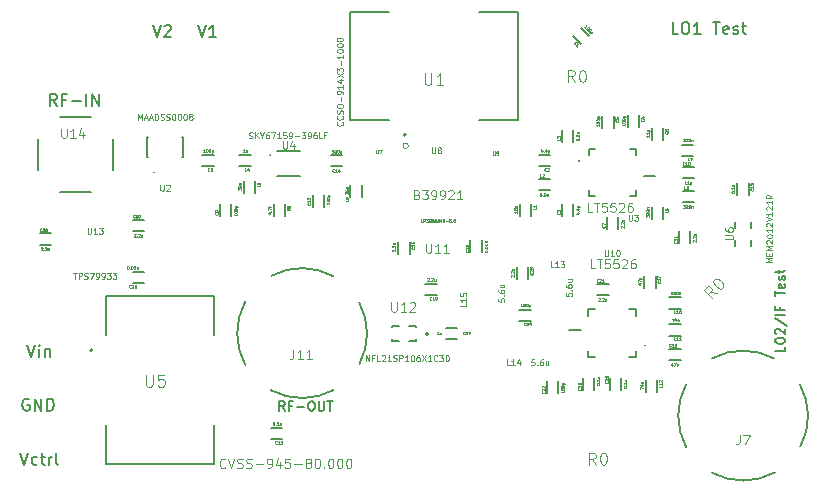
<source format=gto>
G04 #@! TF.GenerationSoftware,KiCad,Pcbnew,5.0.2-bee76a0~70~ubuntu16.04.1*
G04 #@! TF.CreationDate,2019-02-24T18:58:32-05:00*
G04 #@! TF.ProjectId,chain_v03,63686169-6e5f-4763-9033-2e6b69636164,rev?*
G04 #@! TF.SameCoordinates,Original*
G04 #@! TF.FileFunction,Legend,Top*
G04 #@! TF.FilePolarity,Positive*
%FSLAX46Y46*%
G04 Gerber Fmt 4.6, Leading zero omitted, Abs format (unit mm)*
G04 Created by KiCad (PCBNEW 5.0.2-bee76a0~70~ubuntu16.04.1) date Sun 24 Feb 2019 06:58:32 PM EST*
%MOMM*%
%LPD*%
G01*
G04 APERTURE LIST*
%ADD10C,0.200000*%
%ADD11C,0.127000*%
%ADD12C,0.152400*%
%ADD13C,0.150000*%
%ADD14C,0.100000*%
%ADD15C,0.050000*%
%ADD16C,0.075000*%
G04 APERTURE END LIST*
D10*
X89937042Y-79146400D02*
G75*
G03X89937042Y-79146400I-71842J0D01*
G01*
X95453200Y-94742000D02*
G75*
G03X95453200Y-94742000I-50800J0D01*
G01*
D11*
G04 #@! TO.C,U12*
X76057000Y-94226000D02*
X76057000Y-94351000D01*
X76057000Y-94351000D02*
X75507000Y-94351000D01*
X74632000Y-94351000D02*
X74057000Y-94351000D01*
X74057000Y-94351000D02*
X74057000Y-94226000D01*
X76057000Y-93226000D02*
X76057000Y-93101000D01*
X76057000Y-93101000D02*
X75507000Y-93101000D01*
X74632000Y-93101000D02*
X74057000Y-93101000D01*
X74057000Y-93101000D02*
X74057000Y-93226000D01*
D10*
X77132000Y-93776000D02*
G75*
G03X77132000Y-93776000I-125000J0D01*
G01*
D11*
G04 #@! TO.C,C1*
X90735965Y-68594142D02*
X90028858Y-67887035D01*
X89350035Y-68565858D02*
X90057142Y-69272965D01*
G04 #@! TO.C,C2*
X86446000Y-79601000D02*
X87446000Y-79601000D01*
X87446000Y-78641000D02*
X86446000Y-78641000D01*
G04 #@! TO.C,C3*
X89380000Y-83763000D02*
X89380000Y-82763000D01*
X88420000Y-82763000D02*
X88420000Y-83763000D01*
G04 #@! TO.C,C4*
X94968000Y-76270000D02*
X94968000Y-75270000D01*
X94008000Y-75270000D02*
X94008000Y-76270000D01*
G04 #@! TO.C,C5*
X92809000Y-76319000D02*
X92809000Y-75319000D01*
X91849000Y-75319000D02*
X91849000Y-76319000D01*
G04 #@! TO.C,C6*
X58931000Y-78645000D02*
X57931000Y-78645000D01*
X57931000Y-79605000D02*
X58931000Y-79605000D01*
G04 #@! TO.C,C7*
X93190000Y-84906000D02*
X93190000Y-83906000D01*
X92230000Y-83906000D02*
X92230000Y-84906000D01*
G04 #@! TO.C,C8*
X96040000Y-76335000D02*
X96040000Y-77335000D01*
X97000000Y-77335000D02*
X97000000Y-76335000D01*
G04 #@! TO.C,C9*
X59464000Y-82812000D02*
X59464000Y-83812000D01*
X60424000Y-83812000D02*
X60424000Y-82812000D01*
G04 #@! TO.C,C10*
X99638000Y-79657000D02*
X98638000Y-79657000D01*
X98638000Y-80617000D02*
X99638000Y-80617000D01*
G04 #@! TO.C,C11*
X99286000Y-86098000D02*
X99286000Y-85098000D01*
X98326000Y-85098000D02*
X98326000Y-86098000D01*
G04 #@! TO.C,C12*
X104239000Y-82034000D02*
X104239000Y-81034000D01*
X103279000Y-81034000D02*
X103279000Y-82034000D01*
G04 #@! TO.C,C13*
X68298000Y-83050000D02*
X68298000Y-82050000D01*
X67338000Y-82050000D02*
X67338000Y-83050000D01*
G04 #@! TO.C,C14*
X68842000Y-79605000D02*
X69842000Y-79605000D01*
X69842000Y-78645000D02*
X68842000Y-78645000D01*
G04 #@! TO.C,C15*
X63762000Y-102715000D02*
X64762000Y-102715000D01*
X64762000Y-101755000D02*
X63762000Y-101755000D01*
G04 #@! TO.C,C16*
X98495000Y-95024000D02*
X97495000Y-95024000D01*
X97495000Y-95984000D02*
X98495000Y-95984000D01*
G04 #@! TO.C,C17*
X95405000Y-88859000D02*
X95405000Y-89859000D01*
X96365000Y-89859000D02*
X96365000Y-88859000D01*
G04 #@! TO.C,C18*
X91158000Y-98544000D02*
X91158000Y-97544000D01*
X90198000Y-97544000D02*
X90198000Y-98544000D01*
G04 #@! TO.C,C19*
X77843000Y-89563000D02*
X76843000Y-89563000D01*
X76843000Y-90523000D02*
X77843000Y-90523000D01*
G04 #@! TO.C,C20*
X92484000Y-97544000D02*
X92484000Y-98544000D01*
X93444000Y-98544000D02*
X93444000Y-97544000D01*
G04 #@! TO.C,C21*
X92370000Y-89563000D02*
X91370000Y-89563000D01*
X91370000Y-90523000D02*
X92370000Y-90523000D01*
G04 #@! TO.C,C22*
X87150000Y-97798000D02*
X87150000Y-98798000D01*
X88110000Y-98798000D02*
X88110000Y-97798000D01*
G04 #@! TO.C,C23*
X80673000Y-85860000D02*
X80673000Y-86860000D01*
X81633000Y-86860000D02*
X81633000Y-85860000D01*
G04 #@! TO.C,C24*
X84795000Y-92682000D02*
X85795000Y-92682000D01*
X85795000Y-91722000D02*
X84795000Y-91722000D01*
G04 #@! TO.C,C25*
X85570000Y-89146000D02*
X85570000Y-88146000D01*
X84610000Y-88146000D02*
X84610000Y-89146000D01*
G04 #@! TO.C,C26*
X75537000Y-86987000D02*
X75537000Y-85987000D01*
X74577000Y-85987000D02*
X74577000Y-86987000D01*
G04 #@! TO.C,C27*
X79572000Y-93246000D02*
X78572000Y-93246000D01*
X78572000Y-94206000D02*
X79572000Y-94206000D01*
G04 #@! TO.C,C28*
X45204000Y-85268339D02*
X44204000Y-85268339D01*
X44204000Y-86228339D02*
X45204000Y-86228339D01*
G04 #@! TO.C,C29*
X53078000Y-88547000D02*
X52078000Y-88547000D01*
X52078000Y-89507000D02*
X53078000Y-89507000D01*
G04 #@! TO.C,C30*
X53078000Y-84102000D02*
X52078000Y-84102000D01*
X52078000Y-85062000D02*
X53078000Y-85062000D01*
G04 #@! TO.C,J7*
X101144498Y-95858681D02*
G75*
G02X106405000Y-95884000I2607128J-4816911D01*
G01*
X98954942Y-103403600D02*
G75*
G02X98932000Y-98065000I4915015J2690471D01*
G01*
X106451600Y-105515058D02*
G75*
G02X101113000Y-105538000I-2690471J4915015D01*
G01*
X108588378Y-98092856D02*
G75*
G02X108610400Y-103327200I-4819268J-2637494D01*
G01*
G04 #@! TO.C,J11*
X71250378Y-91107856D02*
G75*
G02X71272400Y-96342200I-4819268J-2637494D01*
G01*
X69113600Y-98530058D02*
G75*
G02X63775000Y-98553000I-2690471J4915015D01*
G01*
X61616942Y-96418600D02*
G75*
G02X61594000Y-91080000I4915015J2690471D01*
G01*
X63806498Y-88873681D02*
G75*
G02X69067000Y-88899000I2607128J-4816911D01*
G01*
G04 #@! TO.C,L1*
X84864000Y-82763000D02*
X84864000Y-83763000D01*
X85824000Y-83763000D02*
X85824000Y-82763000D01*
G04 #@! TO.C,L2*
X86446000Y-81633000D02*
X87446000Y-81633000D01*
X87446000Y-80673000D02*
X86446000Y-80673000D01*
G04 #@! TO.C,L3*
X89380000Y-77511000D02*
X89380000Y-76511000D01*
X88420000Y-76511000D02*
X88420000Y-77511000D01*
G04 #@! TO.C,L4*
X62057000Y-78645000D02*
X61057000Y-78645000D01*
X61057000Y-79605000D02*
X62057000Y-79605000D01*
G04 #@! TO.C,L5*
X62456000Y-81829000D02*
X62456000Y-80829000D01*
X61496000Y-80829000D02*
X61496000Y-81829000D01*
G04 #@! TO.C,L6*
X97000000Y-84017000D02*
X97000000Y-83017000D01*
X96040000Y-83017000D02*
X96040000Y-84017000D01*
G04 #@! TO.C,L7*
X99560000Y-77752000D02*
X98560000Y-77752000D01*
X98560000Y-78712000D02*
X99560000Y-78712000D01*
G04 #@! TO.C,L8*
X98638000Y-82649000D02*
X99638000Y-82649000D01*
X99638000Y-81689000D02*
X98638000Y-81689000D01*
G04 #@! TO.C,L9*
X71473000Y-82210000D02*
X71473000Y-81210000D01*
X70513000Y-81210000D02*
X70513000Y-82210000D01*
G04 #@! TO.C,L10*
X98502188Y-90700844D02*
X97502188Y-90700844D01*
X97502188Y-91660844D02*
X98502188Y-91660844D01*
G04 #@! TO.C,L11*
X97502188Y-93946844D02*
X98502188Y-93946844D01*
X98502188Y-92986844D02*
X97502188Y-92986844D01*
G04 #@! TO.C,L12*
X95532000Y-97671000D02*
X95532000Y-98671000D01*
X96492000Y-98671000D02*
X96492000Y-97671000D01*
G04 #@! TO.C,R3*
X64996000Y-83812000D02*
X64996000Y-82812000D01*
X64036000Y-82812000D02*
X64036000Y-83812000D01*
G04 #@! TO.C,U1*
X73787000Y-66550000D02*
X70497000Y-66550000D01*
X70497000Y-66550000D02*
X70497000Y-75690000D01*
X70497000Y-75690000D02*
X73787000Y-75690000D01*
X81407000Y-66550000D02*
X84697000Y-66550000D01*
X84697000Y-66550000D02*
X84697000Y-75690000D01*
X84697000Y-75690000D02*
X81407000Y-75690000D01*
D10*
X75197000Y-76920000D02*
G75*
G03X75197000Y-76920000I-100000J0D01*
G01*
D11*
G04 #@! TO.C,U2*
X53253000Y-77096000D02*
X53253000Y-78796000D01*
X56353000Y-77096000D02*
X56353000Y-78796000D01*
X56353000Y-78796000D02*
X56253000Y-78796000D01*
X56353000Y-77096000D02*
X56253000Y-77096000D01*
X53253000Y-77096000D02*
X53353000Y-77096000D01*
X53253000Y-78796000D02*
X53353000Y-78796000D01*
D10*
X53914810Y-80115000D02*
G75*
G03X53914810Y-80115000I-61810J0D01*
G01*
D12*
G04 #@! TO.C,U3*
X90703400Y-81610200D02*
X90703400Y-82143600D01*
X90703400Y-78130400D02*
X90703400Y-78663800D01*
X94716600Y-78130400D02*
X94183200Y-78130400D01*
X94716600Y-82143600D02*
X94716600Y-81610200D01*
X90703400Y-82143600D02*
X91236800Y-82143600D01*
X91236800Y-78130400D02*
X90703400Y-78130400D01*
X94183200Y-82143600D02*
X94716600Y-82143600D01*
X94716600Y-78663800D02*
X94716600Y-78130400D01*
X95351600Y-80441800D02*
X96342200Y-80441800D01*
D11*
G04 #@! TO.C,U4*
X64289000Y-78309000D02*
X66289000Y-78309000D01*
X64289000Y-80449000D02*
X66289000Y-80449000D01*
D13*
X63720000Y-78629000D02*
G75*
G03X63720000Y-78629000I-50000J0D01*
G01*
D10*
G04 #@! TO.C,U5*
X48656000Y-95163000D02*
G75*
G03X48656000Y-95163000I-100000J0D01*
G01*
D11*
X49786000Y-104763000D02*
X49786000Y-101473000D01*
X58926000Y-104763000D02*
X49786000Y-104763000D01*
X58926000Y-101473000D02*
X58926000Y-104763000D01*
X49786000Y-90563000D02*
X49786000Y-93853000D01*
X58926000Y-90563000D02*
X49786000Y-90563000D01*
X58926000Y-93853000D02*
X58926000Y-90563000D01*
G04 #@! TO.C,U6*
X104409000Y-84344000D02*
X104409000Y-84844000D01*
X104409000Y-85844000D02*
X104409000Y-86344000D01*
X103109000Y-86344000D02*
X103109000Y-85844000D01*
X103109000Y-84844000D02*
X103109000Y-84344000D01*
D14*
G04 #@! TO.C,U8*
X75429310Y-77865000D02*
G75*
G03X75429310Y-77865000I-234310J0D01*
G01*
D12*
G04 #@! TO.C,U10*
X90026588Y-93416044D02*
X89035988Y-93416044D01*
X90661588Y-95194044D02*
X90661588Y-95727444D01*
X91194988Y-91714244D02*
X90661588Y-91714244D01*
X94141388Y-95727444D02*
X94674788Y-95727444D01*
X94674788Y-91714244D02*
X94141388Y-91714244D01*
X90661588Y-91714244D02*
X90661588Y-92247644D01*
X90661588Y-95727444D02*
X91194988Y-95727444D01*
X94674788Y-95727444D02*
X94674788Y-95194044D01*
X94674788Y-92247644D02*
X94674788Y-91714244D01*
D11*
G04 #@! TO.C,U14*
X50444000Y-77313000D02*
X50444000Y-79913000D01*
X45944000Y-81813000D02*
X48544000Y-81813000D01*
X45944000Y-75413000D02*
X48544000Y-75413000D01*
X44044000Y-79913000D02*
X44044000Y-77313000D01*
G04 #@! TO.C,LO1 Test*
D13*
X98266571Y-68397380D02*
X97790380Y-68397380D01*
X97790380Y-67397380D01*
X98790380Y-67397380D02*
X98980857Y-67397380D01*
X99076095Y-67445000D01*
X99171333Y-67540238D01*
X99218952Y-67730714D01*
X99218952Y-68064047D01*
X99171333Y-68254523D01*
X99076095Y-68349761D01*
X98980857Y-68397380D01*
X98790380Y-68397380D01*
X98695142Y-68349761D01*
X98599904Y-68254523D01*
X98552285Y-68064047D01*
X98552285Y-67730714D01*
X98599904Y-67540238D01*
X98695142Y-67445000D01*
X98790380Y-67397380D01*
X100171333Y-68397380D02*
X99599904Y-68397380D01*
X99885619Y-68397380D02*
X99885619Y-67397380D01*
X99790380Y-67540238D01*
X99695142Y-67635476D01*
X99599904Y-67683095D01*
X101218952Y-67397380D02*
X101790380Y-67397380D01*
X101504666Y-68397380D02*
X101504666Y-67397380D01*
X102504666Y-68349761D02*
X102409428Y-68397380D01*
X102218952Y-68397380D01*
X102123714Y-68349761D01*
X102076095Y-68254523D01*
X102076095Y-67873571D01*
X102123714Y-67778333D01*
X102218952Y-67730714D01*
X102409428Y-67730714D01*
X102504666Y-67778333D01*
X102552285Y-67873571D01*
X102552285Y-67968809D01*
X102076095Y-68064047D01*
X102933238Y-68349761D02*
X103028476Y-68397380D01*
X103218952Y-68397380D01*
X103314190Y-68349761D01*
X103361809Y-68254523D01*
X103361809Y-68206904D01*
X103314190Y-68111666D01*
X103218952Y-68064047D01*
X103076095Y-68064047D01*
X102980857Y-68016428D01*
X102933238Y-67921190D01*
X102933238Y-67873571D01*
X102980857Y-67778333D01*
X103076095Y-67730714D01*
X103218952Y-67730714D01*
X103314190Y-67778333D01*
X103647523Y-67730714D02*
X104028476Y-67730714D01*
X103790380Y-67397380D02*
X103790380Y-68254523D01*
X103838000Y-68349761D01*
X103933238Y-68397380D01*
X104028476Y-68397380D01*
G04 #@! TO.C,U12*
D15*
X73988617Y-91102750D02*
X73988617Y-91751484D01*
X74026778Y-91827806D01*
X74064939Y-91865967D01*
X74141261Y-91904128D01*
X74293904Y-91904128D01*
X74370226Y-91865967D01*
X74408387Y-91827806D01*
X74446548Y-91751484D01*
X74446548Y-91102750D01*
X75247926Y-91904128D02*
X74789995Y-91904128D01*
X75018960Y-91904128D02*
X75018960Y-91102750D01*
X74942639Y-91217232D01*
X74866317Y-91293554D01*
X74789995Y-91331715D01*
X75553212Y-91179071D02*
X75591373Y-91140911D01*
X75667695Y-91102750D01*
X75858499Y-91102750D01*
X75934821Y-91140911D01*
X75972982Y-91179071D01*
X76011143Y-91255393D01*
X76011143Y-91331715D01*
X75972982Y-91446197D01*
X75515052Y-91904128D01*
X76011143Y-91904128D01*
X71828780Y-96089409D02*
X71828780Y-95581409D01*
X72119066Y-96089409D01*
X72119066Y-95581409D01*
X72530304Y-95823314D02*
X72360971Y-95823314D01*
X72360971Y-96089409D02*
X72360971Y-95581409D01*
X72602876Y-95581409D01*
X73038304Y-96089409D02*
X72796400Y-96089409D01*
X72796400Y-95581409D01*
X73183447Y-95629790D02*
X73207638Y-95605600D01*
X73256019Y-95581409D01*
X73376971Y-95581409D01*
X73425352Y-95605600D01*
X73449542Y-95629790D01*
X73473733Y-95678171D01*
X73473733Y-95726552D01*
X73449542Y-95799123D01*
X73159257Y-96089409D01*
X73473733Y-96089409D01*
X73957542Y-96089409D02*
X73667257Y-96089409D01*
X73812400Y-96089409D02*
X73812400Y-95581409D01*
X73764019Y-95653980D01*
X73715638Y-95702361D01*
X73667257Y-95726552D01*
X74151066Y-96065219D02*
X74223638Y-96089409D01*
X74344590Y-96089409D01*
X74392971Y-96065219D01*
X74417161Y-96041028D01*
X74441352Y-95992647D01*
X74441352Y-95944266D01*
X74417161Y-95895885D01*
X74392971Y-95871695D01*
X74344590Y-95847504D01*
X74247828Y-95823314D01*
X74199447Y-95799123D01*
X74175257Y-95774933D01*
X74151066Y-95726552D01*
X74151066Y-95678171D01*
X74175257Y-95629790D01*
X74199447Y-95605600D01*
X74247828Y-95581409D01*
X74368780Y-95581409D01*
X74441352Y-95605600D01*
X74659066Y-96089409D02*
X74659066Y-95581409D01*
X74852590Y-95581409D01*
X74900971Y-95605600D01*
X74925161Y-95629790D01*
X74949352Y-95678171D01*
X74949352Y-95750742D01*
X74925161Y-95799123D01*
X74900971Y-95823314D01*
X74852590Y-95847504D01*
X74659066Y-95847504D01*
X75433161Y-96089409D02*
X75142876Y-96089409D01*
X75288019Y-96089409D02*
X75288019Y-95581409D01*
X75239638Y-95653980D01*
X75191257Y-95702361D01*
X75142876Y-95726552D01*
X75747638Y-95581409D02*
X75796019Y-95581409D01*
X75844400Y-95605600D01*
X75868590Y-95629790D01*
X75892780Y-95678171D01*
X75916971Y-95774933D01*
X75916971Y-95895885D01*
X75892780Y-95992647D01*
X75868590Y-96041028D01*
X75844400Y-96065219D01*
X75796019Y-96089409D01*
X75747638Y-96089409D01*
X75699257Y-96065219D01*
X75675066Y-96041028D01*
X75650876Y-95992647D01*
X75626685Y-95895885D01*
X75626685Y-95774933D01*
X75650876Y-95678171D01*
X75675066Y-95629790D01*
X75699257Y-95605600D01*
X75747638Y-95581409D01*
X76352400Y-95581409D02*
X76255638Y-95581409D01*
X76207257Y-95605600D01*
X76183066Y-95629790D01*
X76134685Y-95702361D01*
X76110495Y-95799123D01*
X76110495Y-95992647D01*
X76134685Y-96041028D01*
X76158876Y-96065219D01*
X76207257Y-96089409D01*
X76304019Y-96089409D01*
X76352400Y-96065219D01*
X76376590Y-96041028D01*
X76400780Y-95992647D01*
X76400780Y-95871695D01*
X76376590Y-95823314D01*
X76352400Y-95799123D01*
X76304019Y-95774933D01*
X76207257Y-95774933D01*
X76158876Y-95799123D01*
X76134685Y-95823314D01*
X76110495Y-95871695D01*
X76570114Y-95581409D02*
X76908780Y-96089409D01*
X76908780Y-95581409D02*
X76570114Y-96089409D01*
X77368400Y-96089409D02*
X77078114Y-96089409D01*
X77223257Y-96089409D02*
X77223257Y-95581409D01*
X77174876Y-95653980D01*
X77126495Y-95702361D01*
X77078114Y-95726552D01*
X77876400Y-96041028D02*
X77852209Y-96065219D01*
X77779638Y-96089409D01*
X77731257Y-96089409D01*
X77658685Y-96065219D01*
X77610304Y-96016838D01*
X77586114Y-95968457D01*
X77561923Y-95871695D01*
X77561923Y-95799123D01*
X77586114Y-95702361D01*
X77610304Y-95653980D01*
X77658685Y-95605600D01*
X77731257Y-95581409D01*
X77779638Y-95581409D01*
X77852209Y-95605600D01*
X77876400Y-95629790D01*
X78045733Y-95581409D02*
X78360209Y-95581409D01*
X78190876Y-95774933D01*
X78263447Y-95774933D01*
X78311828Y-95799123D01*
X78336019Y-95823314D01*
X78360209Y-95871695D01*
X78360209Y-95992647D01*
X78336019Y-96041028D01*
X78311828Y-96065219D01*
X78263447Y-96089409D01*
X78118304Y-96089409D01*
X78069923Y-96065219D01*
X78045733Y-96041028D01*
X78577923Y-96089409D02*
X78577923Y-95581409D01*
X78698876Y-95581409D01*
X78771447Y-95605600D01*
X78819828Y-95653980D01*
X78844019Y-95702361D01*
X78868209Y-95799123D01*
X78868209Y-95871695D01*
X78844019Y-95968457D01*
X78819828Y-96016838D01*
X78771447Y-96065219D01*
X78698876Y-96089409D01*
X78577923Y-96089409D01*
G04 #@! TO.C,C1*
X89554628Y-69281991D02*
X89538396Y-69281991D01*
X89505933Y-69265759D01*
X89489701Y-69249528D01*
X89473469Y-69217064D01*
X89473469Y-69184601D01*
X89481585Y-69160253D01*
X89505933Y-69119674D01*
X89530280Y-69095326D01*
X89570860Y-69070978D01*
X89595207Y-69062863D01*
X89627671Y-69062863D01*
X89660134Y-69079094D01*
X89676366Y-69095326D01*
X89692598Y-69127789D01*
X89692598Y-69144021D01*
X89700714Y-69460540D02*
X89603323Y-69363150D01*
X89652018Y-69411845D02*
X89822452Y-69241412D01*
X89781872Y-69249528D01*
X89749409Y-69249528D01*
X89725061Y-69241412D01*
X90403992Y-67891603D02*
X90306624Y-67794235D01*
X90355308Y-67842919D02*
X90525702Y-67672525D01*
X90485132Y-67680639D01*
X90452676Y-67680639D01*
X90428334Y-67672525D01*
X90679867Y-67826691D02*
X90696095Y-67842919D01*
X90704209Y-67867261D01*
X90704209Y-67883489D01*
X90696095Y-67907831D01*
X90671754Y-67948401D01*
X90631184Y-67988971D01*
X90590614Y-68013312D01*
X90566272Y-68021426D01*
X90550044Y-68021426D01*
X90525702Y-68013312D01*
X90509474Y-67997085D01*
X90501360Y-67972743D01*
X90501360Y-67956515D01*
X90509474Y-67932173D01*
X90533816Y-67891603D01*
X90574386Y-67851033D01*
X90614956Y-67826691D01*
X90639298Y-67818577D01*
X90655526Y-67818577D01*
X90679867Y-67826691D01*
X90842147Y-67988971D02*
X90858375Y-68005199D01*
X90866489Y-68029540D01*
X90866489Y-68045768D01*
X90858375Y-68070110D01*
X90834033Y-68110680D01*
X90793463Y-68151250D01*
X90752893Y-68175592D01*
X90728551Y-68183706D01*
X90712323Y-68183706D01*
X90687981Y-68175592D01*
X90671754Y-68159364D01*
X90663640Y-68135022D01*
X90663640Y-68118794D01*
X90671754Y-68094452D01*
X90696095Y-68053882D01*
X90736665Y-68013312D01*
X90777235Y-67988971D01*
X90801577Y-67980857D01*
X90817805Y-67980857D01*
X90842147Y-67988971D01*
X90915173Y-68175592D02*
X90744779Y-68345986D01*
X90907059Y-68183706D02*
X90931401Y-68191820D01*
X90963857Y-68224276D01*
X90971971Y-68248618D01*
X90971971Y-68264846D01*
X90963857Y-68289188D01*
X90915173Y-68337872D01*
X90890831Y-68345986D01*
X90874603Y-68345986D01*
X90850261Y-68337872D01*
X90817805Y-68305416D01*
X90809691Y-68281074D01*
G04 #@! TO.C,C2*
X87097052Y-79962713D02*
X87085574Y-79974191D01*
X87051142Y-79985668D01*
X87028187Y-79985668D01*
X86993754Y-79974191D01*
X86970799Y-79951236D01*
X86959321Y-79928281D01*
X86947844Y-79882370D01*
X86947844Y-79847938D01*
X86959321Y-79802027D01*
X86970799Y-79779072D01*
X86993754Y-79756117D01*
X87028187Y-79744639D01*
X87051142Y-79744639D01*
X87085574Y-79756117D01*
X87097052Y-79767595D01*
X87188873Y-79767595D02*
X87200350Y-79756117D01*
X87223305Y-79744639D01*
X87280693Y-79744639D01*
X87303648Y-79756117D01*
X87315126Y-79767595D01*
X87326603Y-79790550D01*
X87326603Y-79813505D01*
X87315126Y-79847938D01*
X87177395Y-79985668D01*
X87326603Y-79985668D01*
X86748915Y-78218320D02*
X86748915Y-78378969D01*
X86691540Y-78126521D02*
X86634166Y-78298645D01*
X86783340Y-78298645D01*
X86875139Y-78356019D02*
X86886614Y-78367494D01*
X86875139Y-78378969D01*
X86863664Y-78367494D01*
X86875139Y-78356019D01*
X86875139Y-78378969D01*
X87093162Y-78218320D02*
X87093162Y-78378969D01*
X87035788Y-78126521D02*
X86978413Y-78298645D01*
X87127587Y-78298645D01*
X87219386Y-78218320D02*
X87219386Y-78459293D01*
X87219386Y-78229795D02*
X87242336Y-78218320D01*
X87288235Y-78218320D01*
X87311185Y-78229795D01*
X87322660Y-78241270D01*
X87334135Y-78264220D01*
X87334135Y-78333069D01*
X87322660Y-78356019D01*
X87311185Y-78367494D01*
X87288235Y-78378969D01*
X87242336Y-78378969D01*
X87219386Y-78367494D01*
G04 #@! TO.C,C3*
X88230449Y-83494395D02*
X88241927Y-83505873D01*
X88253404Y-83540305D01*
X88253404Y-83563260D01*
X88241927Y-83597693D01*
X88218972Y-83620648D01*
X88196017Y-83632126D01*
X88150106Y-83643603D01*
X88115674Y-83643603D01*
X88069763Y-83632126D01*
X88046808Y-83620648D01*
X88023853Y-83597693D01*
X88012375Y-83563260D01*
X88012375Y-83540305D01*
X88023853Y-83505873D01*
X88035331Y-83494395D01*
X88012375Y-83414052D02*
X88012375Y-83264844D01*
X88104196Y-83345187D01*
X88104196Y-83310754D01*
X88115674Y-83287799D01*
X88127151Y-83276321D01*
X88150106Y-83264844D01*
X88207494Y-83264844D01*
X88230449Y-83276321D01*
X88241927Y-83287799D01*
X88253404Y-83310754D01*
X88253404Y-83379619D01*
X88241927Y-83402574D01*
X88230449Y-83414052D01*
X89699404Y-83536386D02*
X89860053Y-83536386D01*
X89607605Y-83593761D02*
X89779729Y-83651135D01*
X89779729Y-83501961D01*
X89837103Y-83410162D02*
X89848578Y-83398687D01*
X89860053Y-83410162D01*
X89848578Y-83421637D01*
X89837103Y-83410162D01*
X89860053Y-83410162D01*
X89699404Y-83192139D02*
X89860053Y-83192139D01*
X89607605Y-83249513D02*
X89779729Y-83306888D01*
X89779729Y-83157714D01*
X89699404Y-83065915D02*
X89940377Y-83065915D01*
X89710879Y-83065915D02*
X89699404Y-83042965D01*
X89699404Y-82997066D01*
X89710879Y-82974116D01*
X89722354Y-82962641D01*
X89745304Y-82951166D01*
X89814153Y-82951166D01*
X89837103Y-82962641D01*
X89848578Y-82974116D01*
X89860053Y-82997066D01*
X89860053Y-83042965D01*
X89848578Y-83065915D01*
G04 #@! TO.C,C4*
X95329713Y-75618947D02*
X95341191Y-75630425D01*
X95352668Y-75664857D01*
X95352668Y-75687812D01*
X95341191Y-75722245D01*
X95318236Y-75745200D01*
X95295281Y-75756678D01*
X95249370Y-75768155D01*
X95214938Y-75768155D01*
X95169027Y-75756678D01*
X95146072Y-75745200D01*
X95123117Y-75722245D01*
X95111639Y-75687812D01*
X95111639Y-75664857D01*
X95123117Y-75630425D01*
X95134595Y-75618947D01*
X95191982Y-75412351D02*
X95352668Y-75412351D01*
X95100162Y-75469739D02*
X95272325Y-75527126D01*
X95272325Y-75377918D01*
X93745969Y-76001509D02*
X93745969Y-76139208D01*
X93745969Y-76070358D02*
X93504996Y-76070358D01*
X93539421Y-76093308D01*
X93562371Y-76116258D01*
X93573846Y-76139208D01*
X93504996Y-75852335D02*
X93504996Y-75829385D01*
X93516471Y-75806435D01*
X93527946Y-75794960D01*
X93550896Y-75783486D01*
X93596795Y-75772011D01*
X93654170Y-75772011D01*
X93700069Y-75783486D01*
X93723019Y-75794960D01*
X93734494Y-75806435D01*
X93745969Y-75829385D01*
X93745969Y-75852335D01*
X93734494Y-75875285D01*
X93723019Y-75886760D01*
X93700069Y-75898235D01*
X93654170Y-75909710D01*
X93596795Y-75909710D01*
X93550896Y-75898235D01*
X93527946Y-75886760D01*
X93516471Y-75875285D01*
X93504996Y-75852335D01*
X93504996Y-75622837D02*
X93504996Y-75599887D01*
X93516471Y-75576937D01*
X93527946Y-75565462D01*
X93550896Y-75553987D01*
X93596795Y-75542513D01*
X93654170Y-75542513D01*
X93700069Y-75553987D01*
X93723019Y-75565462D01*
X93734494Y-75576937D01*
X93745969Y-75599887D01*
X93745969Y-75622837D01*
X93734494Y-75645787D01*
X93723019Y-75657262D01*
X93700069Y-75668737D01*
X93654170Y-75680211D01*
X93596795Y-75680211D01*
X93550896Y-75668737D01*
X93527946Y-75657262D01*
X93516471Y-75645787D01*
X93504996Y-75622837D01*
X93585320Y-75439238D02*
X93826293Y-75439238D01*
X93596795Y-75439238D02*
X93585320Y-75416289D01*
X93585320Y-75370389D01*
X93596795Y-75347439D01*
X93608270Y-75335964D01*
X93631220Y-75324489D01*
X93700069Y-75324489D01*
X93723019Y-75335964D01*
X93734494Y-75347439D01*
X93745969Y-75370389D01*
X93745969Y-75416289D01*
X93734494Y-75439238D01*
G04 #@! TO.C,C5*
X93170713Y-75667947D02*
X93182191Y-75679425D01*
X93193668Y-75713857D01*
X93193668Y-75736812D01*
X93182191Y-75771245D01*
X93159236Y-75794200D01*
X93136281Y-75805678D01*
X93090370Y-75817155D01*
X93055938Y-75817155D01*
X93010027Y-75805678D01*
X92987072Y-75794200D01*
X92964117Y-75771245D01*
X92952639Y-75736812D01*
X92952639Y-75713857D01*
X92964117Y-75679425D01*
X92975595Y-75667947D01*
X92952639Y-75449873D02*
X92952639Y-75564649D01*
X93067415Y-75576126D01*
X93055938Y-75564649D01*
X93044460Y-75541694D01*
X93044460Y-75484306D01*
X93055938Y-75461351D01*
X93067415Y-75449873D01*
X93090370Y-75438396D01*
X93147758Y-75438396D01*
X93170713Y-75449873D01*
X93182191Y-75461351D01*
X93193668Y-75484306D01*
X93193668Y-75541694D01*
X93182191Y-75564649D01*
X93170713Y-75576126D01*
X91586969Y-76050509D02*
X91586969Y-76188208D01*
X91586969Y-76119358D02*
X91345996Y-76119358D01*
X91380421Y-76142308D01*
X91403371Y-76165258D01*
X91414846Y-76188208D01*
X91345996Y-75901335D02*
X91345996Y-75878385D01*
X91357471Y-75855435D01*
X91368946Y-75843960D01*
X91391896Y-75832486D01*
X91437795Y-75821011D01*
X91495170Y-75821011D01*
X91541069Y-75832486D01*
X91564019Y-75843960D01*
X91575494Y-75855435D01*
X91586969Y-75878385D01*
X91586969Y-75901335D01*
X91575494Y-75924285D01*
X91564019Y-75935760D01*
X91541069Y-75947235D01*
X91495170Y-75958710D01*
X91437795Y-75958710D01*
X91391896Y-75947235D01*
X91368946Y-75935760D01*
X91357471Y-75924285D01*
X91345996Y-75901335D01*
X91345996Y-75671837D02*
X91345996Y-75648887D01*
X91357471Y-75625937D01*
X91368946Y-75614462D01*
X91391896Y-75602987D01*
X91437795Y-75591513D01*
X91495170Y-75591513D01*
X91541069Y-75602987D01*
X91564019Y-75614462D01*
X91575494Y-75625937D01*
X91586969Y-75648887D01*
X91586969Y-75671837D01*
X91575494Y-75694787D01*
X91564019Y-75706262D01*
X91541069Y-75717737D01*
X91495170Y-75729211D01*
X91437795Y-75729211D01*
X91391896Y-75717737D01*
X91368946Y-75706262D01*
X91357471Y-75694787D01*
X91345996Y-75671837D01*
X91426320Y-75488238D02*
X91667293Y-75488238D01*
X91437795Y-75488238D02*
X91426320Y-75465289D01*
X91426320Y-75419389D01*
X91437795Y-75396439D01*
X91449270Y-75384964D01*
X91472220Y-75373489D01*
X91541069Y-75373489D01*
X91564019Y-75384964D01*
X91575494Y-75396439D01*
X91586969Y-75419389D01*
X91586969Y-75465289D01*
X91575494Y-75488238D01*
G04 #@! TO.C,C6*
X58582052Y-79966713D02*
X58570574Y-79978191D01*
X58536142Y-79989668D01*
X58513187Y-79989668D01*
X58478754Y-79978191D01*
X58455799Y-79955236D01*
X58444321Y-79932281D01*
X58432844Y-79886370D01*
X58432844Y-79851938D01*
X58444321Y-79806027D01*
X58455799Y-79783072D01*
X58478754Y-79760117D01*
X58513187Y-79748639D01*
X58536142Y-79748639D01*
X58570574Y-79760117D01*
X58582052Y-79771595D01*
X58788648Y-79748639D02*
X58742738Y-79748639D01*
X58719783Y-79760117D01*
X58708305Y-79771595D01*
X58685350Y-79806027D01*
X58673873Y-79851938D01*
X58673873Y-79943758D01*
X58685350Y-79966713D01*
X58696828Y-79978191D01*
X58719783Y-79989668D01*
X58765693Y-79989668D01*
X58788648Y-79978191D01*
X58800126Y-79966713D01*
X58811603Y-79943758D01*
X58811603Y-79886370D01*
X58800126Y-79863415D01*
X58788648Y-79851938D01*
X58765693Y-79840460D01*
X58719783Y-79840460D01*
X58696828Y-79851938D01*
X58685350Y-79863415D01*
X58673873Y-79886370D01*
X58199490Y-78382969D02*
X58061791Y-78382969D01*
X58130641Y-78382969D02*
X58130641Y-78141996D01*
X58107691Y-78176421D01*
X58084741Y-78199371D01*
X58061791Y-78210846D01*
X58348664Y-78141996D02*
X58371614Y-78141996D01*
X58394564Y-78153471D01*
X58406039Y-78164946D01*
X58417513Y-78187896D01*
X58428988Y-78233795D01*
X58428988Y-78291170D01*
X58417513Y-78337069D01*
X58406039Y-78360019D01*
X58394564Y-78371494D01*
X58371614Y-78382969D01*
X58348664Y-78382969D01*
X58325714Y-78371494D01*
X58314239Y-78360019D01*
X58302764Y-78337069D01*
X58291289Y-78291170D01*
X58291289Y-78233795D01*
X58302764Y-78187896D01*
X58314239Y-78164946D01*
X58325714Y-78153471D01*
X58348664Y-78141996D01*
X58578162Y-78141996D02*
X58601112Y-78141996D01*
X58624062Y-78153471D01*
X58635537Y-78164946D01*
X58647012Y-78187896D01*
X58658486Y-78233795D01*
X58658486Y-78291170D01*
X58647012Y-78337069D01*
X58635537Y-78360019D01*
X58624062Y-78371494D01*
X58601112Y-78382969D01*
X58578162Y-78382969D01*
X58555212Y-78371494D01*
X58543737Y-78360019D01*
X58532262Y-78337069D01*
X58520788Y-78291170D01*
X58520788Y-78233795D01*
X58532262Y-78187896D01*
X58543737Y-78164946D01*
X58555212Y-78153471D01*
X58578162Y-78141996D01*
X58761761Y-78222320D02*
X58761761Y-78463293D01*
X58761761Y-78233795D02*
X58784710Y-78222320D01*
X58830610Y-78222320D01*
X58853560Y-78233795D01*
X58865035Y-78245270D01*
X58876510Y-78268220D01*
X58876510Y-78337069D01*
X58865035Y-78360019D01*
X58853560Y-78371494D01*
X58830610Y-78382969D01*
X58784710Y-78382969D01*
X58761761Y-78371494D01*
G04 #@! TO.C,C7*
X92040449Y-84637395D02*
X92051927Y-84648873D01*
X92063404Y-84683305D01*
X92063404Y-84706260D01*
X92051927Y-84740693D01*
X92028972Y-84763648D01*
X92006017Y-84775126D01*
X91960106Y-84786603D01*
X91925674Y-84786603D01*
X91879763Y-84775126D01*
X91856808Y-84763648D01*
X91833853Y-84740693D01*
X91822375Y-84706260D01*
X91822375Y-84683305D01*
X91833853Y-84648873D01*
X91845331Y-84637395D01*
X91822375Y-84557052D02*
X91822375Y-84396366D01*
X92063404Y-84499664D01*
X93452030Y-84794135D02*
X93440555Y-84782660D01*
X93429080Y-84759710D01*
X93429080Y-84702336D01*
X93440555Y-84679386D01*
X93452030Y-84667911D01*
X93474980Y-84656436D01*
X93497930Y-84656436D01*
X93532354Y-84667911D01*
X93670053Y-84805610D01*
X93670053Y-84656436D01*
X93647103Y-84553162D02*
X93658578Y-84541687D01*
X93670053Y-84553162D01*
X93658578Y-84564637D01*
X93647103Y-84553162D01*
X93670053Y-84553162D01*
X93452030Y-84449888D02*
X93440555Y-84438413D01*
X93429080Y-84415463D01*
X93429080Y-84358089D01*
X93440555Y-84335139D01*
X93452030Y-84323664D01*
X93474980Y-84312189D01*
X93497930Y-84312189D01*
X93532354Y-84323664D01*
X93670053Y-84461363D01*
X93670053Y-84312189D01*
X93509404Y-84105641D02*
X93670053Y-84105641D01*
X93509404Y-84208915D02*
X93635628Y-84208915D01*
X93658578Y-84197440D01*
X93670053Y-84174490D01*
X93670053Y-84140066D01*
X93658578Y-84117116D01*
X93647103Y-84105641D01*
G04 #@! TO.C,C8*
X97361713Y-76683947D02*
X97373191Y-76695425D01*
X97384668Y-76729857D01*
X97384668Y-76752812D01*
X97373191Y-76787245D01*
X97350236Y-76810200D01*
X97327281Y-76821678D01*
X97281370Y-76833155D01*
X97246938Y-76833155D01*
X97201027Y-76821678D01*
X97178072Y-76810200D01*
X97155117Y-76787245D01*
X97143639Y-76752812D01*
X97143639Y-76729857D01*
X97155117Y-76695425D01*
X97166595Y-76683947D01*
X97246938Y-76546216D02*
X97235460Y-76569171D01*
X97223982Y-76580649D01*
X97201027Y-76592126D01*
X97189550Y-76592126D01*
X97166595Y-76580649D01*
X97155117Y-76569171D01*
X97143639Y-76546216D01*
X97143639Y-76500306D01*
X97155117Y-76477351D01*
X97166595Y-76465873D01*
X97189550Y-76454396D01*
X97201027Y-76454396D01*
X97223982Y-76465873D01*
X97235460Y-76477351D01*
X97246938Y-76500306D01*
X97246938Y-76546216D01*
X97258415Y-76569171D01*
X97269893Y-76580649D01*
X97292848Y-76592126D01*
X97338758Y-76592126D01*
X97361713Y-76580649D01*
X97373191Y-76569171D01*
X97384668Y-76546216D01*
X97384668Y-76500306D01*
X97373191Y-76477351D01*
X97361713Y-76465873D01*
X97338758Y-76454396D01*
X97292848Y-76454396D01*
X97269893Y-76465873D01*
X97258415Y-76477351D01*
X97246938Y-76500306D01*
X95777969Y-76951760D02*
X95777969Y-77089459D01*
X95777969Y-77020609D02*
X95536996Y-77020609D01*
X95571421Y-77043559D01*
X95594371Y-77066509D01*
X95605846Y-77089459D01*
X95777969Y-76722262D02*
X95777969Y-76859960D01*
X95777969Y-76791111D02*
X95536996Y-76791111D01*
X95571421Y-76814061D01*
X95594371Y-76837011D01*
X95605846Y-76859960D01*
X95617320Y-76618987D02*
X95858293Y-76618987D01*
X95628795Y-76618987D02*
X95617320Y-76596038D01*
X95617320Y-76550138D01*
X95628795Y-76527188D01*
X95640270Y-76515713D01*
X95663220Y-76504238D01*
X95732069Y-76504238D01*
X95755019Y-76515713D01*
X95766494Y-76527188D01*
X95777969Y-76550138D01*
X95777969Y-76596038D01*
X95766494Y-76618987D01*
G04 #@! TO.C,C9*
X59274449Y-83543395D02*
X59285927Y-83554873D01*
X59297404Y-83589305D01*
X59297404Y-83612260D01*
X59285927Y-83646693D01*
X59262972Y-83669648D01*
X59240017Y-83681126D01*
X59194106Y-83692603D01*
X59159674Y-83692603D01*
X59113763Y-83681126D01*
X59090808Y-83669648D01*
X59067853Y-83646693D01*
X59056375Y-83612260D01*
X59056375Y-83589305D01*
X59067853Y-83554873D01*
X59079331Y-83543395D01*
X59297404Y-83428619D02*
X59297404Y-83382709D01*
X59285927Y-83359754D01*
X59274449Y-83348276D01*
X59240017Y-83325321D01*
X59194106Y-83313844D01*
X59102286Y-83313844D01*
X59079331Y-83325321D01*
X59067853Y-83336799D01*
X59056375Y-83359754D01*
X59056375Y-83405664D01*
X59067853Y-83428619D01*
X59079331Y-83440097D01*
X59102286Y-83451574D01*
X59159674Y-83451574D01*
X59182629Y-83440097D01*
X59194106Y-83428619D01*
X59205584Y-83405664D01*
X59205584Y-83359754D01*
X59194106Y-83336799D01*
X59182629Y-83325321D01*
X59159674Y-83313844D01*
X60904053Y-83619811D02*
X60904053Y-83757510D01*
X60904053Y-83688660D02*
X60663080Y-83688660D01*
X60697505Y-83711610D01*
X60720455Y-83734560D01*
X60731930Y-83757510D01*
X60663080Y-83470637D02*
X60663080Y-83447687D01*
X60674555Y-83424737D01*
X60686030Y-83413262D01*
X60708980Y-83401788D01*
X60754879Y-83390313D01*
X60812254Y-83390313D01*
X60858153Y-83401788D01*
X60881103Y-83413262D01*
X60892578Y-83424737D01*
X60904053Y-83447687D01*
X60904053Y-83470637D01*
X60892578Y-83493587D01*
X60881103Y-83505062D01*
X60858153Y-83516537D01*
X60812254Y-83528012D01*
X60754879Y-83528012D01*
X60708980Y-83516537D01*
X60686030Y-83505062D01*
X60674555Y-83493587D01*
X60663080Y-83470637D01*
X60663080Y-83241139D02*
X60663080Y-83218189D01*
X60674555Y-83195239D01*
X60686030Y-83183764D01*
X60708980Y-83172289D01*
X60754879Y-83160815D01*
X60812254Y-83160815D01*
X60858153Y-83172289D01*
X60881103Y-83183764D01*
X60892578Y-83195239D01*
X60904053Y-83218189D01*
X60904053Y-83241139D01*
X60892578Y-83264089D01*
X60881103Y-83275564D01*
X60858153Y-83287039D01*
X60812254Y-83298513D01*
X60754879Y-83298513D01*
X60708980Y-83287039D01*
X60686030Y-83275564D01*
X60674555Y-83264089D01*
X60663080Y-83241139D01*
X60743404Y-83057540D02*
X60984377Y-83057540D01*
X60754879Y-83057540D02*
X60743404Y-83034591D01*
X60743404Y-82988691D01*
X60754879Y-82965741D01*
X60766354Y-82954266D01*
X60789304Y-82942791D01*
X60858153Y-82942791D01*
X60881103Y-82954266D01*
X60892578Y-82965741D01*
X60904053Y-82988691D01*
X60904053Y-83034591D01*
X60892578Y-83057540D01*
G04 #@! TO.C,C10*
X98791828Y-79467449D02*
X98780351Y-79478927D01*
X98745918Y-79490404D01*
X98722963Y-79490404D01*
X98688530Y-79478927D01*
X98665575Y-79455972D01*
X98654097Y-79433017D01*
X98642620Y-79387106D01*
X98642620Y-79352674D01*
X98654097Y-79306763D01*
X98665575Y-79283808D01*
X98688530Y-79260853D01*
X98722963Y-79249375D01*
X98745918Y-79249375D01*
X98780351Y-79260853D01*
X98791828Y-79272331D01*
X99021380Y-79490404D02*
X98883649Y-79490404D01*
X98952514Y-79490404D02*
X98952514Y-79249375D01*
X98929559Y-79283808D01*
X98906604Y-79306763D01*
X98883649Y-79318241D01*
X99170588Y-79249375D02*
X99193543Y-79249375D01*
X99216498Y-79260853D01*
X99227976Y-79272331D01*
X99239454Y-79295286D01*
X99250931Y-79341196D01*
X99250931Y-79398584D01*
X99239454Y-79444494D01*
X99227976Y-79467449D01*
X99216498Y-79478927D01*
X99193543Y-79490404D01*
X99170588Y-79490404D01*
X99147633Y-79478927D01*
X99136155Y-79467449D01*
X99124678Y-79444494D01*
X99113200Y-79398584D01*
X99113200Y-79341196D01*
X99124678Y-79295286D01*
X99136155Y-79272331D01*
X99147633Y-79260853D01*
X99170588Y-79249375D01*
X98944937Y-81097053D02*
X98807238Y-81097053D01*
X98876088Y-81097053D02*
X98876088Y-80856080D01*
X98853138Y-80890505D01*
X98830188Y-80913455D01*
X98807238Y-80924930D01*
X99174435Y-81097053D02*
X99036737Y-81097053D01*
X99105586Y-81097053D02*
X99105586Y-80856080D01*
X99082636Y-80890505D01*
X99059686Y-80913455D01*
X99036737Y-80924930D01*
X99277710Y-80936404D02*
X99277710Y-81177377D01*
X99277710Y-80947879D02*
X99300659Y-80936404D01*
X99346559Y-80936404D01*
X99369509Y-80947879D01*
X99380984Y-80959354D01*
X99392459Y-80982304D01*
X99392459Y-81051153D01*
X99380984Y-81074103D01*
X99369509Y-81085578D01*
X99346559Y-81097053D01*
X99300659Y-81097053D01*
X99277710Y-81085578D01*
G04 #@! TO.C,C11*
X98136449Y-85944171D02*
X98147927Y-85955648D01*
X98159404Y-85990081D01*
X98159404Y-86013036D01*
X98147927Y-86047469D01*
X98124972Y-86070424D01*
X98102017Y-86081902D01*
X98056106Y-86093379D01*
X98021674Y-86093379D01*
X97975763Y-86081902D01*
X97952808Y-86070424D01*
X97929853Y-86047469D01*
X97918375Y-86013036D01*
X97918375Y-85990081D01*
X97929853Y-85955648D01*
X97941331Y-85944171D01*
X98159404Y-85714619D02*
X98159404Y-85852350D01*
X98159404Y-85783485D02*
X97918375Y-85783485D01*
X97952808Y-85806440D01*
X97975763Y-85829395D01*
X97987241Y-85852350D01*
X98159404Y-85485068D02*
X98159404Y-85622799D01*
X98159404Y-85553933D02*
X97918375Y-85553933D01*
X97952808Y-85576888D01*
X97975763Y-85599844D01*
X97987241Y-85622799D01*
X99548030Y-85986135D02*
X99536555Y-85974660D01*
X99525080Y-85951710D01*
X99525080Y-85894336D01*
X99536555Y-85871386D01*
X99548030Y-85859911D01*
X99570980Y-85848436D01*
X99593930Y-85848436D01*
X99628354Y-85859911D01*
X99766053Y-85997610D01*
X99766053Y-85848436D01*
X99743103Y-85745162D02*
X99754578Y-85733687D01*
X99766053Y-85745162D01*
X99754578Y-85756637D01*
X99743103Y-85745162D01*
X99766053Y-85745162D01*
X99548030Y-85641888D02*
X99536555Y-85630413D01*
X99525080Y-85607463D01*
X99525080Y-85550089D01*
X99536555Y-85527139D01*
X99548030Y-85515664D01*
X99570980Y-85504189D01*
X99593930Y-85504189D01*
X99628354Y-85515664D01*
X99766053Y-85653363D01*
X99766053Y-85504189D01*
X99605404Y-85297641D02*
X99766053Y-85297641D01*
X99605404Y-85400915D02*
X99731628Y-85400915D01*
X99754578Y-85389440D01*
X99766053Y-85366490D01*
X99766053Y-85332066D01*
X99754578Y-85309116D01*
X99743103Y-85297641D01*
G04 #@! TO.C,C12*
X104600713Y-81497723D02*
X104612191Y-81509200D01*
X104623668Y-81543633D01*
X104623668Y-81566588D01*
X104612191Y-81601021D01*
X104589236Y-81623976D01*
X104566281Y-81635454D01*
X104520370Y-81646931D01*
X104485938Y-81646931D01*
X104440027Y-81635454D01*
X104417072Y-81623976D01*
X104394117Y-81601021D01*
X104382639Y-81566588D01*
X104382639Y-81543633D01*
X104394117Y-81509200D01*
X104405595Y-81497723D01*
X104623668Y-81268171D02*
X104623668Y-81405902D01*
X104623668Y-81337037D02*
X104382639Y-81337037D01*
X104417072Y-81359992D01*
X104440027Y-81382947D01*
X104451505Y-81405902D01*
X104405595Y-81176351D02*
X104394117Y-81164873D01*
X104382639Y-81141918D01*
X104382639Y-81084530D01*
X104394117Y-81061575D01*
X104405595Y-81050097D01*
X104428550Y-81038620D01*
X104451505Y-81038620D01*
X104485938Y-81050097D01*
X104623668Y-81187828D01*
X104623668Y-81038620D01*
X102775996Y-81788459D02*
X102775996Y-81765509D01*
X102787471Y-81742559D01*
X102798946Y-81731084D01*
X102821896Y-81719609D01*
X102867795Y-81708134D01*
X102925170Y-81708134D01*
X102971069Y-81719609D01*
X102994019Y-81731084D01*
X103005494Y-81742559D01*
X103016969Y-81765509D01*
X103016969Y-81788459D01*
X103005494Y-81811408D01*
X102994019Y-81822883D01*
X102971069Y-81834358D01*
X102925170Y-81845833D01*
X102867795Y-81845833D01*
X102821896Y-81834358D01*
X102798946Y-81822883D01*
X102787471Y-81811408D01*
X102775996Y-81788459D01*
X102994019Y-81604860D02*
X103005494Y-81593385D01*
X103016969Y-81604860D01*
X103005494Y-81616335D01*
X102994019Y-81604860D01*
X103016969Y-81604860D01*
X103016969Y-81363887D02*
X103016969Y-81501586D01*
X103016969Y-81432737D02*
X102775996Y-81432737D01*
X102810421Y-81455686D01*
X102833371Y-81478636D01*
X102844846Y-81501586D01*
X102856320Y-81157339D02*
X103016969Y-81157339D01*
X102856320Y-81260613D02*
X102982544Y-81260613D01*
X103005494Y-81249138D01*
X103016969Y-81226188D01*
X103016969Y-81191764D01*
X103005494Y-81168814D01*
X102994019Y-81157339D01*
G04 #@! TO.C,C13*
X67091281Y-82704947D02*
X67102759Y-82716424D01*
X67114236Y-82750857D01*
X67114236Y-82773812D01*
X67102759Y-82808245D01*
X67079804Y-82831200D01*
X67056849Y-82842678D01*
X67010938Y-82854155D01*
X66976506Y-82854155D01*
X66930595Y-82842678D01*
X66907640Y-82831200D01*
X66884685Y-82808245D01*
X66873207Y-82773812D01*
X66873207Y-82750857D01*
X66884685Y-82716424D01*
X66896163Y-82704947D01*
X67114236Y-82475395D02*
X67114236Y-82613126D01*
X67114236Y-82544261D02*
X66873207Y-82544261D01*
X66907640Y-82567216D01*
X66930595Y-82590171D01*
X66942073Y-82613126D01*
X66873207Y-82395052D02*
X66873207Y-82245844D01*
X66965028Y-82326187D01*
X66965028Y-82291754D01*
X66976506Y-82268799D01*
X66987983Y-82257321D01*
X67010938Y-82245844D01*
X67068326Y-82245844D01*
X67091281Y-82257321D01*
X67102759Y-82268799D01*
X67114236Y-82291754D01*
X67114236Y-82360620D01*
X67102759Y-82383575D01*
X67091281Y-82395052D01*
X68739811Y-82667260D02*
X68739811Y-82804959D01*
X68739811Y-82736109D02*
X68498838Y-82736109D01*
X68533263Y-82759059D01*
X68556213Y-82782009D01*
X68567688Y-82804959D01*
X68498838Y-82518086D02*
X68498838Y-82495136D01*
X68510313Y-82472186D01*
X68521788Y-82460711D01*
X68544738Y-82449237D01*
X68590637Y-82437762D01*
X68648012Y-82437762D01*
X68693911Y-82449237D01*
X68716861Y-82460711D01*
X68728336Y-82472186D01*
X68739811Y-82495136D01*
X68739811Y-82518086D01*
X68728336Y-82541036D01*
X68716861Y-82552511D01*
X68693911Y-82563986D01*
X68648012Y-82575461D01*
X68590637Y-82575461D01*
X68544738Y-82563986D01*
X68521788Y-82552511D01*
X68510313Y-82541036D01*
X68498838Y-82518086D01*
X68498838Y-82288588D02*
X68498838Y-82265638D01*
X68510313Y-82242688D01*
X68521788Y-82231213D01*
X68544738Y-82219738D01*
X68590637Y-82208264D01*
X68648012Y-82208264D01*
X68693911Y-82219738D01*
X68716861Y-82231213D01*
X68728336Y-82242688D01*
X68739811Y-82265638D01*
X68739811Y-82288588D01*
X68728336Y-82311538D01*
X68716861Y-82323013D01*
X68693911Y-82334488D01*
X68648012Y-82345962D01*
X68590637Y-82345962D01*
X68544738Y-82334488D01*
X68521788Y-82323013D01*
X68510313Y-82311538D01*
X68498838Y-82288588D01*
X68579162Y-82104989D02*
X68820135Y-82104989D01*
X68590637Y-82104989D02*
X68579162Y-82082040D01*
X68579162Y-82036140D01*
X68590637Y-82013190D01*
X68602112Y-82001715D01*
X68625062Y-81990240D01*
X68693911Y-81990240D01*
X68716861Y-82001715D01*
X68728336Y-82013190D01*
X68739811Y-82036140D01*
X68739811Y-82082040D01*
X68728336Y-82104989D01*
G04 #@! TO.C,C14*
X69136252Y-80045281D02*
X69124775Y-80056759D01*
X69090342Y-80068236D01*
X69067387Y-80068236D01*
X69032954Y-80056759D01*
X69009999Y-80033804D01*
X68998521Y-80010849D01*
X68987044Y-79964938D01*
X68987044Y-79930506D01*
X68998521Y-79884595D01*
X69009999Y-79861640D01*
X69032954Y-79838685D01*
X69067387Y-79827207D01*
X69090342Y-79827207D01*
X69124775Y-79838685D01*
X69136252Y-79850163D01*
X69365804Y-80068236D02*
X69228073Y-80068236D01*
X69296938Y-80068236D02*
X69296938Y-79827207D01*
X69273983Y-79861640D01*
X69251028Y-79884595D01*
X69228073Y-79896073D01*
X69572400Y-79907550D02*
X69572400Y-80068236D01*
X69515012Y-79815730D02*
X69457624Y-79987893D01*
X69606833Y-79987893D01*
X69072339Y-78442611D02*
X68934640Y-78442611D01*
X69003490Y-78442611D02*
X69003490Y-78201638D01*
X68980540Y-78236063D01*
X68957590Y-78259013D01*
X68934640Y-78270488D01*
X69221513Y-78201638D02*
X69244463Y-78201638D01*
X69267413Y-78213113D01*
X69278888Y-78224588D01*
X69290362Y-78247538D01*
X69301837Y-78293437D01*
X69301837Y-78350812D01*
X69290362Y-78396711D01*
X69278888Y-78419661D01*
X69267413Y-78431136D01*
X69244463Y-78442611D01*
X69221513Y-78442611D01*
X69198563Y-78431136D01*
X69187088Y-78419661D01*
X69175613Y-78396711D01*
X69164138Y-78350812D01*
X69164138Y-78293437D01*
X69175613Y-78247538D01*
X69187088Y-78224588D01*
X69198563Y-78213113D01*
X69221513Y-78201638D01*
X69451011Y-78201638D02*
X69473961Y-78201638D01*
X69496911Y-78213113D01*
X69508386Y-78224588D01*
X69519861Y-78247538D01*
X69531335Y-78293437D01*
X69531335Y-78350812D01*
X69519861Y-78396711D01*
X69508386Y-78419661D01*
X69496911Y-78431136D01*
X69473961Y-78442611D01*
X69451011Y-78442611D01*
X69428061Y-78431136D01*
X69416586Y-78419661D01*
X69405111Y-78396711D01*
X69393637Y-78350812D01*
X69393637Y-78293437D01*
X69405111Y-78247538D01*
X69416586Y-78224588D01*
X69428061Y-78213113D01*
X69451011Y-78201638D01*
X69634610Y-78281962D02*
X69634610Y-78522935D01*
X69634610Y-78293437D02*
X69657559Y-78281962D01*
X69703459Y-78281962D01*
X69726409Y-78293437D01*
X69737884Y-78304912D01*
X69749359Y-78327862D01*
X69749359Y-78396711D01*
X69737884Y-78419661D01*
X69726409Y-78431136D01*
X69703459Y-78442611D01*
X69657559Y-78442611D01*
X69634610Y-78431136D01*
G04 #@! TO.C,C15*
X64298276Y-103076713D02*
X64286799Y-103088191D01*
X64252366Y-103099668D01*
X64229411Y-103099668D01*
X64194978Y-103088191D01*
X64172023Y-103065236D01*
X64160545Y-103042281D01*
X64149068Y-102996370D01*
X64149068Y-102961938D01*
X64160545Y-102916027D01*
X64172023Y-102893072D01*
X64194978Y-102870117D01*
X64229411Y-102858639D01*
X64252366Y-102858639D01*
X64286799Y-102870117D01*
X64298276Y-102881595D01*
X64527828Y-103099668D02*
X64390097Y-103099668D01*
X64458962Y-103099668D02*
X64458962Y-102858639D01*
X64436007Y-102893072D01*
X64413052Y-102916027D01*
X64390097Y-102927505D01*
X64745902Y-102858639D02*
X64631126Y-102858639D01*
X64619648Y-102973415D01*
X64631126Y-102961938D01*
X64654081Y-102950460D01*
X64711469Y-102950460D01*
X64734424Y-102961938D01*
X64745902Y-102973415D01*
X64757379Y-102996370D01*
X64757379Y-103053758D01*
X64745902Y-103076713D01*
X64734424Y-103088191D01*
X64711469Y-103099668D01*
X64654081Y-103099668D01*
X64631126Y-103088191D01*
X64619648Y-103076713D01*
X64007540Y-101251996D02*
X64030490Y-101251996D01*
X64053440Y-101263471D01*
X64064915Y-101274946D01*
X64076390Y-101297896D01*
X64087865Y-101343795D01*
X64087865Y-101401170D01*
X64076390Y-101447069D01*
X64064915Y-101470019D01*
X64053440Y-101481494D01*
X64030490Y-101492969D01*
X64007540Y-101492969D01*
X63984591Y-101481494D01*
X63973116Y-101470019D01*
X63961641Y-101447069D01*
X63950166Y-101401170D01*
X63950166Y-101343795D01*
X63961641Y-101297896D01*
X63973116Y-101274946D01*
X63984591Y-101263471D01*
X64007540Y-101251996D01*
X64191139Y-101470019D02*
X64202614Y-101481494D01*
X64191139Y-101492969D01*
X64179664Y-101481494D01*
X64191139Y-101470019D01*
X64191139Y-101492969D01*
X64432112Y-101492969D02*
X64294413Y-101492969D01*
X64363262Y-101492969D02*
X64363262Y-101251996D01*
X64340313Y-101286421D01*
X64317363Y-101309371D01*
X64294413Y-101320846D01*
X64638660Y-101332320D02*
X64638660Y-101492969D01*
X64535386Y-101332320D02*
X64535386Y-101458544D01*
X64546861Y-101481494D01*
X64569811Y-101492969D01*
X64604235Y-101492969D01*
X64627185Y-101481494D01*
X64638660Y-101470019D01*
G04 #@! TO.C,C16*
X97648828Y-94834449D02*
X97637351Y-94845927D01*
X97602918Y-94857404D01*
X97579963Y-94857404D01*
X97545530Y-94845927D01*
X97522575Y-94822972D01*
X97511097Y-94800017D01*
X97499620Y-94754106D01*
X97499620Y-94719674D01*
X97511097Y-94673763D01*
X97522575Y-94650808D01*
X97545530Y-94627853D01*
X97579963Y-94616375D01*
X97602918Y-94616375D01*
X97637351Y-94627853D01*
X97648828Y-94639331D01*
X97878380Y-94857404D02*
X97740649Y-94857404D01*
X97809514Y-94857404D02*
X97809514Y-94616375D01*
X97786559Y-94650808D01*
X97763604Y-94673763D01*
X97740649Y-94685241D01*
X98084976Y-94616375D02*
X98039066Y-94616375D01*
X98016111Y-94627853D01*
X98004633Y-94639331D01*
X97981678Y-94673763D01*
X97970200Y-94719674D01*
X97970200Y-94811494D01*
X97981678Y-94834449D01*
X97993155Y-94845927D01*
X98016111Y-94857404D01*
X98062021Y-94857404D01*
X98084976Y-94845927D01*
X98096454Y-94834449D01*
X98107931Y-94811494D01*
X98107931Y-94754106D01*
X98096454Y-94731151D01*
X98084976Y-94719674D01*
X98062021Y-94708196D01*
X98016111Y-94708196D01*
X97993155Y-94719674D01*
X97981678Y-94731151D01*
X97970200Y-94754106D01*
X97778987Y-96303404D02*
X97778987Y-96464053D01*
X97721613Y-96211605D02*
X97664238Y-96383729D01*
X97813412Y-96383729D01*
X97882262Y-96223080D02*
X98042910Y-96223080D01*
X97939636Y-96464053D01*
X98134710Y-96303404D02*
X98134710Y-96544377D01*
X98134710Y-96314879D02*
X98157659Y-96303404D01*
X98203559Y-96303404D01*
X98226509Y-96314879D01*
X98237984Y-96326354D01*
X98249459Y-96349304D01*
X98249459Y-96418153D01*
X98237984Y-96441103D01*
X98226509Y-96452578D01*
X98203559Y-96464053D01*
X98157659Y-96464053D01*
X98134710Y-96452578D01*
G04 #@! TO.C,C17*
X96726713Y-89322723D02*
X96738191Y-89334200D01*
X96749668Y-89368633D01*
X96749668Y-89391588D01*
X96738191Y-89426021D01*
X96715236Y-89448976D01*
X96692281Y-89460454D01*
X96646370Y-89471931D01*
X96611938Y-89471931D01*
X96566027Y-89460454D01*
X96543072Y-89448976D01*
X96520117Y-89426021D01*
X96508639Y-89391588D01*
X96508639Y-89368633D01*
X96520117Y-89334200D01*
X96531595Y-89322723D01*
X96749668Y-89093171D02*
X96749668Y-89230902D01*
X96749668Y-89162037D02*
X96508639Y-89162037D01*
X96543072Y-89184992D01*
X96566027Y-89207947D01*
X96577505Y-89230902D01*
X96508639Y-89012828D02*
X96508639Y-88852142D01*
X96749668Y-88955440D01*
X94982320Y-89498710D02*
X95142969Y-89498710D01*
X94890521Y-89556084D02*
X95062645Y-89613459D01*
X95062645Y-89464285D01*
X94901996Y-89395435D02*
X94901996Y-89234787D01*
X95142969Y-89338061D01*
X94982320Y-89142987D02*
X95223293Y-89142987D01*
X94993795Y-89142987D02*
X94982320Y-89120038D01*
X94982320Y-89074138D01*
X94993795Y-89051188D01*
X95005270Y-89039713D01*
X95028220Y-89028238D01*
X95097069Y-89028238D01*
X95120019Y-89039713D01*
X95131494Y-89051188D01*
X95142969Y-89074138D01*
X95142969Y-89120038D01*
X95131494Y-89142987D01*
G04 #@! TO.C,C18*
X90008449Y-98390171D02*
X90019927Y-98401648D01*
X90031404Y-98436081D01*
X90031404Y-98459036D01*
X90019927Y-98493469D01*
X89996972Y-98516424D01*
X89974017Y-98527902D01*
X89928106Y-98539379D01*
X89893674Y-98539379D01*
X89847763Y-98527902D01*
X89824808Y-98516424D01*
X89801853Y-98493469D01*
X89790375Y-98459036D01*
X89790375Y-98436081D01*
X89801853Y-98401648D01*
X89813331Y-98390171D01*
X90031404Y-98160619D02*
X90031404Y-98298350D01*
X90031404Y-98229485D02*
X89790375Y-98229485D01*
X89824808Y-98252440D01*
X89847763Y-98275395D01*
X89859241Y-98298350D01*
X89893674Y-98022888D02*
X89882196Y-98045844D01*
X89870718Y-98057321D01*
X89847763Y-98068799D01*
X89836286Y-98068799D01*
X89813331Y-98057321D01*
X89801853Y-98045844D01*
X89790375Y-98022888D01*
X89790375Y-97976978D01*
X89801853Y-97954023D01*
X89813331Y-97942545D01*
X89836286Y-97931068D01*
X89847763Y-97931068D01*
X89870718Y-97942545D01*
X89882196Y-97954023D01*
X89893674Y-97976978D01*
X89893674Y-98022888D01*
X89905151Y-98045844D01*
X89916629Y-98057321D01*
X89939584Y-98068799D01*
X89985494Y-98068799D01*
X90008449Y-98057321D01*
X90019927Y-98045844D01*
X90031404Y-98022888D01*
X90031404Y-97976978D01*
X90019927Y-97954023D01*
X90008449Y-97942545D01*
X89985494Y-97931068D01*
X89939584Y-97931068D01*
X89916629Y-97942545D01*
X89905151Y-97954023D01*
X89893674Y-97976978D01*
X91358838Y-98031810D02*
X91358838Y-98008860D01*
X91370313Y-97985910D01*
X91381788Y-97974435D01*
X91404738Y-97962960D01*
X91450637Y-97951485D01*
X91508012Y-97951485D01*
X91553911Y-97962960D01*
X91576861Y-97974435D01*
X91588336Y-97985910D01*
X91599811Y-98008860D01*
X91599811Y-98031810D01*
X91588336Y-98054759D01*
X91576861Y-98066234D01*
X91553911Y-98077709D01*
X91508012Y-98089184D01*
X91450637Y-98089184D01*
X91404738Y-98077709D01*
X91381788Y-98066234D01*
X91370313Y-98054759D01*
X91358838Y-98031810D01*
X91576861Y-97848211D02*
X91588336Y-97836736D01*
X91599811Y-97848211D01*
X91588336Y-97859686D01*
X91576861Y-97848211D01*
X91599811Y-97848211D01*
X91599811Y-97607238D02*
X91599811Y-97744937D01*
X91599811Y-97676088D02*
X91358838Y-97676088D01*
X91393263Y-97699037D01*
X91416213Y-97721987D01*
X91427688Y-97744937D01*
X91439162Y-97400690D02*
X91599811Y-97400690D01*
X91439162Y-97503964D02*
X91565386Y-97503964D01*
X91588336Y-97492489D01*
X91599811Y-97469539D01*
X91599811Y-97435115D01*
X91588336Y-97412165D01*
X91576861Y-97400690D01*
G04 #@! TO.C,C19*
X77379276Y-90884713D02*
X77367799Y-90896191D01*
X77333366Y-90907668D01*
X77310411Y-90907668D01*
X77275978Y-90896191D01*
X77253023Y-90873236D01*
X77241545Y-90850281D01*
X77230068Y-90804370D01*
X77230068Y-90769938D01*
X77241545Y-90724027D01*
X77253023Y-90701072D01*
X77275978Y-90678117D01*
X77310411Y-90666639D01*
X77333366Y-90666639D01*
X77367799Y-90678117D01*
X77379276Y-90689595D01*
X77608828Y-90907668D02*
X77471097Y-90907668D01*
X77539962Y-90907668D02*
X77539962Y-90666639D01*
X77517007Y-90701072D01*
X77494052Y-90724027D01*
X77471097Y-90735505D01*
X77723603Y-90907668D02*
X77769514Y-90907668D01*
X77792469Y-90896191D01*
X77803946Y-90884713D01*
X77826902Y-90850281D01*
X77838379Y-90804370D01*
X77838379Y-90712550D01*
X77826902Y-90689595D01*
X77815424Y-90678117D01*
X77792469Y-90666639D01*
X77746559Y-90666639D01*
X77723603Y-90678117D01*
X77712126Y-90689595D01*
X77700648Y-90712550D01*
X77700648Y-90769938D01*
X77712126Y-90792893D01*
X77723603Y-90804370D01*
X77746559Y-90815848D01*
X77792469Y-90815848D01*
X77815424Y-90804370D01*
X77826902Y-90792893D01*
X77838379Y-90769938D01*
X77031166Y-89082946D02*
X77042641Y-89071471D01*
X77065591Y-89059996D01*
X77122965Y-89059996D01*
X77145915Y-89071471D01*
X77157390Y-89082946D01*
X77168865Y-89105896D01*
X77168865Y-89128846D01*
X77157390Y-89163270D01*
X77019691Y-89300969D01*
X77168865Y-89300969D01*
X77272139Y-89278019D02*
X77283614Y-89289494D01*
X77272139Y-89300969D01*
X77260664Y-89289494D01*
X77272139Y-89278019D01*
X77272139Y-89300969D01*
X77375413Y-89082946D02*
X77386888Y-89071471D01*
X77409838Y-89059996D01*
X77467212Y-89059996D01*
X77490162Y-89071471D01*
X77501637Y-89082946D01*
X77513112Y-89105896D01*
X77513112Y-89128846D01*
X77501637Y-89163270D01*
X77363938Y-89300969D01*
X77513112Y-89300969D01*
X77719660Y-89140320D02*
X77719660Y-89300969D01*
X77616386Y-89140320D02*
X77616386Y-89266544D01*
X77627861Y-89289494D01*
X77650811Y-89300969D01*
X77685235Y-89300969D01*
X77708185Y-89289494D01*
X77719660Y-89278019D01*
G04 #@! TO.C,C20*
X92294449Y-97792547D02*
X92305927Y-97804024D01*
X92317404Y-97838457D01*
X92317404Y-97861412D01*
X92305927Y-97895845D01*
X92282972Y-97918800D01*
X92260017Y-97930278D01*
X92214106Y-97941755D01*
X92179674Y-97941755D01*
X92133763Y-97930278D01*
X92110808Y-97918800D01*
X92087853Y-97895845D01*
X92076375Y-97861412D01*
X92076375Y-97838457D01*
X92087853Y-97804024D01*
X92099331Y-97792547D01*
X92099331Y-97700726D02*
X92087853Y-97689249D01*
X92076375Y-97666293D01*
X92076375Y-97608906D01*
X92087853Y-97585950D01*
X92099331Y-97574473D01*
X92122286Y-97562995D01*
X92145241Y-97562995D01*
X92179674Y-97574473D01*
X92317404Y-97712204D01*
X92317404Y-97562995D01*
X92076375Y-97413787D02*
X92076375Y-97390832D01*
X92087853Y-97367877D01*
X92099331Y-97356399D01*
X92122286Y-97344921D01*
X92168196Y-97333444D01*
X92225584Y-97333444D01*
X92271494Y-97344921D01*
X92294449Y-97356399D01*
X92305927Y-97367877D01*
X92317404Y-97390832D01*
X92317404Y-97413787D01*
X92305927Y-97436742D01*
X92294449Y-97448220D01*
X92271494Y-97459697D01*
X92225584Y-97471175D01*
X92168196Y-97471175D01*
X92122286Y-97459697D01*
X92099331Y-97448220D01*
X92087853Y-97436742D01*
X92076375Y-97413787D01*
X93644838Y-98285810D02*
X93644838Y-98262860D01*
X93656313Y-98239910D01*
X93667788Y-98228435D01*
X93690738Y-98216960D01*
X93736637Y-98205485D01*
X93794012Y-98205485D01*
X93839911Y-98216960D01*
X93862861Y-98228435D01*
X93874336Y-98239910D01*
X93885811Y-98262860D01*
X93885811Y-98285810D01*
X93874336Y-98308759D01*
X93862861Y-98320234D01*
X93839911Y-98331709D01*
X93794012Y-98343184D01*
X93736637Y-98343184D01*
X93690738Y-98331709D01*
X93667788Y-98320234D01*
X93656313Y-98308759D01*
X93644838Y-98285810D01*
X93862861Y-98102211D02*
X93874336Y-98090736D01*
X93885811Y-98102211D01*
X93874336Y-98113686D01*
X93862861Y-98102211D01*
X93885811Y-98102211D01*
X93885811Y-97861238D02*
X93885811Y-97998937D01*
X93885811Y-97930088D02*
X93644838Y-97930088D01*
X93679263Y-97953037D01*
X93702213Y-97975987D01*
X93713688Y-97998937D01*
X93725162Y-97654690D02*
X93885811Y-97654690D01*
X93725162Y-97757964D02*
X93851386Y-97757964D01*
X93874336Y-97746489D01*
X93885811Y-97723539D01*
X93885811Y-97689115D01*
X93874336Y-97666165D01*
X93862861Y-97654690D01*
G04 #@! TO.C,C21*
X91523828Y-89373449D02*
X91512351Y-89384927D01*
X91477918Y-89396404D01*
X91454963Y-89396404D01*
X91420530Y-89384927D01*
X91397575Y-89361972D01*
X91386097Y-89339017D01*
X91374620Y-89293106D01*
X91374620Y-89258674D01*
X91386097Y-89212763D01*
X91397575Y-89189808D01*
X91420530Y-89166853D01*
X91454963Y-89155375D01*
X91477918Y-89155375D01*
X91512351Y-89166853D01*
X91523828Y-89178331D01*
X91615649Y-89178331D02*
X91627126Y-89166853D01*
X91650082Y-89155375D01*
X91707469Y-89155375D01*
X91730425Y-89166853D01*
X91741902Y-89178331D01*
X91753380Y-89201286D01*
X91753380Y-89224241D01*
X91741902Y-89258674D01*
X91604171Y-89396404D01*
X91753380Y-89396404D01*
X91982931Y-89396404D02*
X91845200Y-89396404D01*
X91914066Y-89396404D02*
X91914066Y-89155375D01*
X91891111Y-89189808D01*
X91868155Y-89212763D01*
X91845200Y-89224241D01*
X91481864Y-90785030D02*
X91493339Y-90773555D01*
X91516289Y-90762080D01*
X91573663Y-90762080D01*
X91596613Y-90773555D01*
X91608088Y-90785030D01*
X91619563Y-90807980D01*
X91619563Y-90830930D01*
X91608088Y-90865354D01*
X91470389Y-91003053D01*
X91619563Y-91003053D01*
X91722837Y-90980103D02*
X91734312Y-90991578D01*
X91722837Y-91003053D01*
X91711362Y-90991578D01*
X91722837Y-90980103D01*
X91722837Y-91003053D01*
X91826111Y-90785030D02*
X91837586Y-90773555D01*
X91860536Y-90762080D01*
X91917910Y-90762080D01*
X91940860Y-90773555D01*
X91952335Y-90785030D01*
X91963810Y-90807980D01*
X91963810Y-90830930D01*
X91952335Y-90865354D01*
X91814636Y-91003053D01*
X91963810Y-91003053D01*
X92170358Y-90842404D02*
X92170358Y-91003053D01*
X92067084Y-90842404D02*
X92067084Y-90968628D01*
X92078559Y-90991578D01*
X92101509Y-91003053D01*
X92135933Y-91003053D01*
X92158883Y-90991578D01*
X92170358Y-90980103D01*
G04 #@! TO.C,C22*
X86960449Y-98644171D02*
X86971927Y-98655648D01*
X86983404Y-98690081D01*
X86983404Y-98713036D01*
X86971927Y-98747469D01*
X86948972Y-98770424D01*
X86926017Y-98781902D01*
X86880106Y-98793379D01*
X86845674Y-98793379D01*
X86799763Y-98781902D01*
X86776808Y-98770424D01*
X86753853Y-98747469D01*
X86742375Y-98713036D01*
X86742375Y-98690081D01*
X86753853Y-98655648D01*
X86765331Y-98644171D01*
X86765331Y-98552350D02*
X86753853Y-98540873D01*
X86742375Y-98517917D01*
X86742375Y-98460530D01*
X86753853Y-98437574D01*
X86765331Y-98426097D01*
X86788286Y-98414619D01*
X86811241Y-98414619D01*
X86845674Y-98426097D01*
X86983404Y-98563828D01*
X86983404Y-98414619D01*
X86765331Y-98322799D02*
X86753853Y-98311321D01*
X86742375Y-98288366D01*
X86742375Y-98230978D01*
X86753853Y-98208023D01*
X86765331Y-98196545D01*
X86788286Y-98185068D01*
X86811241Y-98185068D01*
X86845674Y-98196545D01*
X86983404Y-98334276D01*
X86983404Y-98185068D01*
X88590053Y-98605811D02*
X88590053Y-98743510D01*
X88590053Y-98674660D02*
X88349080Y-98674660D01*
X88383505Y-98697610D01*
X88406455Y-98720560D01*
X88417930Y-98743510D01*
X88452354Y-98468112D02*
X88440879Y-98491062D01*
X88429404Y-98502537D01*
X88406455Y-98514012D01*
X88394980Y-98514012D01*
X88372030Y-98502537D01*
X88360555Y-98491062D01*
X88349080Y-98468112D01*
X88349080Y-98422212D01*
X88360555Y-98399262D01*
X88372030Y-98387788D01*
X88394980Y-98376313D01*
X88406455Y-98376313D01*
X88429404Y-98387788D01*
X88440879Y-98399262D01*
X88452354Y-98422212D01*
X88452354Y-98468112D01*
X88463829Y-98491062D01*
X88475304Y-98502537D01*
X88498254Y-98514012D01*
X88544153Y-98514012D01*
X88567103Y-98502537D01*
X88578578Y-98491062D01*
X88590053Y-98468112D01*
X88590053Y-98422212D01*
X88578578Y-98399262D01*
X88567103Y-98387788D01*
X88544153Y-98376313D01*
X88498254Y-98376313D01*
X88475304Y-98387788D01*
X88463829Y-98399262D01*
X88452354Y-98422212D01*
X88349080Y-98227139D02*
X88349080Y-98204189D01*
X88360555Y-98181239D01*
X88372030Y-98169764D01*
X88394980Y-98158289D01*
X88440879Y-98146815D01*
X88498254Y-98146815D01*
X88544153Y-98158289D01*
X88567103Y-98169764D01*
X88578578Y-98181239D01*
X88590053Y-98204189D01*
X88590053Y-98227139D01*
X88578578Y-98250089D01*
X88567103Y-98261564D01*
X88544153Y-98273039D01*
X88498254Y-98284513D01*
X88440879Y-98284513D01*
X88394980Y-98273039D01*
X88372030Y-98261564D01*
X88360555Y-98250089D01*
X88349080Y-98227139D01*
X88429404Y-98043540D02*
X88670377Y-98043540D01*
X88440879Y-98043540D02*
X88429404Y-98020591D01*
X88429404Y-97974691D01*
X88440879Y-97951741D01*
X88452354Y-97940266D01*
X88475304Y-97928791D01*
X88544153Y-97928791D01*
X88567103Y-97940266D01*
X88578578Y-97951741D01*
X88590053Y-97974691D01*
X88590053Y-98020591D01*
X88578578Y-98043540D01*
G04 #@! TO.C,C23*
X80483449Y-86706171D02*
X80494927Y-86717648D01*
X80506404Y-86752081D01*
X80506404Y-86775036D01*
X80494927Y-86809469D01*
X80471972Y-86832424D01*
X80449017Y-86843902D01*
X80403106Y-86855379D01*
X80368674Y-86855379D01*
X80322763Y-86843902D01*
X80299808Y-86832424D01*
X80276853Y-86809469D01*
X80265375Y-86775036D01*
X80265375Y-86752081D01*
X80276853Y-86717648D01*
X80288331Y-86706171D01*
X80288331Y-86614350D02*
X80276853Y-86602873D01*
X80265375Y-86579917D01*
X80265375Y-86522530D01*
X80276853Y-86499574D01*
X80288331Y-86488097D01*
X80311286Y-86476619D01*
X80334241Y-86476619D01*
X80368674Y-86488097D01*
X80506404Y-86625828D01*
X80506404Y-86476619D01*
X80265375Y-86396276D02*
X80265375Y-86247068D01*
X80357196Y-86327411D01*
X80357196Y-86292978D01*
X80368674Y-86270023D01*
X80380151Y-86258545D01*
X80403106Y-86247068D01*
X80460494Y-86247068D01*
X80483449Y-86258545D01*
X80494927Y-86270023D01*
X80506404Y-86292978D01*
X80506404Y-86361844D01*
X80494927Y-86384799D01*
X80483449Y-86396276D01*
X81872080Y-86805510D02*
X81872080Y-86782560D01*
X81883555Y-86759610D01*
X81895030Y-86748135D01*
X81917980Y-86736660D01*
X81963879Y-86725185D01*
X82021254Y-86725185D01*
X82067153Y-86736660D01*
X82090103Y-86748135D01*
X82101578Y-86759610D01*
X82113053Y-86782560D01*
X82113053Y-86805510D01*
X82101578Y-86828459D01*
X82090103Y-86839934D01*
X82067153Y-86851409D01*
X82021254Y-86862884D01*
X81963879Y-86862884D01*
X81917980Y-86851409D01*
X81895030Y-86839934D01*
X81883555Y-86828459D01*
X81872080Y-86805510D01*
X82090103Y-86621911D02*
X82101578Y-86610436D01*
X82113053Y-86621911D01*
X82101578Y-86633386D01*
X82090103Y-86621911D01*
X82113053Y-86621911D01*
X81872080Y-86461262D02*
X81872080Y-86438313D01*
X81883555Y-86415363D01*
X81895030Y-86403888D01*
X81917980Y-86392413D01*
X81963879Y-86380938D01*
X82021254Y-86380938D01*
X82067153Y-86392413D01*
X82090103Y-86403888D01*
X82101578Y-86415363D01*
X82113053Y-86438313D01*
X82113053Y-86461262D01*
X82101578Y-86484212D01*
X82090103Y-86495687D01*
X82067153Y-86507162D01*
X82021254Y-86518637D01*
X81963879Y-86518637D01*
X81917980Y-86507162D01*
X81895030Y-86495687D01*
X81883555Y-86484212D01*
X81872080Y-86461262D01*
X82113053Y-86151440D02*
X82113053Y-86289139D01*
X82113053Y-86220289D02*
X81872080Y-86220289D01*
X81906505Y-86243239D01*
X81929455Y-86266189D01*
X81940930Y-86289139D01*
X81952404Y-85944892D02*
X82113053Y-85944892D01*
X81952404Y-86048166D02*
X82078628Y-86048166D01*
X82101578Y-86036691D01*
X82113053Y-86013741D01*
X82113053Y-85979316D01*
X82101578Y-85956367D01*
X82090103Y-85944892D01*
G04 #@! TO.C,C24*
X85331276Y-93043713D02*
X85319799Y-93055191D01*
X85285366Y-93066668D01*
X85262411Y-93066668D01*
X85227978Y-93055191D01*
X85205023Y-93032236D01*
X85193545Y-93009281D01*
X85182068Y-92963370D01*
X85182068Y-92928938D01*
X85193545Y-92883027D01*
X85205023Y-92860072D01*
X85227978Y-92837117D01*
X85262411Y-92825639D01*
X85285366Y-92825639D01*
X85319799Y-92837117D01*
X85331276Y-92848595D01*
X85423097Y-92848595D02*
X85434574Y-92837117D01*
X85457530Y-92825639D01*
X85514917Y-92825639D01*
X85537873Y-92837117D01*
X85549350Y-92848595D01*
X85560828Y-92871550D01*
X85560828Y-92894505D01*
X85549350Y-92928938D01*
X85411619Y-93066668D01*
X85560828Y-93066668D01*
X85767424Y-92905982D02*
X85767424Y-93066668D01*
X85710036Y-92814162D02*
X85652648Y-92986325D01*
X85801857Y-92986325D01*
X85063490Y-91459969D02*
X84925791Y-91459969D01*
X84994641Y-91459969D02*
X84994641Y-91218996D01*
X84971691Y-91253421D01*
X84948741Y-91276371D01*
X84925791Y-91287846D01*
X85201189Y-91322270D02*
X85178239Y-91310795D01*
X85166764Y-91299320D01*
X85155289Y-91276371D01*
X85155289Y-91264896D01*
X85166764Y-91241946D01*
X85178239Y-91230471D01*
X85201189Y-91218996D01*
X85247089Y-91218996D01*
X85270039Y-91230471D01*
X85281513Y-91241946D01*
X85292988Y-91264896D01*
X85292988Y-91276371D01*
X85281513Y-91299320D01*
X85270039Y-91310795D01*
X85247089Y-91322270D01*
X85201189Y-91322270D01*
X85178239Y-91333745D01*
X85166764Y-91345220D01*
X85155289Y-91368170D01*
X85155289Y-91414069D01*
X85166764Y-91437019D01*
X85178239Y-91448494D01*
X85201189Y-91459969D01*
X85247089Y-91459969D01*
X85270039Y-91448494D01*
X85281513Y-91437019D01*
X85292988Y-91414069D01*
X85292988Y-91368170D01*
X85281513Y-91345220D01*
X85270039Y-91333745D01*
X85247089Y-91322270D01*
X85442162Y-91218996D02*
X85465112Y-91218996D01*
X85488062Y-91230471D01*
X85499537Y-91241946D01*
X85511012Y-91264896D01*
X85522486Y-91310795D01*
X85522486Y-91368170D01*
X85511012Y-91414069D01*
X85499537Y-91437019D01*
X85488062Y-91448494D01*
X85465112Y-91459969D01*
X85442162Y-91459969D01*
X85419212Y-91448494D01*
X85407737Y-91437019D01*
X85396262Y-91414069D01*
X85384788Y-91368170D01*
X85384788Y-91310795D01*
X85396262Y-91264896D01*
X85407737Y-91241946D01*
X85419212Y-91230471D01*
X85442162Y-91218996D01*
X85625761Y-91299320D02*
X85625761Y-91540293D01*
X85625761Y-91310795D02*
X85648710Y-91299320D01*
X85694610Y-91299320D01*
X85717560Y-91310795D01*
X85729035Y-91322270D01*
X85740510Y-91345220D01*
X85740510Y-91414069D01*
X85729035Y-91437019D01*
X85717560Y-91448494D01*
X85694610Y-91459969D01*
X85648710Y-91459969D01*
X85625761Y-91448494D01*
G04 #@! TO.C,C25*
X85931713Y-88609723D02*
X85943191Y-88621200D01*
X85954668Y-88655633D01*
X85954668Y-88678588D01*
X85943191Y-88713021D01*
X85920236Y-88735976D01*
X85897281Y-88747454D01*
X85851370Y-88758931D01*
X85816938Y-88758931D01*
X85771027Y-88747454D01*
X85748072Y-88735976D01*
X85725117Y-88713021D01*
X85713639Y-88678588D01*
X85713639Y-88655633D01*
X85725117Y-88621200D01*
X85736595Y-88609723D01*
X85736595Y-88517902D02*
X85725117Y-88506425D01*
X85713639Y-88483469D01*
X85713639Y-88426082D01*
X85725117Y-88403126D01*
X85736595Y-88391649D01*
X85759550Y-88380171D01*
X85782505Y-88380171D01*
X85816938Y-88391649D01*
X85954668Y-88529380D01*
X85954668Y-88380171D01*
X85713639Y-88162097D02*
X85713639Y-88276873D01*
X85828415Y-88288351D01*
X85816938Y-88276873D01*
X85805460Y-88253918D01*
X85805460Y-88196530D01*
X85816938Y-88173575D01*
X85828415Y-88162097D01*
X85851370Y-88150620D01*
X85908758Y-88150620D01*
X85931713Y-88162097D01*
X85943191Y-88173575D01*
X85954668Y-88196530D01*
X85954668Y-88253918D01*
X85943191Y-88276873D01*
X85931713Y-88288351D01*
X84129946Y-88957833D02*
X84118471Y-88946358D01*
X84106996Y-88923408D01*
X84106996Y-88866034D01*
X84118471Y-88843084D01*
X84129946Y-88831609D01*
X84152896Y-88820134D01*
X84175846Y-88820134D01*
X84210270Y-88831609D01*
X84347969Y-88969308D01*
X84347969Y-88820134D01*
X84325019Y-88716860D02*
X84336494Y-88705385D01*
X84347969Y-88716860D01*
X84336494Y-88728335D01*
X84325019Y-88716860D01*
X84347969Y-88716860D01*
X84129946Y-88613586D02*
X84118471Y-88602111D01*
X84106996Y-88579161D01*
X84106996Y-88521787D01*
X84118471Y-88498837D01*
X84129946Y-88487362D01*
X84152896Y-88475887D01*
X84175846Y-88475887D01*
X84210270Y-88487362D01*
X84347969Y-88625061D01*
X84347969Y-88475887D01*
X84187320Y-88269339D02*
X84347969Y-88269339D01*
X84187320Y-88372613D02*
X84313544Y-88372613D01*
X84336494Y-88361138D01*
X84347969Y-88338188D01*
X84347969Y-88303764D01*
X84336494Y-88280814D01*
X84325019Y-88269339D01*
G04 #@! TO.C,C26*
X75898713Y-86450723D02*
X75910191Y-86462200D01*
X75921668Y-86496633D01*
X75921668Y-86519588D01*
X75910191Y-86554021D01*
X75887236Y-86576976D01*
X75864281Y-86588454D01*
X75818370Y-86599931D01*
X75783938Y-86599931D01*
X75738027Y-86588454D01*
X75715072Y-86576976D01*
X75692117Y-86554021D01*
X75680639Y-86519588D01*
X75680639Y-86496633D01*
X75692117Y-86462200D01*
X75703595Y-86450723D01*
X75703595Y-86358902D02*
X75692117Y-86347425D01*
X75680639Y-86324469D01*
X75680639Y-86267082D01*
X75692117Y-86244126D01*
X75703595Y-86232649D01*
X75726550Y-86221171D01*
X75749505Y-86221171D01*
X75783938Y-86232649D01*
X75921668Y-86370380D01*
X75921668Y-86221171D01*
X75680639Y-86014575D02*
X75680639Y-86060485D01*
X75692117Y-86083440D01*
X75703595Y-86094918D01*
X75738027Y-86117873D01*
X75783938Y-86129351D01*
X75875758Y-86129351D01*
X75898713Y-86117873D01*
X75910191Y-86106396D01*
X75921668Y-86083440D01*
X75921668Y-86037530D01*
X75910191Y-86014575D01*
X75898713Y-86003097D01*
X75875758Y-85991620D01*
X75818370Y-85991620D01*
X75795415Y-86003097D01*
X75783938Y-86014575D01*
X75772460Y-86037530D01*
X75772460Y-86083440D01*
X75783938Y-86106396D01*
X75795415Y-86117873D01*
X75818370Y-86129351D01*
X74096946Y-86798833D02*
X74085471Y-86787358D01*
X74073996Y-86764408D01*
X74073996Y-86707034D01*
X74085471Y-86684084D01*
X74096946Y-86672609D01*
X74119896Y-86661134D01*
X74142846Y-86661134D01*
X74177270Y-86672609D01*
X74314969Y-86810308D01*
X74314969Y-86661134D01*
X74292019Y-86557860D02*
X74303494Y-86546385D01*
X74314969Y-86557860D01*
X74303494Y-86569335D01*
X74292019Y-86557860D01*
X74314969Y-86557860D01*
X74096946Y-86454586D02*
X74085471Y-86443111D01*
X74073996Y-86420161D01*
X74073996Y-86362787D01*
X74085471Y-86339837D01*
X74096946Y-86328362D01*
X74119896Y-86316887D01*
X74142846Y-86316887D01*
X74177270Y-86328362D01*
X74314969Y-86466061D01*
X74314969Y-86316887D01*
X74154320Y-86110339D02*
X74314969Y-86110339D01*
X74154320Y-86213613D02*
X74280544Y-86213613D01*
X74303494Y-86202138D01*
X74314969Y-86179188D01*
X74314969Y-86144764D01*
X74303494Y-86121814D01*
X74292019Y-86110339D01*
G04 #@! TO.C,C27*
X80159852Y-93812081D02*
X80148375Y-93823559D01*
X80113942Y-93835036D01*
X80090987Y-93835036D01*
X80056554Y-93823559D01*
X80033599Y-93800604D01*
X80022121Y-93777649D01*
X80010644Y-93731738D01*
X80010644Y-93697306D01*
X80022121Y-93651395D01*
X80033599Y-93628440D01*
X80056554Y-93605485D01*
X80090987Y-93594007D01*
X80113942Y-93594007D01*
X80148375Y-93605485D01*
X80159852Y-93616963D01*
X80251673Y-93616963D02*
X80263150Y-93605485D01*
X80286106Y-93594007D01*
X80343493Y-93594007D01*
X80366449Y-93605485D01*
X80377926Y-93616963D01*
X80389404Y-93639918D01*
X80389404Y-93662873D01*
X80377926Y-93697306D01*
X80240195Y-93835036D01*
X80389404Y-93835036D01*
X80469747Y-93594007D02*
X80630433Y-93594007D01*
X80527135Y-93835036D01*
X77988637Y-93835011D02*
X77850938Y-93835011D01*
X77919788Y-93835011D02*
X77919788Y-93594038D01*
X77896838Y-93628463D01*
X77873888Y-93651413D01*
X77850938Y-93662888D01*
X78195186Y-93674362D02*
X78195186Y-93835011D01*
X78091911Y-93674362D02*
X78091911Y-93800586D01*
X78103386Y-93823536D01*
X78126336Y-93835011D01*
X78160761Y-93835011D01*
X78183711Y-93823536D01*
X78195186Y-93812061D01*
G04 #@! TO.C,C28*
X44357828Y-85078788D02*
X44346351Y-85090266D01*
X44311918Y-85101743D01*
X44288963Y-85101743D01*
X44254530Y-85090266D01*
X44231575Y-85067311D01*
X44220097Y-85044356D01*
X44208620Y-84998445D01*
X44208620Y-84964013D01*
X44220097Y-84918102D01*
X44231575Y-84895147D01*
X44254530Y-84872192D01*
X44288963Y-84860714D01*
X44311918Y-84860714D01*
X44346351Y-84872192D01*
X44357828Y-84883670D01*
X44449649Y-84883670D02*
X44461126Y-84872192D01*
X44484082Y-84860714D01*
X44541469Y-84860714D01*
X44564425Y-84872192D01*
X44575902Y-84883670D01*
X44587380Y-84906625D01*
X44587380Y-84929580D01*
X44575902Y-84964013D01*
X44438171Y-85101743D01*
X44587380Y-85101743D01*
X44725111Y-84964013D02*
X44702155Y-84952535D01*
X44690678Y-84941057D01*
X44679200Y-84918102D01*
X44679200Y-84906625D01*
X44690678Y-84883670D01*
X44702155Y-84872192D01*
X44725111Y-84860714D01*
X44771021Y-84860714D01*
X44793976Y-84872192D01*
X44805454Y-84883670D01*
X44816931Y-84906625D01*
X44816931Y-84918102D01*
X44805454Y-84941057D01*
X44793976Y-84952535D01*
X44771021Y-84964013D01*
X44725111Y-84964013D01*
X44702155Y-84975490D01*
X44690678Y-84986968D01*
X44679200Y-85009923D01*
X44679200Y-85055833D01*
X44690678Y-85078788D01*
X44702155Y-85090266D01*
X44725111Y-85101743D01*
X44771021Y-85101743D01*
X44793976Y-85090266D01*
X44805454Y-85078788D01*
X44816931Y-85055833D01*
X44816931Y-85009923D01*
X44805454Y-84986968D01*
X44793976Y-84975490D01*
X44771021Y-84964013D01*
X44315864Y-86490369D02*
X44327339Y-86478894D01*
X44350289Y-86467419D01*
X44407663Y-86467419D01*
X44430613Y-86478894D01*
X44442088Y-86490369D01*
X44453563Y-86513319D01*
X44453563Y-86536269D01*
X44442088Y-86570693D01*
X44304389Y-86708392D01*
X44453563Y-86708392D01*
X44556837Y-86685442D02*
X44568312Y-86696917D01*
X44556837Y-86708392D01*
X44545362Y-86696917D01*
X44556837Y-86685442D01*
X44556837Y-86708392D01*
X44660111Y-86490369D02*
X44671586Y-86478894D01*
X44694536Y-86467419D01*
X44751910Y-86467419D01*
X44774860Y-86478894D01*
X44786335Y-86490369D01*
X44797810Y-86513319D01*
X44797810Y-86536269D01*
X44786335Y-86570693D01*
X44648636Y-86708392D01*
X44797810Y-86708392D01*
X45004358Y-86547743D02*
X45004358Y-86708392D01*
X44901084Y-86547743D02*
X44901084Y-86673967D01*
X44912559Y-86696917D01*
X44935509Y-86708392D01*
X44969933Y-86708392D01*
X44992883Y-86696917D01*
X45004358Y-86685442D01*
G04 #@! TO.C,C29*
X51915052Y-89868713D02*
X51903575Y-89880191D01*
X51869142Y-89891668D01*
X51846187Y-89891668D01*
X51811754Y-89880191D01*
X51788799Y-89857236D01*
X51777321Y-89834281D01*
X51765844Y-89788370D01*
X51765844Y-89753938D01*
X51777321Y-89708027D01*
X51788799Y-89685072D01*
X51811754Y-89662117D01*
X51846187Y-89650639D01*
X51869142Y-89650639D01*
X51903575Y-89662117D01*
X51915052Y-89673595D01*
X52006873Y-89673595D02*
X52018350Y-89662117D01*
X52041306Y-89650639D01*
X52098693Y-89650639D01*
X52121649Y-89662117D01*
X52133126Y-89673595D01*
X52144604Y-89696550D01*
X52144604Y-89719505D01*
X52133126Y-89753938D01*
X51995395Y-89891668D01*
X52144604Y-89891668D01*
X52259379Y-89891668D02*
X52305290Y-89891668D01*
X52328245Y-89880191D01*
X52339722Y-89868713D01*
X52362678Y-89834281D01*
X52374155Y-89788370D01*
X52374155Y-89696550D01*
X52362678Y-89673595D01*
X52351200Y-89662117D01*
X52328245Y-89650639D01*
X52282335Y-89650639D01*
X52259379Y-89662117D01*
X52247902Y-89673595D01*
X52236424Y-89696550D01*
X52236424Y-89753938D01*
X52247902Y-89776893D01*
X52259379Y-89788370D01*
X52282335Y-89799848D01*
X52328245Y-89799848D01*
X52351200Y-89788370D01*
X52362678Y-89776893D01*
X52374155Y-89753938D01*
X51662640Y-88043996D02*
X51685590Y-88043996D01*
X51708540Y-88055471D01*
X51720015Y-88066946D01*
X51731490Y-88089896D01*
X51742965Y-88135795D01*
X51742965Y-88193170D01*
X51731490Y-88239069D01*
X51720015Y-88262019D01*
X51708540Y-88273494D01*
X51685590Y-88284969D01*
X51662640Y-88284969D01*
X51639691Y-88273494D01*
X51628216Y-88262019D01*
X51616741Y-88239069D01*
X51605266Y-88193170D01*
X51605266Y-88135795D01*
X51616741Y-88089896D01*
X51628216Y-88066946D01*
X51639691Y-88055471D01*
X51662640Y-88043996D01*
X51846239Y-88262019D02*
X51857714Y-88273494D01*
X51846239Y-88284969D01*
X51834764Y-88273494D01*
X51846239Y-88262019D01*
X51846239Y-88284969D01*
X52006888Y-88043996D02*
X52029837Y-88043996D01*
X52052787Y-88055471D01*
X52064262Y-88066946D01*
X52075737Y-88089896D01*
X52087212Y-88135795D01*
X52087212Y-88193170D01*
X52075737Y-88239069D01*
X52064262Y-88262019D01*
X52052787Y-88273494D01*
X52029837Y-88284969D01*
X52006888Y-88284969D01*
X51983938Y-88273494D01*
X51972463Y-88262019D01*
X51960988Y-88239069D01*
X51949513Y-88193170D01*
X51949513Y-88135795D01*
X51960988Y-88089896D01*
X51972463Y-88066946D01*
X51983938Y-88055471D01*
X52006888Y-88043996D01*
X52316710Y-88284969D02*
X52179011Y-88284969D01*
X52247861Y-88284969D02*
X52247861Y-88043996D01*
X52224911Y-88078421D01*
X52201961Y-88101371D01*
X52179011Y-88112846D01*
X52523258Y-88124320D02*
X52523258Y-88284969D01*
X52419984Y-88124320D02*
X52419984Y-88250544D01*
X52431459Y-88273494D01*
X52454409Y-88284969D01*
X52488834Y-88284969D01*
X52511783Y-88273494D01*
X52523258Y-88262019D01*
G04 #@! TO.C,C30*
X52231828Y-83912449D02*
X52220351Y-83923927D01*
X52185918Y-83935404D01*
X52162963Y-83935404D01*
X52128530Y-83923927D01*
X52105575Y-83900972D01*
X52094097Y-83878017D01*
X52082620Y-83832106D01*
X52082620Y-83797674D01*
X52094097Y-83751763D01*
X52105575Y-83728808D01*
X52128530Y-83705853D01*
X52162963Y-83694375D01*
X52185918Y-83694375D01*
X52220351Y-83705853D01*
X52231828Y-83717331D01*
X52312171Y-83694375D02*
X52461380Y-83694375D01*
X52381037Y-83786196D01*
X52415469Y-83786196D01*
X52438425Y-83797674D01*
X52449902Y-83809151D01*
X52461380Y-83832106D01*
X52461380Y-83889494D01*
X52449902Y-83912449D01*
X52438425Y-83923927D01*
X52415469Y-83935404D01*
X52346604Y-83935404D01*
X52323649Y-83923927D01*
X52312171Y-83912449D01*
X52610588Y-83694375D02*
X52633543Y-83694375D01*
X52656498Y-83705853D01*
X52667976Y-83717331D01*
X52679454Y-83740286D01*
X52690931Y-83786196D01*
X52690931Y-83843584D01*
X52679454Y-83889494D01*
X52667976Y-83912449D01*
X52656498Y-83923927D01*
X52633543Y-83935404D01*
X52610588Y-83935404D01*
X52587633Y-83923927D01*
X52576155Y-83912449D01*
X52564678Y-83889494D01*
X52553200Y-83843584D01*
X52553200Y-83786196D01*
X52564678Y-83740286D01*
X52576155Y-83717331D01*
X52587633Y-83705853D01*
X52610588Y-83694375D01*
X52189864Y-85324030D02*
X52201339Y-85312555D01*
X52224289Y-85301080D01*
X52281663Y-85301080D01*
X52304613Y-85312555D01*
X52316088Y-85324030D01*
X52327563Y-85346980D01*
X52327563Y-85369930D01*
X52316088Y-85404354D01*
X52178389Y-85542053D01*
X52327563Y-85542053D01*
X52430837Y-85519103D02*
X52442312Y-85530578D01*
X52430837Y-85542053D01*
X52419362Y-85530578D01*
X52430837Y-85519103D01*
X52430837Y-85542053D01*
X52534111Y-85324030D02*
X52545586Y-85312555D01*
X52568536Y-85301080D01*
X52625910Y-85301080D01*
X52648860Y-85312555D01*
X52660335Y-85324030D01*
X52671810Y-85346980D01*
X52671810Y-85369930D01*
X52660335Y-85404354D01*
X52522636Y-85542053D01*
X52671810Y-85542053D01*
X52878358Y-85381404D02*
X52878358Y-85542053D01*
X52775084Y-85381404D02*
X52775084Y-85507628D01*
X52786559Y-85530578D01*
X52809509Y-85542053D01*
X52843933Y-85542053D01*
X52866883Y-85530578D01*
X52878358Y-85519103D01*
G04 #@! TO.C,J7*
X103466618Y-102329787D02*
X103466618Y-102901890D01*
X103428478Y-103016311D01*
X103352197Y-103092592D01*
X103237776Y-103130732D01*
X103161496Y-103130732D01*
X103771740Y-102329787D02*
X104305703Y-102329787D01*
X103962441Y-103130732D01*
D11*
X107295975Y-94856514D02*
X107295975Y-95237541D01*
X106495818Y-95237541D01*
X106495818Y-94437384D02*
X106495818Y-94284973D01*
X106533921Y-94208768D01*
X106610126Y-94132562D01*
X106762537Y-94094460D01*
X107029256Y-94094460D01*
X107181667Y-94132562D01*
X107257873Y-94208768D01*
X107295975Y-94284973D01*
X107295975Y-94437384D01*
X107257873Y-94513590D01*
X107181667Y-94589795D01*
X107029256Y-94627898D01*
X106762537Y-94627898D01*
X106610126Y-94589795D01*
X106533921Y-94513590D01*
X106495818Y-94437384D01*
X106572024Y-93789638D02*
X106533921Y-93751535D01*
X106495818Y-93675330D01*
X106495818Y-93484816D01*
X106533921Y-93408611D01*
X106572024Y-93370508D01*
X106648229Y-93332405D01*
X106724435Y-93332405D01*
X106838743Y-93370508D01*
X107295975Y-93827741D01*
X107295975Y-93332405D01*
X106457716Y-92417940D02*
X107486489Y-93103789D01*
X107295975Y-92151221D02*
X106495818Y-92151221D01*
X106876845Y-91503475D02*
X106876845Y-91770194D01*
X107295975Y-91770194D02*
X106495818Y-91770194D01*
X106495818Y-91389167D01*
X106495818Y-90589010D02*
X106495818Y-90131777D01*
X107295975Y-90360394D02*
X106495818Y-90360394D01*
X107257873Y-89560237D02*
X107295975Y-89636442D01*
X107295975Y-89788853D01*
X107257873Y-89865058D01*
X107181667Y-89903161D01*
X106876845Y-89903161D01*
X106800640Y-89865058D01*
X106762537Y-89788853D01*
X106762537Y-89636442D01*
X106800640Y-89560237D01*
X106876845Y-89522134D01*
X106953051Y-89522134D01*
X107029256Y-89903161D01*
X107257873Y-89217312D02*
X107295975Y-89141107D01*
X107295975Y-88988696D01*
X107257873Y-88912491D01*
X107181667Y-88874388D01*
X107143564Y-88874388D01*
X107067359Y-88912491D01*
X107029256Y-88988696D01*
X107029256Y-89103004D01*
X106991154Y-89179210D01*
X106914948Y-89217312D01*
X106876845Y-89217312D01*
X106800640Y-89179210D01*
X106762537Y-89103004D01*
X106762537Y-88988696D01*
X106800640Y-88912491D01*
X106762537Y-88645772D02*
X106762537Y-88340950D01*
X106495818Y-88531463D02*
X107181667Y-88531463D01*
X107257873Y-88493361D01*
X107295975Y-88417155D01*
X107295975Y-88340950D01*
G04 #@! TO.C,J11*
D15*
X65696415Y-95116187D02*
X65696415Y-95688290D01*
X65658275Y-95802711D01*
X65581995Y-95878992D01*
X65467574Y-95917132D01*
X65391294Y-95917132D01*
X66497360Y-95917132D02*
X66039678Y-95917132D01*
X66268519Y-95917132D02*
X66268519Y-95116187D01*
X66192239Y-95230607D01*
X66115958Y-95306888D01*
X66039678Y-95345028D01*
X67260165Y-95917132D02*
X66802482Y-95917132D01*
X67031324Y-95917132D02*
X67031324Y-95116187D01*
X66955043Y-95230607D01*
X66878763Y-95306888D01*
X66802482Y-95345028D01*
D11*
X64966726Y-100285575D02*
X64700007Y-99904548D01*
X64509493Y-100285575D02*
X64509493Y-99485418D01*
X64814315Y-99485418D01*
X64890521Y-99523521D01*
X64928623Y-99561624D01*
X64966726Y-99637829D01*
X64966726Y-99752137D01*
X64928623Y-99828343D01*
X64890521Y-99866445D01*
X64814315Y-99904548D01*
X64509493Y-99904548D01*
X65576369Y-99866445D02*
X65309650Y-99866445D01*
X65309650Y-100285575D02*
X65309650Y-99485418D01*
X65690678Y-99485418D01*
X65995499Y-99980754D02*
X66605143Y-99980754D01*
X67138581Y-99485418D02*
X67290992Y-99485418D01*
X67367197Y-99523521D01*
X67443402Y-99599726D01*
X67481505Y-99752137D01*
X67481505Y-100018856D01*
X67443402Y-100171267D01*
X67367197Y-100247473D01*
X67290992Y-100285575D01*
X67138581Y-100285575D01*
X67062375Y-100247473D01*
X66986170Y-100171267D01*
X66948067Y-100018856D01*
X66948067Y-99752137D01*
X66986170Y-99599726D01*
X67062375Y-99523521D01*
X67138581Y-99485418D01*
X67824430Y-99485418D02*
X67824430Y-100133164D01*
X67862532Y-100209370D01*
X67900635Y-100247473D01*
X67976840Y-100285575D01*
X68129251Y-100285575D01*
X68205457Y-100247473D01*
X68243559Y-100209370D01*
X68281662Y-100133164D01*
X68281662Y-99485418D01*
X68548381Y-99485418D02*
X69005614Y-99485418D01*
X68776997Y-100285575D02*
X68776997Y-99485418D01*
G04 #@! TO.C,L1*
D15*
X86208668Y-83111947D02*
X86208668Y-83226723D01*
X85967639Y-83226723D01*
X86208668Y-82905351D02*
X86208668Y-83043082D01*
X86208668Y-82974216D02*
X85967639Y-82974216D01*
X86002072Y-82997171D01*
X86025027Y-83020126D01*
X86036505Y-83043082D01*
X84601969Y-83379760D02*
X84601969Y-83517459D01*
X84601969Y-83448609D02*
X84360996Y-83448609D01*
X84395421Y-83471559D01*
X84418371Y-83494509D01*
X84429846Y-83517459D01*
X84464270Y-83242061D02*
X84452795Y-83265011D01*
X84441320Y-83276486D01*
X84418371Y-83287960D01*
X84406896Y-83287960D01*
X84383946Y-83276486D01*
X84372471Y-83265011D01*
X84360996Y-83242061D01*
X84360996Y-83196161D01*
X84372471Y-83173211D01*
X84383946Y-83161737D01*
X84406896Y-83150262D01*
X84418371Y-83150262D01*
X84441320Y-83161737D01*
X84452795Y-83173211D01*
X84464270Y-83196161D01*
X84464270Y-83242061D01*
X84475745Y-83265011D01*
X84487220Y-83276486D01*
X84510170Y-83287960D01*
X84556069Y-83287960D01*
X84579019Y-83276486D01*
X84590494Y-83265011D01*
X84601969Y-83242061D01*
X84601969Y-83196161D01*
X84590494Y-83173211D01*
X84579019Y-83161737D01*
X84556069Y-83150262D01*
X84510170Y-83150262D01*
X84487220Y-83161737D01*
X84475745Y-83173211D01*
X84464270Y-83196161D01*
X84441320Y-83046987D02*
X84601969Y-83046987D01*
X84464270Y-83046987D02*
X84452795Y-83035513D01*
X84441320Y-83012563D01*
X84441320Y-82978138D01*
X84452795Y-82955188D01*
X84475745Y-82943713D01*
X84601969Y-82943713D01*
G04 #@! TO.C,L2*
X86714604Y-80506404D02*
X86599828Y-80506404D01*
X86599828Y-80265375D01*
X86783469Y-80288331D02*
X86794947Y-80276853D01*
X86817902Y-80265375D01*
X86875290Y-80265375D01*
X86898245Y-80276853D01*
X86909723Y-80288331D01*
X86921200Y-80311286D01*
X86921200Y-80334241D01*
X86909723Y-80368674D01*
X86771992Y-80506404D01*
X86921200Y-80506404D01*
X86672613Y-81872080D02*
X86626713Y-81872080D01*
X86603764Y-81883555D01*
X86592289Y-81895030D01*
X86569339Y-81929455D01*
X86557864Y-81975354D01*
X86557864Y-82067153D01*
X86569339Y-82090103D01*
X86580814Y-82101578D01*
X86603764Y-82113053D01*
X86649663Y-82113053D01*
X86672613Y-82101578D01*
X86684088Y-82090103D01*
X86695563Y-82067153D01*
X86695563Y-82009779D01*
X86684088Y-81986829D01*
X86672613Y-81975354D01*
X86649663Y-81963879D01*
X86603764Y-81963879D01*
X86580814Y-81975354D01*
X86569339Y-81986829D01*
X86557864Y-82009779D01*
X86798837Y-82090103D02*
X86810312Y-82101578D01*
X86798837Y-82113053D01*
X86787362Y-82101578D01*
X86798837Y-82090103D01*
X86798837Y-82113053D01*
X86925061Y-82113053D02*
X86970960Y-82113053D01*
X86993910Y-82101578D01*
X87005385Y-82090103D01*
X87028335Y-82055679D01*
X87039810Y-82009779D01*
X87039810Y-81917980D01*
X87028335Y-81895030D01*
X87016860Y-81883555D01*
X86993910Y-81872080D01*
X86948011Y-81872080D01*
X86925061Y-81883555D01*
X86913586Y-81895030D01*
X86902111Y-81917980D01*
X86902111Y-81975354D01*
X86913586Y-81998304D01*
X86925061Y-82009779D01*
X86948011Y-82021254D01*
X86993910Y-82021254D01*
X87016860Y-82009779D01*
X87028335Y-81998304D01*
X87039810Y-81975354D01*
X87143084Y-81952404D02*
X87143084Y-82113053D01*
X87143084Y-81975354D02*
X87154559Y-81963879D01*
X87177509Y-81952404D01*
X87211933Y-81952404D01*
X87234883Y-81963879D01*
X87246358Y-81986829D01*
X87246358Y-82113053D01*
G04 #@! TO.C,L3*
X88253404Y-77242395D02*
X88253404Y-77357171D01*
X88012375Y-77357171D01*
X88012375Y-77185007D02*
X88012375Y-77035799D01*
X88104196Y-77116142D01*
X88104196Y-77081709D01*
X88115674Y-77058754D01*
X88127151Y-77047276D01*
X88150106Y-77035799D01*
X88207494Y-77035799D01*
X88230449Y-77047276D01*
X88241927Y-77058754D01*
X88253404Y-77081709D01*
X88253404Y-77150574D01*
X88241927Y-77173530D01*
X88230449Y-77185007D01*
X89619080Y-77284386D02*
X89619080Y-77330286D01*
X89630555Y-77353235D01*
X89642030Y-77364710D01*
X89676455Y-77387660D01*
X89722354Y-77399135D01*
X89814153Y-77399135D01*
X89837103Y-77387660D01*
X89848578Y-77376185D01*
X89860053Y-77353235D01*
X89860053Y-77307336D01*
X89848578Y-77284386D01*
X89837103Y-77272911D01*
X89814153Y-77261436D01*
X89756779Y-77261436D01*
X89733829Y-77272911D01*
X89722354Y-77284386D01*
X89710879Y-77307336D01*
X89710879Y-77353235D01*
X89722354Y-77376185D01*
X89733829Y-77387660D01*
X89756779Y-77399135D01*
X89837103Y-77158162D02*
X89848578Y-77146687D01*
X89860053Y-77158162D01*
X89848578Y-77169637D01*
X89837103Y-77158162D01*
X89860053Y-77158162D01*
X89860053Y-77031938D02*
X89860053Y-76986039D01*
X89848578Y-76963089D01*
X89837103Y-76951614D01*
X89802679Y-76928664D01*
X89756779Y-76917189D01*
X89664980Y-76917189D01*
X89642030Y-76928664D01*
X89630555Y-76940139D01*
X89619080Y-76963089D01*
X89619080Y-77008988D01*
X89630555Y-77031938D01*
X89642030Y-77043413D01*
X89664980Y-77054888D01*
X89722354Y-77054888D01*
X89745304Y-77043413D01*
X89756779Y-77031938D01*
X89768254Y-77008988D01*
X89768254Y-76963089D01*
X89756779Y-76940139D01*
X89745304Y-76928664D01*
X89722354Y-76917189D01*
X89699404Y-76813915D02*
X89860053Y-76813915D01*
X89722354Y-76813915D02*
X89710879Y-76802440D01*
X89699404Y-76779490D01*
X89699404Y-76745066D01*
X89710879Y-76722116D01*
X89733829Y-76710641D01*
X89860053Y-76710641D01*
G04 #@! TO.C,L4*
X61708052Y-79989668D02*
X61593276Y-79989668D01*
X61593276Y-79748639D01*
X61891693Y-79828982D02*
X61891693Y-79989668D01*
X61834305Y-79737162D02*
X61776917Y-79909325D01*
X61926126Y-79909325D01*
X61554988Y-78382969D02*
X61417289Y-78382969D01*
X61486139Y-78382969D02*
X61486139Y-78141996D01*
X61463189Y-78176421D01*
X61440239Y-78199371D01*
X61417289Y-78210846D01*
X61658262Y-78222320D02*
X61658262Y-78382969D01*
X61658262Y-78245270D02*
X61669737Y-78233795D01*
X61692687Y-78222320D01*
X61727112Y-78222320D01*
X61750062Y-78233795D01*
X61761537Y-78256745D01*
X61761537Y-78382969D01*
G04 #@! TO.C,L5*
X62840668Y-81177947D02*
X62840668Y-81292723D01*
X62599639Y-81292723D01*
X62599639Y-80982828D02*
X62599639Y-81097604D01*
X62714415Y-81109082D01*
X62702938Y-81097604D01*
X62691460Y-81074649D01*
X62691460Y-81017261D01*
X62702938Y-80994306D01*
X62714415Y-80982828D01*
X62737370Y-80971351D01*
X62794758Y-80971351D01*
X62817713Y-80982828D01*
X62829191Y-80994306D01*
X62840668Y-81017261D01*
X62840668Y-81074649D01*
X62829191Y-81097604D01*
X62817713Y-81109082D01*
X60992996Y-81594933D02*
X60992996Y-81445760D01*
X61084795Y-81526084D01*
X61084795Y-81491659D01*
X61096270Y-81468710D01*
X61107745Y-81457235D01*
X61130695Y-81445760D01*
X61188069Y-81445760D01*
X61211019Y-81457235D01*
X61222494Y-81468710D01*
X61233969Y-81491659D01*
X61233969Y-81560509D01*
X61222494Y-81583459D01*
X61211019Y-81594933D01*
X60992996Y-81296586D02*
X60992996Y-81273636D01*
X61004471Y-81250686D01*
X61015946Y-81239211D01*
X61038896Y-81227737D01*
X61084795Y-81216262D01*
X61142170Y-81216262D01*
X61188069Y-81227737D01*
X61211019Y-81239211D01*
X61222494Y-81250686D01*
X61233969Y-81273636D01*
X61233969Y-81296586D01*
X61222494Y-81319536D01*
X61211019Y-81331011D01*
X61188069Y-81342486D01*
X61142170Y-81353960D01*
X61084795Y-81353960D01*
X61038896Y-81342486D01*
X61015946Y-81331011D01*
X61004471Y-81319536D01*
X60992996Y-81296586D01*
X61073320Y-81112987D02*
X61233969Y-81112987D01*
X61096270Y-81112987D02*
X61084795Y-81101513D01*
X61073320Y-81078563D01*
X61073320Y-81044138D01*
X61084795Y-81021188D01*
X61107745Y-81009713D01*
X61233969Y-81009713D01*
G04 #@! TO.C,L6*
X97384668Y-83365947D02*
X97384668Y-83480723D01*
X97143639Y-83480723D01*
X97143639Y-83182306D02*
X97143639Y-83228216D01*
X97155117Y-83251171D01*
X97166595Y-83262649D01*
X97201027Y-83285604D01*
X97246938Y-83297082D01*
X97338758Y-83297082D01*
X97361713Y-83285604D01*
X97373191Y-83274126D01*
X97384668Y-83251171D01*
X97384668Y-83205261D01*
X97373191Y-83182306D01*
X97361713Y-83170828D01*
X97338758Y-83159351D01*
X97281370Y-83159351D01*
X97258415Y-83170828D01*
X97246938Y-83182306D01*
X97235460Y-83205261D01*
X97235460Y-83251171D01*
X97246938Y-83274126D01*
X97258415Y-83285604D01*
X97281370Y-83297082D01*
X95536996Y-83897683D02*
X95536996Y-83748509D01*
X95628795Y-83828833D01*
X95628795Y-83794408D01*
X95640270Y-83771459D01*
X95651745Y-83759984D01*
X95674695Y-83748509D01*
X95732069Y-83748509D01*
X95755019Y-83759984D01*
X95766494Y-83771459D01*
X95777969Y-83794408D01*
X95777969Y-83863258D01*
X95766494Y-83886208D01*
X95755019Y-83897683D01*
X95559946Y-83656710D02*
X95548471Y-83645235D01*
X95536996Y-83622285D01*
X95536996Y-83564910D01*
X95548471Y-83541960D01*
X95559946Y-83530486D01*
X95582896Y-83519011D01*
X95605846Y-83519011D01*
X95640270Y-83530486D01*
X95777969Y-83668184D01*
X95777969Y-83519011D01*
X95536996Y-83369837D02*
X95536996Y-83346887D01*
X95548471Y-83323937D01*
X95559946Y-83312462D01*
X95582896Y-83300987D01*
X95628795Y-83289513D01*
X95686170Y-83289513D01*
X95732069Y-83300987D01*
X95755019Y-83312462D01*
X95766494Y-83323937D01*
X95777969Y-83346887D01*
X95777969Y-83369837D01*
X95766494Y-83392787D01*
X95755019Y-83404262D01*
X95732069Y-83415737D01*
X95686170Y-83427211D01*
X95628795Y-83427211D01*
X95582896Y-83415737D01*
X95559946Y-83404262D01*
X95548471Y-83392787D01*
X95536996Y-83369837D01*
X95617320Y-83186238D02*
X95777969Y-83186238D01*
X95640270Y-83186238D02*
X95628795Y-83174764D01*
X95617320Y-83151814D01*
X95617320Y-83117389D01*
X95628795Y-83094439D01*
X95651745Y-83082964D01*
X95777969Y-83082964D01*
G04 #@! TO.C,L7*
X99211052Y-79096668D02*
X99096276Y-79096668D01*
X99096276Y-78855639D01*
X99268440Y-78855639D02*
X99429126Y-78855639D01*
X99325828Y-79096668D01*
X98679316Y-77248996D02*
X98828490Y-77248996D01*
X98748166Y-77340795D01*
X98782591Y-77340795D01*
X98805540Y-77352270D01*
X98817015Y-77363745D01*
X98828490Y-77386695D01*
X98828490Y-77444069D01*
X98817015Y-77467019D01*
X98805540Y-77478494D01*
X98782591Y-77489969D01*
X98713741Y-77489969D01*
X98690791Y-77478494D01*
X98679316Y-77467019D01*
X98920289Y-77271946D02*
X98931764Y-77260471D01*
X98954714Y-77248996D01*
X99012089Y-77248996D01*
X99035039Y-77260471D01*
X99046513Y-77271946D01*
X99057988Y-77294896D01*
X99057988Y-77317846D01*
X99046513Y-77352270D01*
X98908815Y-77489969D01*
X99057988Y-77489969D01*
X99207162Y-77248996D02*
X99230112Y-77248996D01*
X99253062Y-77260471D01*
X99264537Y-77271946D01*
X99276012Y-77294896D01*
X99287486Y-77340795D01*
X99287486Y-77398170D01*
X99276012Y-77444069D01*
X99264537Y-77467019D01*
X99253062Y-77478494D01*
X99230112Y-77489969D01*
X99207162Y-77489969D01*
X99184212Y-77478494D01*
X99172737Y-77467019D01*
X99161262Y-77444069D01*
X99149788Y-77398170D01*
X99149788Y-77340795D01*
X99161262Y-77294896D01*
X99172737Y-77271946D01*
X99184212Y-77260471D01*
X99207162Y-77248996D01*
X99390761Y-77329320D02*
X99390761Y-77489969D01*
X99390761Y-77352270D02*
X99402235Y-77340795D01*
X99425185Y-77329320D01*
X99459610Y-77329320D01*
X99482560Y-77340795D01*
X99494035Y-77363745D01*
X99494035Y-77489969D01*
G04 #@! TO.C,L8*
X98906604Y-81522404D02*
X98791828Y-81522404D01*
X98791828Y-81281375D01*
X99021380Y-81384674D02*
X98998425Y-81373196D01*
X98986947Y-81361718D01*
X98975469Y-81338763D01*
X98975469Y-81327286D01*
X98986947Y-81304331D01*
X98998425Y-81292853D01*
X99021380Y-81281375D01*
X99067290Y-81281375D01*
X99090245Y-81292853D01*
X99101723Y-81304331D01*
X99113200Y-81327286D01*
X99113200Y-81338763D01*
X99101723Y-81361718D01*
X99090245Y-81373196D01*
X99067290Y-81384674D01*
X99021380Y-81384674D01*
X98998425Y-81396151D01*
X98986947Y-81407629D01*
X98975469Y-81430584D01*
X98975469Y-81476494D01*
X98986947Y-81499449D01*
X98998425Y-81510927D01*
X99021380Y-81522404D01*
X99067290Y-81522404D01*
X99090245Y-81510927D01*
X99101723Y-81499449D01*
X99113200Y-81476494D01*
X99113200Y-81430584D01*
X99101723Y-81407629D01*
X99090245Y-81396151D01*
X99067290Y-81384674D01*
X98681014Y-82888080D02*
X98830188Y-82888080D01*
X98749864Y-82979879D01*
X98784289Y-82979879D01*
X98807238Y-82991354D01*
X98818713Y-83002829D01*
X98830188Y-83025779D01*
X98830188Y-83083153D01*
X98818713Y-83106103D01*
X98807238Y-83117578D01*
X98784289Y-83129053D01*
X98715439Y-83129053D01*
X98692489Y-83117578D01*
X98681014Y-83106103D01*
X98921987Y-82911030D02*
X98933462Y-82899555D01*
X98956412Y-82888080D01*
X99013787Y-82888080D01*
X99036737Y-82899555D01*
X99048211Y-82911030D01*
X99059686Y-82933980D01*
X99059686Y-82956930D01*
X99048211Y-82991354D01*
X98910513Y-83129053D01*
X99059686Y-83129053D01*
X99208860Y-82888080D02*
X99231810Y-82888080D01*
X99254760Y-82899555D01*
X99266235Y-82911030D01*
X99277710Y-82933980D01*
X99289184Y-82979879D01*
X99289184Y-83037254D01*
X99277710Y-83083153D01*
X99266235Y-83106103D01*
X99254760Y-83117578D01*
X99231810Y-83129053D01*
X99208860Y-83129053D01*
X99185910Y-83117578D01*
X99174435Y-83106103D01*
X99162960Y-83083153D01*
X99151486Y-83037254D01*
X99151486Y-82979879D01*
X99162960Y-82933980D01*
X99174435Y-82911030D01*
X99185910Y-82899555D01*
X99208860Y-82888080D01*
X99392459Y-82968404D02*
X99392459Y-83129053D01*
X99392459Y-82991354D02*
X99403933Y-82979879D01*
X99426883Y-82968404D01*
X99461308Y-82968404D01*
X99484258Y-82979879D01*
X99495733Y-83002829D01*
X99495733Y-83129053D01*
G04 #@! TO.C,L9*
X70346404Y-82434171D02*
X70346404Y-82548947D01*
X70105375Y-82548947D01*
X70346404Y-82342350D02*
X70346404Y-82296440D01*
X70334927Y-82273485D01*
X70323449Y-82262007D01*
X70289017Y-82239052D01*
X70243106Y-82227575D01*
X70151286Y-82227575D01*
X70128331Y-82239052D01*
X70116853Y-82250530D01*
X70105375Y-82273485D01*
X70105375Y-82319395D01*
X70116853Y-82342350D01*
X70128331Y-82353828D01*
X70151286Y-82365306D01*
X70208674Y-82365306D01*
X70231629Y-82353828D01*
X70243106Y-82342350D01*
X70254584Y-82319395D01*
X70254584Y-82273485D01*
X70243106Y-82250530D01*
X70231629Y-82239052D01*
X70208674Y-82227575D01*
X70099038Y-81936084D02*
X70099038Y-81786911D01*
X70190837Y-81867235D01*
X70190837Y-81832810D01*
X70202312Y-81809861D01*
X70213787Y-81798386D01*
X70236737Y-81786911D01*
X70294111Y-81786911D01*
X70317061Y-81798386D01*
X70328536Y-81809861D01*
X70340011Y-81832810D01*
X70340011Y-81901660D01*
X70328536Y-81924610D01*
X70317061Y-81936084D01*
X70099038Y-81580362D02*
X70099038Y-81626262D01*
X70110513Y-81649212D01*
X70121988Y-81660687D01*
X70156413Y-81683637D01*
X70202312Y-81695111D01*
X70294111Y-81695111D01*
X70317061Y-81683637D01*
X70328536Y-81672162D01*
X70340011Y-81649212D01*
X70340011Y-81603312D01*
X70328536Y-81580362D01*
X70317061Y-81568888D01*
X70294111Y-81557413D01*
X70236737Y-81557413D01*
X70213787Y-81568888D01*
X70202312Y-81580362D01*
X70190837Y-81603312D01*
X70190837Y-81649212D01*
X70202312Y-81672162D01*
X70213787Y-81683637D01*
X70236737Y-81695111D01*
X70179362Y-81454138D02*
X70340011Y-81454138D01*
X70202312Y-81454138D02*
X70190837Y-81442664D01*
X70179362Y-81419714D01*
X70179362Y-81385289D01*
X70190837Y-81362339D01*
X70213787Y-81350864D01*
X70340011Y-81350864D01*
G04 #@! TO.C,L10*
X98038464Y-92045512D02*
X97923689Y-92045512D01*
X97923689Y-91804483D01*
X98245061Y-92045512D02*
X98107330Y-92045512D01*
X98176195Y-92045512D02*
X98176195Y-91804483D01*
X98153240Y-91838916D01*
X98130285Y-91861871D01*
X98107330Y-91873349D01*
X98394269Y-91804483D02*
X98417224Y-91804483D01*
X98440179Y-91815961D01*
X98451657Y-91827439D01*
X98463134Y-91850394D01*
X98474612Y-91896304D01*
X98474612Y-91953692D01*
X98463134Y-91999602D01*
X98451657Y-92022557D01*
X98440179Y-92034035D01*
X98417224Y-92045512D01*
X98394269Y-92045512D01*
X98371314Y-92034035D01*
X98359836Y-92022557D01*
X98348359Y-91999602D01*
X98336881Y-91953692D01*
X98336881Y-91896304D01*
X98348359Y-91850394D01*
X98359836Y-91827439D01*
X98371314Y-91815961D01*
X98394269Y-91804483D01*
X97621504Y-90197840D02*
X97770678Y-90197840D01*
X97690354Y-90289639D01*
X97724779Y-90289639D01*
X97747728Y-90301114D01*
X97759203Y-90312589D01*
X97770678Y-90335539D01*
X97770678Y-90392913D01*
X97759203Y-90415863D01*
X97747728Y-90427338D01*
X97724779Y-90438813D01*
X97655929Y-90438813D01*
X97632979Y-90427338D01*
X97621504Y-90415863D01*
X97862477Y-90220790D02*
X97873952Y-90209315D01*
X97896902Y-90197840D01*
X97954277Y-90197840D01*
X97977227Y-90209315D01*
X97988701Y-90220790D01*
X98000176Y-90243740D01*
X98000176Y-90266690D01*
X97988701Y-90301114D01*
X97851003Y-90438813D01*
X98000176Y-90438813D01*
X98149350Y-90197840D02*
X98172300Y-90197840D01*
X98195250Y-90209315D01*
X98206725Y-90220790D01*
X98218200Y-90243740D01*
X98229674Y-90289639D01*
X98229674Y-90347014D01*
X98218200Y-90392913D01*
X98206725Y-90415863D01*
X98195250Y-90427338D01*
X98172300Y-90438813D01*
X98149350Y-90438813D01*
X98126400Y-90427338D01*
X98114925Y-90415863D01*
X98103450Y-90392913D01*
X98091976Y-90347014D01*
X98091976Y-90289639D01*
X98103450Y-90243740D01*
X98114925Y-90220790D01*
X98126400Y-90209315D01*
X98149350Y-90197840D01*
X98332949Y-90278164D02*
X98332949Y-90438813D01*
X98332949Y-90301114D02*
X98344423Y-90289639D01*
X98367373Y-90278164D01*
X98401798Y-90278164D01*
X98424748Y-90289639D01*
X98436223Y-90312589D01*
X98436223Y-90438813D01*
G04 #@! TO.C,L11*
X98038464Y-94331512D02*
X97923689Y-94331512D01*
X97923689Y-94090483D01*
X98245061Y-94331512D02*
X98107330Y-94331512D01*
X98176195Y-94331512D02*
X98176195Y-94090483D01*
X98153240Y-94124916D01*
X98130285Y-94147871D01*
X98107330Y-94159349D01*
X98474612Y-94331512D02*
X98336881Y-94331512D01*
X98405747Y-94331512D02*
X98405747Y-94090483D01*
X98382791Y-94124916D01*
X98359836Y-94147871D01*
X98336881Y-94159349D01*
X97736254Y-92483840D02*
X97896902Y-92483840D01*
X97793628Y-92724813D01*
X98091976Y-92564164D02*
X98091976Y-92724813D01*
X98034601Y-92472365D02*
X97977227Y-92644489D01*
X98126400Y-92644489D01*
X98218200Y-92564164D02*
X98218200Y-92724813D01*
X98218200Y-92587114D02*
X98229674Y-92575639D01*
X98252624Y-92564164D01*
X98287049Y-92564164D01*
X98309999Y-92575639D01*
X98321474Y-92598589D01*
X98321474Y-92724813D01*
G04 #@! TO.C,L12*
X96876668Y-98134723D02*
X96876668Y-98249498D01*
X96635639Y-98249498D01*
X96876668Y-97928126D02*
X96876668Y-98065857D01*
X96876668Y-97996992D02*
X96635639Y-97996992D01*
X96670072Y-98019947D01*
X96693027Y-98042902D01*
X96704505Y-98065857D01*
X96658595Y-97836306D02*
X96647117Y-97824828D01*
X96635639Y-97801873D01*
X96635639Y-97744485D01*
X96647117Y-97721530D01*
X96658595Y-97710053D01*
X96681550Y-97698575D01*
X96704505Y-97698575D01*
X96738938Y-97710053D01*
X96876668Y-97847783D01*
X96876668Y-97698575D01*
X95028996Y-98436933D02*
X95028996Y-98276285D01*
X95269969Y-98379559D01*
X95109320Y-98081211D02*
X95269969Y-98081211D01*
X95017521Y-98138586D02*
X95189645Y-98195960D01*
X95189645Y-98046787D01*
X95109320Y-97954987D02*
X95269969Y-97954987D01*
X95132270Y-97954987D02*
X95120795Y-97943513D01*
X95109320Y-97920563D01*
X95109320Y-97886138D01*
X95120795Y-97863188D01*
X95143745Y-97851713D01*
X95269969Y-97851713D01*
G04 #@! TO.C,L13*
X87709828Y-88164609D02*
X87467923Y-88164609D01*
X87467923Y-87656609D01*
X88145257Y-88164609D02*
X87854971Y-88164609D01*
X88000114Y-88164609D02*
X88000114Y-87656609D01*
X87951733Y-87729180D01*
X87903352Y-87777561D01*
X87854971Y-87801752D01*
X88314590Y-87656609D02*
X88629066Y-87656609D01*
X88459733Y-87850133D01*
X88532304Y-87850133D01*
X88580685Y-87874323D01*
X88604876Y-87898514D01*
X88629066Y-87946895D01*
X88629066Y-88067847D01*
X88604876Y-88116228D01*
X88580685Y-88140419D01*
X88532304Y-88164609D01*
X88387161Y-88164609D01*
X88338780Y-88140419D01*
X88314590Y-88116228D01*
X88774209Y-90336914D02*
X88774209Y-90578819D01*
X89016114Y-90603009D01*
X88991923Y-90578819D01*
X88967733Y-90530438D01*
X88967733Y-90409485D01*
X88991923Y-90361104D01*
X89016114Y-90336914D01*
X89064495Y-90312723D01*
X89185447Y-90312723D01*
X89233828Y-90336914D01*
X89258019Y-90361104D01*
X89282209Y-90409485D01*
X89282209Y-90530438D01*
X89258019Y-90578819D01*
X89233828Y-90603009D01*
X89233828Y-90095009D02*
X89258019Y-90070819D01*
X89282209Y-90095009D01*
X89258019Y-90119200D01*
X89233828Y-90095009D01*
X89282209Y-90095009D01*
X88774209Y-89635390D02*
X88774209Y-89732152D01*
X88798400Y-89780533D01*
X88822590Y-89804723D01*
X88895161Y-89853104D01*
X88991923Y-89877295D01*
X89185447Y-89877295D01*
X89233828Y-89853104D01*
X89258019Y-89828914D01*
X89282209Y-89780533D01*
X89282209Y-89683771D01*
X89258019Y-89635390D01*
X89233828Y-89611200D01*
X89185447Y-89587009D01*
X89064495Y-89587009D01*
X89016114Y-89611200D01*
X88991923Y-89635390D01*
X88967733Y-89683771D01*
X88967733Y-89780533D01*
X88991923Y-89828914D01*
X89016114Y-89853104D01*
X89064495Y-89877295D01*
X88943542Y-89151580D02*
X89282209Y-89151580D01*
X88943542Y-89369295D02*
X89209638Y-89369295D01*
X89258019Y-89345104D01*
X89282209Y-89296723D01*
X89282209Y-89224152D01*
X89258019Y-89175771D01*
X89233828Y-89151580D01*
G04 #@! TO.C,L14*
X84001428Y-96445009D02*
X83759523Y-96445009D01*
X83759523Y-95937009D01*
X84436857Y-96445009D02*
X84146571Y-96445009D01*
X84291714Y-96445009D02*
X84291714Y-95937009D01*
X84243333Y-96009580D01*
X84194952Y-96057961D01*
X84146571Y-96082152D01*
X84872285Y-96106342D02*
X84872285Y-96445009D01*
X84751333Y-95912819D02*
X84630380Y-96275676D01*
X84944857Y-96275676D01*
X86091485Y-95937009D02*
X85849580Y-95937009D01*
X85825390Y-96178914D01*
X85849580Y-96154723D01*
X85897961Y-96130533D01*
X86018914Y-96130533D01*
X86067295Y-96154723D01*
X86091485Y-96178914D01*
X86115676Y-96227295D01*
X86115676Y-96348247D01*
X86091485Y-96396628D01*
X86067295Y-96420819D01*
X86018914Y-96445009D01*
X85897961Y-96445009D01*
X85849580Y-96420819D01*
X85825390Y-96396628D01*
X86333390Y-96396628D02*
X86357580Y-96420819D01*
X86333390Y-96445009D01*
X86309200Y-96420819D01*
X86333390Y-96396628D01*
X86333390Y-96445009D01*
X86793009Y-95937009D02*
X86696247Y-95937009D01*
X86647866Y-95961200D01*
X86623676Y-95985390D01*
X86575295Y-96057961D01*
X86551104Y-96154723D01*
X86551104Y-96348247D01*
X86575295Y-96396628D01*
X86599485Y-96420819D01*
X86647866Y-96445009D01*
X86744628Y-96445009D01*
X86793009Y-96420819D01*
X86817200Y-96396628D01*
X86841390Y-96348247D01*
X86841390Y-96227295D01*
X86817200Y-96178914D01*
X86793009Y-96154723D01*
X86744628Y-96130533D01*
X86647866Y-96130533D01*
X86599485Y-96154723D01*
X86575295Y-96178914D01*
X86551104Y-96227295D01*
X87276819Y-96106342D02*
X87276819Y-96445009D01*
X87059104Y-96106342D02*
X87059104Y-96372438D01*
X87083295Y-96420819D01*
X87131676Y-96445009D01*
X87204247Y-96445009D01*
X87252628Y-96420819D01*
X87276819Y-96396628D01*
G04 #@! TO.C,L15*
X80341409Y-91207771D02*
X80341409Y-91449676D01*
X79833409Y-91449676D01*
X80341409Y-90772342D02*
X80341409Y-91062628D01*
X80341409Y-90917485D02*
X79833409Y-90917485D01*
X79905980Y-90965866D01*
X79954361Y-91014247D01*
X79978552Y-91062628D01*
X79833409Y-90312723D02*
X79833409Y-90554628D01*
X80075314Y-90578819D01*
X80051123Y-90554628D01*
X80026933Y-90506247D01*
X80026933Y-90385295D01*
X80051123Y-90336914D01*
X80075314Y-90312723D01*
X80123695Y-90288533D01*
X80244647Y-90288533D01*
X80293028Y-90312723D01*
X80317219Y-90336914D01*
X80341409Y-90385295D01*
X80341409Y-90506247D01*
X80317219Y-90554628D01*
X80293028Y-90578819D01*
X83033809Y-90794114D02*
X83033809Y-91036019D01*
X83275714Y-91060209D01*
X83251523Y-91036019D01*
X83227333Y-90987638D01*
X83227333Y-90866685D01*
X83251523Y-90818304D01*
X83275714Y-90794114D01*
X83324095Y-90769923D01*
X83445047Y-90769923D01*
X83493428Y-90794114D01*
X83517619Y-90818304D01*
X83541809Y-90866685D01*
X83541809Y-90987638D01*
X83517619Y-91036019D01*
X83493428Y-91060209D01*
X83493428Y-90552209D02*
X83517619Y-90528019D01*
X83541809Y-90552209D01*
X83517619Y-90576400D01*
X83493428Y-90552209D01*
X83541809Y-90552209D01*
X83033809Y-90092590D02*
X83033809Y-90189352D01*
X83058000Y-90237733D01*
X83082190Y-90261923D01*
X83154761Y-90310304D01*
X83251523Y-90334495D01*
X83445047Y-90334495D01*
X83493428Y-90310304D01*
X83517619Y-90286114D01*
X83541809Y-90237733D01*
X83541809Y-90140971D01*
X83517619Y-90092590D01*
X83493428Y-90068400D01*
X83445047Y-90044209D01*
X83324095Y-90044209D01*
X83275714Y-90068400D01*
X83251523Y-90092590D01*
X83227333Y-90140971D01*
X83227333Y-90237733D01*
X83251523Y-90286114D01*
X83275714Y-90310304D01*
X83324095Y-90334495D01*
X83203142Y-89608780D02*
X83541809Y-89608780D01*
X83203142Y-89826495D02*
X83469238Y-89826495D01*
X83517619Y-89802304D01*
X83541809Y-89753923D01*
X83541809Y-89681352D01*
X83517619Y-89632971D01*
X83493428Y-89608780D01*
G04 #@! TO.C,R3*
X65380668Y-83160947D02*
X65265893Y-83241290D01*
X65380668Y-83298678D02*
X65139639Y-83298678D01*
X65139639Y-83206857D01*
X65151117Y-83183902D01*
X65162595Y-83172425D01*
X65185550Y-83160947D01*
X65219982Y-83160947D01*
X65242938Y-83172425D01*
X65254415Y-83183902D01*
X65265893Y-83206857D01*
X65265893Y-83298678D01*
X65139639Y-83080604D02*
X65139639Y-82931396D01*
X65231460Y-83011739D01*
X65231460Y-82977306D01*
X65242938Y-82954351D01*
X65254415Y-82942873D01*
X65277370Y-82931396D01*
X65334758Y-82931396D01*
X65357713Y-82942873D01*
X65369191Y-82954351D01*
X65380668Y-82977306D01*
X65380668Y-83046171D01*
X65369191Y-83069126D01*
X65357713Y-83080604D01*
X63613320Y-83497609D02*
X63773969Y-83497609D01*
X63521521Y-83554984D02*
X63693645Y-83612358D01*
X63693645Y-83463184D01*
X63751019Y-83371385D02*
X63762494Y-83359910D01*
X63773969Y-83371385D01*
X63762494Y-83382860D01*
X63751019Y-83371385D01*
X63773969Y-83371385D01*
X63532996Y-83279586D02*
X63532996Y-83118937D01*
X63773969Y-83222211D01*
X63773969Y-83027138D02*
X63532996Y-83027138D01*
X63682170Y-83004188D02*
X63773969Y-82935339D01*
X63613320Y-82935339D02*
X63705120Y-83027138D01*
G04 #@! TO.C,U1*
X76798106Y-71681651D02*
X76798106Y-72503488D01*
X76846450Y-72600175D01*
X76894793Y-72648518D01*
X76991480Y-72696861D01*
X77184853Y-72696861D01*
X77281540Y-72648518D01*
X77329883Y-72600175D01*
X77378226Y-72503488D01*
X77378226Y-71681651D01*
X78393436Y-72696861D02*
X77813316Y-72696861D01*
X78103376Y-72696861D02*
X78103376Y-71681651D01*
X78006690Y-71826681D01*
X77910003Y-71923368D01*
X77813316Y-71971711D01*
X69828228Y-75851657D02*
X69852419Y-75875847D01*
X69876609Y-75948419D01*
X69876609Y-75996800D01*
X69852419Y-76069371D01*
X69804038Y-76117752D01*
X69755657Y-76141942D01*
X69658895Y-76166133D01*
X69586323Y-76166133D01*
X69489561Y-76141942D01*
X69441180Y-76117752D01*
X69392800Y-76069371D01*
X69368609Y-75996800D01*
X69368609Y-75948419D01*
X69392800Y-75875847D01*
X69416990Y-75851657D01*
X69828228Y-75343657D02*
X69852419Y-75367847D01*
X69876609Y-75440419D01*
X69876609Y-75488800D01*
X69852419Y-75561371D01*
X69804038Y-75609752D01*
X69755657Y-75633942D01*
X69658895Y-75658133D01*
X69586323Y-75658133D01*
X69489561Y-75633942D01*
X69441180Y-75609752D01*
X69392800Y-75561371D01*
X69368609Y-75488800D01*
X69368609Y-75440419D01*
X69392800Y-75367847D01*
X69416990Y-75343657D01*
X69852419Y-75150133D02*
X69876609Y-75077561D01*
X69876609Y-74956609D01*
X69852419Y-74908228D01*
X69828228Y-74884038D01*
X69779847Y-74859847D01*
X69731466Y-74859847D01*
X69683085Y-74884038D01*
X69658895Y-74908228D01*
X69634704Y-74956609D01*
X69610514Y-75053371D01*
X69586323Y-75101752D01*
X69562133Y-75125942D01*
X69513752Y-75150133D01*
X69465371Y-75150133D01*
X69416990Y-75125942D01*
X69392800Y-75101752D01*
X69368609Y-75053371D01*
X69368609Y-74932419D01*
X69392800Y-74859847D01*
X69368609Y-74545371D02*
X69368609Y-74448609D01*
X69392800Y-74400228D01*
X69441180Y-74351847D01*
X69537942Y-74327657D01*
X69707276Y-74327657D01*
X69804038Y-74351847D01*
X69852419Y-74400228D01*
X69876609Y-74448609D01*
X69876609Y-74545371D01*
X69852419Y-74593752D01*
X69804038Y-74642133D01*
X69707276Y-74666323D01*
X69537942Y-74666323D01*
X69441180Y-74642133D01*
X69392800Y-74593752D01*
X69368609Y-74545371D01*
X69683085Y-74109942D02*
X69683085Y-73722895D01*
X69876609Y-73456800D02*
X69876609Y-73360038D01*
X69852419Y-73311657D01*
X69828228Y-73287466D01*
X69755657Y-73239085D01*
X69658895Y-73214895D01*
X69465371Y-73214895D01*
X69416990Y-73239085D01*
X69392800Y-73263276D01*
X69368609Y-73311657D01*
X69368609Y-73408419D01*
X69392800Y-73456800D01*
X69416990Y-73480990D01*
X69465371Y-73505180D01*
X69586323Y-73505180D01*
X69634704Y-73480990D01*
X69658895Y-73456800D01*
X69683085Y-73408419D01*
X69683085Y-73311657D01*
X69658895Y-73263276D01*
X69634704Y-73239085D01*
X69586323Y-73214895D01*
X69876609Y-72731085D02*
X69876609Y-73021371D01*
X69876609Y-72876228D02*
X69368609Y-72876228D01*
X69441180Y-72924609D01*
X69489561Y-72972990D01*
X69513752Y-73021371D01*
X69537942Y-72295657D02*
X69876609Y-72295657D01*
X69344419Y-72416609D02*
X69707276Y-72537561D01*
X69707276Y-72223085D01*
X69368609Y-72077942D02*
X69876609Y-71739276D01*
X69368609Y-71739276D02*
X69876609Y-72077942D01*
X69368609Y-71594133D02*
X69368609Y-71279657D01*
X69562133Y-71448990D01*
X69562133Y-71376419D01*
X69586323Y-71328038D01*
X69610514Y-71303847D01*
X69658895Y-71279657D01*
X69779847Y-71279657D01*
X69828228Y-71303847D01*
X69852419Y-71328038D01*
X69876609Y-71376419D01*
X69876609Y-71521561D01*
X69852419Y-71569942D01*
X69828228Y-71594133D01*
X69683085Y-71061942D02*
X69683085Y-70674895D01*
X69876609Y-70166895D02*
X69876609Y-70457180D01*
X69876609Y-70312038D02*
X69368609Y-70312038D01*
X69441180Y-70360419D01*
X69489561Y-70408800D01*
X69513752Y-70457180D01*
X69368609Y-69852419D02*
X69368609Y-69804038D01*
X69392800Y-69755657D01*
X69416990Y-69731466D01*
X69465371Y-69707276D01*
X69562133Y-69683085D01*
X69683085Y-69683085D01*
X69779847Y-69707276D01*
X69828228Y-69731466D01*
X69852419Y-69755657D01*
X69876609Y-69804038D01*
X69876609Y-69852419D01*
X69852419Y-69900800D01*
X69828228Y-69924990D01*
X69779847Y-69949180D01*
X69683085Y-69973371D01*
X69562133Y-69973371D01*
X69465371Y-69949180D01*
X69416990Y-69924990D01*
X69392800Y-69900800D01*
X69368609Y-69852419D01*
X69368609Y-69368609D02*
X69368609Y-69320228D01*
X69392800Y-69271847D01*
X69416990Y-69247657D01*
X69465371Y-69223466D01*
X69562133Y-69199276D01*
X69683085Y-69199276D01*
X69779847Y-69223466D01*
X69828228Y-69247657D01*
X69852419Y-69271847D01*
X69876609Y-69320228D01*
X69876609Y-69368609D01*
X69852419Y-69416990D01*
X69828228Y-69441180D01*
X69779847Y-69465371D01*
X69683085Y-69489561D01*
X69562133Y-69489561D01*
X69465371Y-69465371D01*
X69416990Y-69441180D01*
X69392800Y-69416990D01*
X69368609Y-69368609D01*
X69368609Y-68884800D02*
X69368609Y-68836419D01*
X69392800Y-68788038D01*
X69416990Y-68763847D01*
X69465371Y-68739657D01*
X69562133Y-68715466D01*
X69683085Y-68715466D01*
X69779847Y-68739657D01*
X69828228Y-68763847D01*
X69852419Y-68788038D01*
X69876609Y-68836419D01*
X69876609Y-68884800D01*
X69852419Y-68933180D01*
X69828228Y-68957371D01*
X69779847Y-68981561D01*
X69683085Y-69005752D01*
X69562133Y-69005752D01*
X69465371Y-68981561D01*
X69416990Y-68957371D01*
X69392800Y-68933180D01*
X69368609Y-68884800D01*
G04 #@! TO.C,U2*
X54426152Y-81154209D02*
X54426152Y-81565447D01*
X54450342Y-81613828D01*
X54474533Y-81638019D01*
X54522914Y-81662209D01*
X54619676Y-81662209D01*
X54668057Y-81638019D01*
X54692247Y-81613828D01*
X54716438Y-81565447D01*
X54716438Y-81154209D01*
X54934152Y-81202590D02*
X54958342Y-81178400D01*
X55006723Y-81154209D01*
X55127676Y-81154209D01*
X55176057Y-81178400D01*
X55200247Y-81202590D01*
X55224438Y-81250971D01*
X55224438Y-81299352D01*
X55200247Y-81371923D01*
X54909961Y-81662209D01*
X55224438Y-81662209D01*
X52503009Y-75667809D02*
X52503009Y-75159809D01*
X52672342Y-75522666D01*
X52841676Y-75159809D01*
X52841676Y-75667809D01*
X53059390Y-75522666D02*
X53301295Y-75522666D01*
X53011009Y-75667809D02*
X53180342Y-75159809D01*
X53349676Y-75667809D01*
X53494819Y-75522666D02*
X53736723Y-75522666D01*
X53446438Y-75667809D02*
X53615771Y-75159809D01*
X53785104Y-75667809D01*
X53954438Y-75667809D02*
X53954438Y-75159809D01*
X54075390Y-75159809D01*
X54147961Y-75184000D01*
X54196342Y-75232380D01*
X54220533Y-75280761D01*
X54244723Y-75377523D01*
X54244723Y-75450095D01*
X54220533Y-75546857D01*
X54196342Y-75595238D01*
X54147961Y-75643619D01*
X54075390Y-75667809D01*
X53954438Y-75667809D01*
X54438247Y-75643619D02*
X54510819Y-75667809D01*
X54631771Y-75667809D01*
X54680152Y-75643619D01*
X54704342Y-75619428D01*
X54728533Y-75571047D01*
X54728533Y-75522666D01*
X54704342Y-75474285D01*
X54680152Y-75450095D01*
X54631771Y-75425904D01*
X54535009Y-75401714D01*
X54486628Y-75377523D01*
X54462438Y-75353333D01*
X54438247Y-75304952D01*
X54438247Y-75256571D01*
X54462438Y-75208190D01*
X54486628Y-75184000D01*
X54535009Y-75159809D01*
X54655961Y-75159809D01*
X54728533Y-75184000D01*
X54922057Y-75643619D02*
X54994628Y-75667809D01*
X55115580Y-75667809D01*
X55163961Y-75643619D01*
X55188152Y-75619428D01*
X55212342Y-75571047D01*
X55212342Y-75522666D01*
X55188152Y-75474285D01*
X55163961Y-75450095D01*
X55115580Y-75425904D01*
X55018819Y-75401714D01*
X54970438Y-75377523D01*
X54946247Y-75353333D01*
X54922057Y-75304952D01*
X54922057Y-75256571D01*
X54946247Y-75208190D01*
X54970438Y-75184000D01*
X55018819Y-75159809D01*
X55139771Y-75159809D01*
X55212342Y-75184000D01*
X55526819Y-75159809D02*
X55575200Y-75159809D01*
X55623580Y-75184000D01*
X55647771Y-75208190D01*
X55671961Y-75256571D01*
X55696152Y-75353333D01*
X55696152Y-75474285D01*
X55671961Y-75571047D01*
X55647771Y-75619428D01*
X55623580Y-75643619D01*
X55575200Y-75667809D01*
X55526819Y-75667809D01*
X55478438Y-75643619D01*
X55454247Y-75619428D01*
X55430057Y-75571047D01*
X55405866Y-75474285D01*
X55405866Y-75353333D01*
X55430057Y-75256571D01*
X55454247Y-75208190D01*
X55478438Y-75184000D01*
X55526819Y-75159809D01*
X56010628Y-75159809D02*
X56059009Y-75159809D01*
X56107390Y-75184000D01*
X56131580Y-75208190D01*
X56155771Y-75256571D01*
X56179961Y-75353333D01*
X56179961Y-75474285D01*
X56155771Y-75571047D01*
X56131580Y-75619428D01*
X56107390Y-75643619D01*
X56059009Y-75667809D01*
X56010628Y-75667809D01*
X55962247Y-75643619D01*
X55938057Y-75619428D01*
X55913866Y-75571047D01*
X55889676Y-75474285D01*
X55889676Y-75353333D01*
X55913866Y-75256571D01*
X55938057Y-75208190D01*
X55962247Y-75184000D01*
X56010628Y-75159809D01*
X56494438Y-75159809D02*
X56542819Y-75159809D01*
X56591200Y-75184000D01*
X56615390Y-75208190D01*
X56639580Y-75256571D01*
X56663771Y-75353333D01*
X56663771Y-75474285D01*
X56639580Y-75571047D01*
X56615390Y-75619428D01*
X56591200Y-75643619D01*
X56542819Y-75667809D01*
X56494438Y-75667809D01*
X56446057Y-75643619D01*
X56421866Y-75619428D01*
X56397676Y-75571047D01*
X56373485Y-75474285D01*
X56373485Y-75353333D01*
X56397676Y-75256571D01*
X56421866Y-75208190D01*
X56446057Y-75184000D01*
X56494438Y-75159809D01*
X56954057Y-75377523D02*
X56905676Y-75353333D01*
X56881485Y-75329142D01*
X56857295Y-75280761D01*
X56857295Y-75256571D01*
X56881485Y-75208190D01*
X56905676Y-75184000D01*
X56954057Y-75159809D01*
X57050819Y-75159809D01*
X57099200Y-75184000D01*
X57123390Y-75208190D01*
X57147580Y-75256571D01*
X57147580Y-75280761D01*
X57123390Y-75329142D01*
X57099200Y-75353333D01*
X57050819Y-75377523D01*
X56954057Y-75377523D01*
X56905676Y-75401714D01*
X56881485Y-75425904D01*
X56857295Y-75474285D01*
X56857295Y-75571047D01*
X56881485Y-75619428D01*
X56905676Y-75643619D01*
X56954057Y-75667809D01*
X57050819Y-75667809D01*
X57099200Y-75643619D01*
X57123390Y-75619428D01*
X57147580Y-75571047D01*
X57147580Y-75474285D01*
X57123390Y-75425904D01*
X57099200Y-75401714D01*
X57050819Y-75377523D01*
G04 #@! TO.C,U3*
X94083172Y-83701829D02*
X94083172Y-84113067D01*
X94107362Y-84161448D01*
X94131553Y-84185639D01*
X94179934Y-84209829D01*
X94276696Y-84209829D01*
X94325077Y-84185639D01*
X94349267Y-84161448D01*
X94373458Y-84113067D01*
X94373458Y-83701829D01*
X94566981Y-83701829D02*
X94881458Y-83701829D01*
X94712124Y-83895353D01*
X94784696Y-83895353D01*
X94833077Y-83919543D01*
X94857267Y-83943734D01*
X94881458Y-83992115D01*
X94881458Y-84113067D01*
X94857267Y-84161448D01*
X94833077Y-84185639D01*
X94784696Y-84209829D01*
X94639553Y-84209829D01*
X94591172Y-84185639D01*
X94566981Y-84161448D01*
X91000942Y-83453514D02*
X90638085Y-83453514D01*
X90638085Y-82691514D01*
X91146085Y-82691514D02*
X91581514Y-82691514D01*
X91363800Y-83453514D02*
X91363800Y-82691514D01*
X92198371Y-82691514D02*
X91835514Y-82691514D01*
X91799228Y-83054371D01*
X91835514Y-83018085D01*
X91908085Y-82981800D01*
X92089514Y-82981800D01*
X92162085Y-83018085D01*
X92198371Y-83054371D01*
X92234657Y-83126942D01*
X92234657Y-83308371D01*
X92198371Y-83380942D01*
X92162085Y-83417228D01*
X92089514Y-83453514D01*
X91908085Y-83453514D01*
X91835514Y-83417228D01*
X91799228Y-83380942D01*
X92924085Y-82691514D02*
X92561228Y-82691514D01*
X92524942Y-83054371D01*
X92561228Y-83018085D01*
X92633800Y-82981800D01*
X92815228Y-82981800D01*
X92887800Y-83018085D01*
X92924085Y-83054371D01*
X92960371Y-83126942D01*
X92960371Y-83308371D01*
X92924085Y-83380942D01*
X92887800Y-83417228D01*
X92815228Y-83453514D01*
X92633800Y-83453514D01*
X92561228Y-83417228D01*
X92524942Y-83380942D01*
X93250657Y-82764085D02*
X93286942Y-82727800D01*
X93359514Y-82691514D01*
X93540942Y-82691514D01*
X93613514Y-82727800D01*
X93649800Y-82764085D01*
X93686085Y-82836657D01*
X93686085Y-82909228D01*
X93649800Y-83018085D01*
X93214371Y-83453514D01*
X93686085Y-83453514D01*
X94339228Y-82691514D02*
X94194085Y-82691514D01*
X94121514Y-82727800D01*
X94085228Y-82764085D01*
X94012657Y-82872942D01*
X93976371Y-83018085D01*
X93976371Y-83308371D01*
X94012657Y-83380942D01*
X94048942Y-83417228D01*
X94121514Y-83453514D01*
X94266657Y-83453514D01*
X94339228Y-83417228D01*
X94375514Y-83380942D01*
X94411800Y-83308371D01*
X94411800Y-83126942D01*
X94375514Y-83054371D01*
X94339228Y-83018085D01*
X94266657Y-82981800D01*
X94121514Y-82981800D01*
X94048942Y-83018085D01*
X94012657Y-83054371D01*
X93976371Y-83126942D01*
G04 #@! TO.C,U4*
X64789987Y-77474841D02*
X64789987Y-77993354D01*
X64820488Y-78054355D01*
X64850989Y-78084856D01*
X64911990Y-78115357D01*
X65033993Y-78115357D01*
X65094995Y-78084856D01*
X65125496Y-78054355D01*
X65155996Y-77993354D01*
X65155996Y-77474841D01*
X65735511Y-77688346D02*
X65735511Y-78115357D01*
X65583007Y-77444340D02*
X65430503Y-77901851D01*
X65827013Y-77901851D01*
X61937295Y-77218419D02*
X62009866Y-77242609D01*
X62130819Y-77242609D01*
X62179200Y-77218419D01*
X62203390Y-77194228D01*
X62227580Y-77145847D01*
X62227580Y-77097466D01*
X62203390Y-77049085D01*
X62179200Y-77024895D01*
X62130819Y-77000704D01*
X62034057Y-76976514D01*
X61985676Y-76952323D01*
X61961485Y-76928133D01*
X61937295Y-76879752D01*
X61937295Y-76831371D01*
X61961485Y-76782990D01*
X61985676Y-76758800D01*
X62034057Y-76734609D01*
X62155009Y-76734609D01*
X62227580Y-76758800D01*
X62445295Y-77242609D02*
X62445295Y-76734609D01*
X62735580Y-77242609D02*
X62517866Y-76952323D01*
X62735580Y-76734609D02*
X62445295Y-77024895D01*
X63050057Y-77000704D02*
X63050057Y-77242609D01*
X62880723Y-76734609D02*
X63050057Y-77000704D01*
X63219390Y-76734609D01*
X63606438Y-76734609D02*
X63509676Y-76734609D01*
X63461295Y-76758800D01*
X63437104Y-76782990D01*
X63388723Y-76855561D01*
X63364533Y-76952323D01*
X63364533Y-77145847D01*
X63388723Y-77194228D01*
X63412914Y-77218419D01*
X63461295Y-77242609D01*
X63558057Y-77242609D01*
X63606438Y-77218419D01*
X63630628Y-77194228D01*
X63654819Y-77145847D01*
X63654819Y-77024895D01*
X63630628Y-76976514D01*
X63606438Y-76952323D01*
X63558057Y-76928133D01*
X63461295Y-76928133D01*
X63412914Y-76952323D01*
X63388723Y-76976514D01*
X63364533Y-77024895D01*
X63824152Y-76734609D02*
X64162819Y-76734609D01*
X63945104Y-77242609D01*
X64622438Y-77242609D02*
X64332152Y-77242609D01*
X64477295Y-77242609D02*
X64477295Y-76734609D01*
X64428914Y-76807180D01*
X64380533Y-76855561D01*
X64332152Y-76879752D01*
X65082057Y-76734609D02*
X64840152Y-76734609D01*
X64815961Y-76976514D01*
X64840152Y-76952323D01*
X64888533Y-76928133D01*
X65009485Y-76928133D01*
X65057866Y-76952323D01*
X65082057Y-76976514D01*
X65106247Y-77024895D01*
X65106247Y-77145847D01*
X65082057Y-77194228D01*
X65057866Y-77218419D01*
X65009485Y-77242609D01*
X64888533Y-77242609D01*
X64840152Y-77218419D01*
X64815961Y-77194228D01*
X65348152Y-77242609D02*
X65444914Y-77242609D01*
X65493295Y-77218419D01*
X65517485Y-77194228D01*
X65565866Y-77121657D01*
X65590057Y-77024895D01*
X65590057Y-76831371D01*
X65565866Y-76782990D01*
X65541676Y-76758800D01*
X65493295Y-76734609D01*
X65396533Y-76734609D01*
X65348152Y-76758800D01*
X65323961Y-76782990D01*
X65299771Y-76831371D01*
X65299771Y-76952323D01*
X65323961Y-77000704D01*
X65348152Y-77024895D01*
X65396533Y-77049085D01*
X65493295Y-77049085D01*
X65541676Y-77024895D01*
X65565866Y-77000704D01*
X65590057Y-76952323D01*
X65807771Y-77049085D02*
X66194819Y-77049085D01*
X66388342Y-76734609D02*
X66702819Y-76734609D01*
X66533485Y-76928133D01*
X66606057Y-76928133D01*
X66654438Y-76952323D01*
X66678628Y-76976514D01*
X66702819Y-77024895D01*
X66702819Y-77145847D01*
X66678628Y-77194228D01*
X66654438Y-77218419D01*
X66606057Y-77242609D01*
X66460914Y-77242609D01*
X66412533Y-77218419D01*
X66388342Y-77194228D01*
X66944723Y-77242609D02*
X67041485Y-77242609D01*
X67089866Y-77218419D01*
X67114057Y-77194228D01*
X67162438Y-77121657D01*
X67186628Y-77024895D01*
X67186628Y-76831371D01*
X67162438Y-76782990D01*
X67138247Y-76758800D01*
X67089866Y-76734609D01*
X66993104Y-76734609D01*
X66944723Y-76758800D01*
X66920533Y-76782990D01*
X66896342Y-76831371D01*
X66896342Y-76952323D01*
X66920533Y-77000704D01*
X66944723Y-77024895D01*
X66993104Y-77049085D01*
X67089866Y-77049085D01*
X67138247Y-77024895D01*
X67162438Y-77000704D01*
X67186628Y-76952323D01*
X67622057Y-76734609D02*
X67525295Y-76734609D01*
X67476914Y-76758800D01*
X67452723Y-76782990D01*
X67404342Y-76855561D01*
X67380152Y-76952323D01*
X67380152Y-77145847D01*
X67404342Y-77194228D01*
X67428533Y-77218419D01*
X67476914Y-77242609D01*
X67573676Y-77242609D01*
X67622057Y-77218419D01*
X67646247Y-77194228D01*
X67670438Y-77145847D01*
X67670438Y-77024895D01*
X67646247Y-76976514D01*
X67622057Y-76952323D01*
X67573676Y-76928133D01*
X67476914Y-76928133D01*
X67428533Y-76952323D01*
X67404342Y-76976514D01*
X67380152Y-77024895D01*
X68130057Y-77242609D02*
X67888152Y-77242609D01*
X67888152Y-76734609D01*
X68468723Y-76976514D02*
X68299390Y-76976514D01*
X68299390Y-77242609D02*
X68299390Y-76734609D01*
X68541295Y-76734609D01*
G04 #@! TO.C,U5*
X53201506Y-97234051D02*
X53201506Y-98055888D01*
X53249850Y-98152575D01*
X53298193Y-98200918D01*
X53394880Y-98249261D01*
X53588253Y-98249261D01*
X53684940Y-98200918D01*
X53733283Y-98152575D01*
X53781626Y-98055888D01*
X53781626Y-97234051D01*
X54748493Y-97234051D02*
X54265060Y-97234051D01*
X54216716Y-97717485D01*
X54265060Y-97669141D01*
X54361746Y-97620798D01*
X54603463Y-97620798D01*
X54700150Y-97669141D01*
X54748493Y-97717485D01*
X54796836Y-97814171D01*
X54796836Y-98055888D01*
X54748493Y-98152575D01*
X54700150Y-98200918D01*
X54603463Y-98249261D01*
X54361746Y-98249261D01*
X54265060Y-98200918D01*
X54216716Y-98152575D01*
X59938285Y-105060714D02*
X59900190Y-105098809D01*
X59785904Y-105136904D01*
X59709714Y-105136904D01*
X59595428Y-105098809D01*
X59519238Y-105022619D01*
X59481142Y-104946428D01*
X59443047Y-104794047D01*
X59443047Y-104679761D01*
X59481142Y-104527380D01*
X59519238Y-104451190D01*
X59595428Y-104375000D01*
X59709714Y-104336904D01*
X59785904Y-104336904D01*
X59900190Y-104375000D01*
X59938285Y-104413095D01*
X60166857Y-104336904D02*
X60433523Y-105136904D01*
X60700190Y-104336904D01*
X60928761Y-105098809D02*
X61043047Y-105136904D01*
X61233523Y-105136904D01*
X61309714Y-105098809D01*
X61347809Y-105060714D01*
X61385904Y-104984523D01*
X61385904Y-104908333D01*
X61347809Y-104832142D01*
X61309714Y-104794047D01*
X61233523Y-104755952D01*
X61081142Y-104717857D01*
X61004952Y-104679761D01*
X60966857Y-104641666D01*
X60928761Y-104565476D01*
X60928761Y-104489285D01*
X60966857Y-104413095D01*
X61004952Y-104375000D01*
X61081142Y-104336904D01*
X61271619Y-104336904D01*
X61385904Y-104375000D01*
X61690666Y-105098809D02*
X61804952Y-105136904D01*
X61995428Y-105136904D01*
X62071619Y-105098809D01*
X62109714Y-105060714D01*
X62147809Y-104984523D01*
X62147809Y-104908333D01*
X62109714Y-104832142D01*
X62071619Y-104794047D01*
X61995428Y-104755952D01*
X61843047Y-104717857D01*
X61766857Y-104679761D01*
X61728761Y-104641666D01*
X61690666Y-104565476D01*
X61690666Y-104489285D01*
X61728761Y-104413095D01*
X61766857Y-104375000D01*
X61843047Y-104336904D01*
X62033523Y-104336904D01*
X62147809Y-104375000D01*
X62490666Y-104832142D02*
X63100190Y-104832142D01*
X63519238Y-105136904D02*
X63671619Y-105136904D01*
X63747809Y-105098809D01*
X63785904Y-105060714D01*
X63862095Y-104946428D01*
X63900190Y-104794047D01*
X63900190Y-104489285D01*
X63862095Y-104413095D01*
X63824000Y-104375000D01*
X63747809Y-104336904D01*
X63595428Y-104336904D01*
X63519238Y-104375000D01*
X63481142Y-104413095D01*
X63443047Y-104489285D01*
X63443047Y-104679761D01*
X63481142Y-104755952D01*
X63519238Y-104794047D01*
X63595428Y-104832142D01*
X63747809Y-104832142D01*
X63824000Y-104794047D01*
X63862095Y-104755952D01*
X63900190Y-104679761D01*
X64585904Y-104603571D02*
X64585904Y-105136904D01*
X64395428Y-104298809D02*
X64204952Y-104870238D01*
X64700190Y-104870238D01*
X65385904Y-104336904D02*
X65004952Y-104336904D01*
X64966857Y-104717857D01*
X65004952Y-104679761D01*
X65081142Y-104641666D01*
X65271619Y-104641666D01*
X65347809Y-104679761D01*
X65385904Y-104717857D01*
X65424000Y-104794047D01*
X65424000Y-104984523D01*
X65385904Y-105060714D01*
X65347809Y-105098809D01*
X65271619Y-105136904D01*
X65081142Y-105136904D01*
X65004952Y-105098809D01*
X64966857Y-105060714D01*
X65766857Y-104832142D02*
X66376380Y-104832142D01*
X66871619Y-104679761D02*
X66795428Y-104641666D01*
X66757333Y-104603571D01*
X66719238Y-104527380D01*
X66719238Y-104489285D01*
X66757333Y-104413095D01*
X66795428Y-104375000D01*
X66871619Y-104336904D01*
X67024000Y-104336904D01*
X67100190Y-104375000D01*
X67138285Y-104413095D01*
X67176380Y-104489285D01*
X67176380Y-104527380D01*
X67138285Y-104603571D01*
X67100190Y-104641666D01*
X67024000Y-104679761D01*
X66871619Y-104679761D01*
X66795428Y-104717857D01*
X66757333Y-104755952D01*
X66719238Y-104832142D01*
X66719238Y-104984523D01*
X66757333Y-105060714D01*
X66795428Y-105098809D01*
X66871619Y-105136904D01*
X67024000Y-105136904D01*
X67100190Y-105098809D01*
X67138285Y-105060714D01*
X67176380Y-104984523D01*
X67176380Y-104832142D01*
X67138285Y-104755952D01*
X67100190Y-104717857D01*
X67024000Y-104679761D01*
X67671619Y-104336904D02*
X67747809Y-104336904D01*
X67824000Y-104375000D01*
X67862095Y-104413095D01*
X67900190Y-104489285D01*
X67938285Y-104641666D01*
X67938285Y-104832142D01*
X67900190Y-104984523D01*
X67862095Y-105060714D01*
X67824000Y-105098809D01*
X67747809Y-105136904D01*
X67671619Y-105136904D01*
X67595428Y-105098809D01*
X67557333Y-105060714D01*
X67519238Y-104984523D01*
X67481142Y-104832142D01*
X67481142Y-104641666D01*
X67519238Y-104489285D01*
X67557333Y-104413095D01*
X67595428Y-104375000D01*
X67671619Y-104336904D01*
X68281142Y-105060714D02*
X68319238Y-105098809D01*
X68281142Y-105136904D01*
X68243047Y-105098809D01*
X68281142Y-105060714D01*
X68281142Y-105136904D01*
X68814476Y-104336904D02*
X68890666Y-104336904D01*
X68966857Y-104375000D01*
X69004952Y-104413095D01*
X69043047Y-104489285D01*
X69081142Y-104641666D01*
X69081142Y-104832142D01*
X69043047Y-104984523D01*
X69004952Y-105060714D01*
X68966857Y-105098809D01*
X68890666Y-105136904D01*
X68814476Y-105136904D01*
X68738285Y-105098809D01*
X68700190Y-105060714D01*
X68662095Y-104984523D01*
X68624000Y-104832142D01*
X68624000Y-104641666D01*
X68662095Y-104489285D01*
X68700190Y-104413095D01*
X68738285Y-104375000D01*
X68814476Y-104336904D01*
X69576380Y-104336904D02*
X69652571Y-104336904D01*
X69728761Y-104375000D01*
X69766857Y-104413095D01*
X69804952Y-104489285D01*
X69843047Y-104641666D01*
X69843047Y-104832142D01*
X69804952Y-104984523D01*
X69766857Y-105060714D01*
X69728761Y-105098809D01*
X69652571Y-105136904D01*
X69576380Y-105136904D01*
X69500190Y-105098809D01*
X69462095Y-105060714D01*
X69424000Y-104984523D01*
X69385904Y-104832142D01*
X69385904Y-104641666D01*
X69424000Y-104489285D01*
X69462095Y-104413095D01*
X69500190Y-104375000D01*
X69576380Y-104336904D01*
X70338285Y-104336904D02*
X70414476Y-104336904D01*
X70490666Y-104375000D01*
X70528761Y-104413095D01*
X70566857Y-104489285D01*
X70604952Y-104641666D01*
X70604952Y-104832142D01*
X70566857Y-104984523D01*
X70528761Y-105060714D01*
X70490666Y-105098809D01*
X70414476Y-105136904D01*
X70338285Y-105136904D01*
X70262095Y-105098809D01*
X70224000Y-105060714D01*
X70185904Y-104984523D01*
X70147809Y-104832142D01*
X70147809Y-104641666D01*
X70185904Y-104489285D01*
X70224000Y-104413095D01*
X70262095Y-104375000D01*
X70338285Y-104336904D01*
G04 #@! TO.C,U6*
X102265200Y-85781268D02*
X102783773Y-85781268D01*
X102844782Y-85750764D01*
X102875286Y-85720260D01*
X102905790Y-85659251D01*
X102905790Y-85537234D01*
X102875286Y-85476225D01*
X102844782Y-85445721D01*
X102783773Y-85415217D01*
X102265200Y-85415217D01*
X102265200Y-84835635D02*
X102265200Y-84957652D01*
X102295705Y-85018661D01*
X102326209Y-85049165D01*
X102417722Y-85110174D01*
X102539739Y-85140678D01*
X102783773Y-85140678D01*
X102844782Y-85110174D01*
X102875286Y-85079670D01*
X102905790Y-85018661D01*
X102905790Y-84896644D01*
X102875286Y-84835635D01*
X102844782Y-84805131D01*
X102783773Y-84774627D01*
X102631252Y-84774627D01*
X102570243Y-84805131D01*
X102539739Y-84835635D01*
X102509235Y-84896644D01*
X102509235Y-85018661D01*
X102539739Y-85079670D01*
X102570243Y-85110174D01*
X102631252Y-85140678D01*
X106249409Y-87741276D02*
X105741409Y-87741276D01*
X106104266Y-87571942D01*
X105741409Y-87402609D01*
X106249409Y-87402609D01*
X105983314Y-87160704D02*
X105983314Y-86991371D01*
X106249409Y-86918800D02*
X106249409Y-87160704D01*
X105741409Y-87160704D01*
X105741409Y-86918800D01*
X106249409Y-86701085D02*
X105741409Y-86701085D01*
X106104266Y-86531752D01*
X105741409Y-86362419D01*
X106249409Y-86362419D01*
X105789790Y-86144704D02*
X105765600Y-86120514D01*
X105741409Y-86072133D01*
X105741409Y-85951180D01*
X105765600Y-85902800D01*
X105789790Y-85878609D01*
X105838171Y-85854419D01*
X105886552Y-85854419D01*
X105959123Y-85878609D01*
X106249409Y-86168895D01*
X106249409Y-85854419D01*
X105741409Y-85539942D02*
X105741409Y-85491561D01*
X105765600Y-85443180D01*
X105789790Y-85418990D01*
X105838171Y-85394800D01*
X105934933Y-85370609D01*
X106055885Y-85370609D01*
X106152647Y-85394800D01*
X106201028Y-85418990D01*
X106225219Y-85443180D01*
X106249409Y-85491561D01*
X106249409Y-85539942D01*
X106225219Y-85588323D01*
X106201028Y-85612514D01*
X106152647Y-85636704D01*
X106055885Y-85660895D01*
X105934933Y-85660895D01*
X105838171Y-85636704D01*
X105789790Y-85612514D01*
X105765600Y-85588323D01*
X105741409Y-85539942D01*
X106249409Y-84886800D02*
X106249409Y-85177085D01*
X106249409Y-85031942D02*
X105741409Y-85031942D01*
X105813980Y-85080323D01*
X105862361Y-85128704D01*
X105886552Y-85177085D01*
X105789790Y-84693276D02*
X105765600Y-84669085D01*
X105741409Y-84620704D01*
X105741409Y-84499752D01*
X105765600Y-84451371D01*
X105789790Y-84427180D01*
X105838171Y-84402990D01*
X105886552Y-84402990D01*
X105959123Y-84427180D01*
X106249409Y-84717466D01*
X106249409Y-84402990D01*
X105741409Y-84257847D02*
X106249409Y-84088514D01*
X105741409Y-83919180D01*
X106249409Y-83483752D02*
X106249409Y-83774038D01*
X106249409Y-83628895D02*
X105741409Y-83628895D01*
X105813980Y-83677276D01*
X105862361Y-83725657D01*
X105886552Y-83774038D01*
X105789790Y-83290228D02*
X105765600Y-83266038D01*
X105741409Y-83217657D01*
X105741409Y-83096704D01*
X105765600Y-83048323D01*
X105789790Y-83024133D01*
X105838171Y-82999942D01*
X105886552Y-82999942D01*
X105959123Y-83024133D01*
X106249409Y-83314419D01*
X106249409Y-82999942D01*
X106249409Y-82516133D02*
X106249409Y-82806419D01*
X106249409Y-82661276D02*
X105741409Y-82661276D01*
X105813980Y-82709657D01*
X105862361Y-82758038D01*
X105886552Y-82806419D01*
X106249409Y-82008133D02*
X106007504Y-82177466D01*
X106249409Y-82298419D02*
X105741409Y-82298419D01*
X105741409Y-82104895D01*
X105765600Y-82056514D01*
X105789790Y-82032323D01*
X105838171Y-82008133D01*
X105910742Y-82008133D01*
X105959123Y-82032323D01*
X105983314Y-82056514D01*
X106007504Y-82104895D01*
X106007504Y-82298419D01*
G04 #@! TO.C,U8*
X77387752Y-78004609D02*
X77387752Y-78415847D01*
X77411942Y-78464228D01*
X77436133Y-78488419D01*
X77484514Y-78512609D01*
X77581276Y-78512609D01*
X77629657Y-78488419D01*
X77653847Y-78464228D01*
X77678038Y-78415847D01*
X77678038Y-78004609D01*
X77992514Y-78222323D02*
X77944133Y-78198133D01*
X77919942Y-78173942D01*
X77895752Y-78125561D01*
X77895752Y-78101371D01*
X77919942Y-78052990D01*
X77944133Y-78028800D01*
X77992514Y-78004609D01*
X78089276Y-78004609D01*
X78137657Y-78028800D01*
X78161847Y-78052990D01*
X78186038Y-78101371D01*
X78186038Y-78125561D01*
X78161847Y-78173942D01*
X78137657Y-78198133D01*
X78089276Y-78222323D01*
X77992514Y-78222323D01*
X77944133Y-78246514D01*
X77919942Y-78270704D01*
X77895752Y-78319085D01*
X77895752Y-78415847D01*
X77919942Y-78464228D01*
X77944133Y-78488419D01*
X77992514Y-78512609D01*
X78089276Y-78512609D01*
X78137657Y-78488419D01*
X78161847Y-78464228D01*
X78186038Y-78415847D01*
X78186038Y-78319085D01*
X78161847Y-78270704D01*
X78137657Y-78246514D01*
X78089276Y-78222323D01*
X76167342Y-81987571D02*
X76276200Y-82023857D01*
X76312485Y-82060142D01*
X76348771Y-82132714D01*
X76348771Y-82241571D01*
X76312485Y-82314142D01*
X76276200Y-82350428D01*
X76203628Y-82386714D01*
X75913342Y-82386714D01*
X75913342Y-81624714D01*
X76167342Y-81624714D01*
X76239914Y-81661000D01*
X76276200Y-81697285D01*
X76312485Y-81769857D01*
X76312485Y-81842428D01*
X76276200Y-81915000D01*
X76239914Y-81951285D01*
X76167342Y-81987571D01*
X75913342Y-81987571D01*
X76602771Y-81624714D02*
X77074485Y-81624714D01*
X76820485Y-81915000D01*
X76929342Y-81915000D01*
X77001914Y-81951285D01*
X77038200Y-81987571D01*
X77074485Y-82060142D01*
X77074485Y-82241571D01*
X77038200Y-82314142D01*
X77001914Y-82350428D01*
X76929342Y-82386714D01*
X76711628Y-82386714D01*
X76639057Y-82350428D01*
X76602771Y-82314142D01*
X77437342Y-82386714D02*
X77582485Y-82386714D01*
X77655057Y-82350428D01*
X77691342Y-82314142D01*
X77763914Y-82205285D01*
X77800200Y-82060142D01*
X77800200Y-81769857D01*
X77763914Y-81697285D01*
X77727628Y-81661000D01*
X77655057Y-81624714D01*
X77509914Y-81624714D01*
X77437342Y-81661000D01*
X77401057Y-81697285D01*
X77364771Y-81769857D01*
X77364771Y-81951285D01*
X77401057Y-82023857D01*
X77437342Y-82060142D01*
X77509914Y-82096428D01*
X77655057Y-82096428D01*
X77727628Y-82060142D01*
X77763914Y-82023857D01*
X77800200Y-81951285D01*
X78163057Y-82386714D02*
X78308200Y-82386714D01*
X78380771Y-82350428D01*
X78417057Y-82314142D01*
X78489628Y-82205285D01*
X78525914Y-82060142D01*
X78525914Y-81769857D01*
X78489628Y-81697285D01*
X78453342Y-81661000D01*
X78380771Y-81624714D01*
X78235628Y-81624714D01*
X78163057Y-81661000D01*
X78126771Y-81697285D01*
X78090485Y-81769857D01*
X78090485Y-81951285D01*
X78126771Y-82023857D01*
X78163057Y-82060142D01*
X78235628Y-82096428D01*
X78380771Y-82096428D01*
X78453342Y-82060142D01*
X78489628Y-82023857D01*
X78525914Y-81951285D01*
X78816200Y-81697285D02*
X78852485Y-81661000D01*
X78925057Y-81624714D01*
X79106485Y-81624714D01*
X79179057Y-81661000D01*
X79215342Y-81697285D01*
X79251628Y-81769857D01*
X79251628Y-81842428D01*
X79215342Y-81951285D01*
X78779914Y-82386714D01*
X79251628Y-82386714D01*
X79977342Y-82386714D02*
X79541914Y-82386714D01*
X79759628Y-82386714D02*
X79759628Y-81624714D01*
X79687057Y-81733571D01*
X79614485Y-81806142D01*
X79541914Y-81842428D01*
G04 #@! TO.C,U10*
X92030247Y-86691409D02*
X92030247Y-87102647D01*
X92054438Y-87151028D01*
X92078628Y-87175219D01*
X92127009Y-87199409D01*
X92223771Y-87199409D01*
X92272152Y-87175219D01*
X92296342Y-87151028D01*
X92320533Y-87102647D01*
X92320533Y-86691409D01*
X92828533Y-87199409D02*
X92538247Y-87199409D01*
X92683390Y-87199409D02*
X92683390Y-86691409D01*
X92635009Y-86763980D01*
X92586628Y-86812361D01*
X92538247Y-86836552D01*
X93143009Y-86691409D02*
X93191390Y-86691409D01*
X93239771Y-86715600D01*
X93263961Y-86739790D01*
X93288152Y-86788171D01*
X93312342Y-86884933D01*
X93312342Y-87005885D01*
X93288152Y-87102647D01*
X93263961Y-87151028D01*
X93239771Y-87175219D01*
X93191390Y-87199409D01*
X93143009Y-87199409D01*
X93094628Y-87175219D01*
X93070438Y-87151028D01*
X93046247Y-87102647D01*
X93022057Y-87005885D01*
X93022057Y-86884933D01*
X93046247Y-86788171D01*
X93070438Y-86739790D01*
X93094628Y-86715600D01*
X93143009Y-86691409D01*
X91254942Y-88228714D02*
X90892085Y-88228714D01*
X90892085Y-87466714D01*
X91400085Y-87466714D02*
X91835514Y-87466714D01*
X91617800Y-88228714D02*
X91617800Y-87466714D01*
X92452371Y-87466714D02*
X92089514Y-87466714D01*
X92053228Y-87829571D01*
X92089514Y-87793285D01*
X92162085Y-87757000D01*
X92343514Y-87757000D01*
X92416085Y-87793285D01*
X92452371Y-87829571D01*
X92488657Y-87902142D01*
X92488657Y-88083571D01*
X92452371Y-88156142D01*
X92416085Y-88192428D01*
X92343514Y-88228714D01*
X92162085Y-88228714D01*
X92089514Y-88192428D01*
X92053228Y-88156142D01*
X93178085Y-87466714D02*
X92815228Y-87466714D01*
X92778942Y-87829571D01*
X92815228Y-87793285D01*
X92887800Y-87757000D01*
X93069228Y-87757000D01*
X93141800Y-87793285D01*
X93178085Y-87829571D01*
X93214371Y-87902142D01*
X93214371Y-88083571D01*
X93178085Y-88156142D01*
X93141800Y-88192428D01*
X93069228Y-88228714D01*
X92887800Y-88228714D01*
X92815228Y-88192428D01*
X92778942Y-88156142D01*
X93504657Y-87539285D02*
X93540942Y-87503000D01*
X93613514Y-87466714D01*
X93794942Y-87466714D01*
X93867514Y-87503000D01*
X93903800Y-87539285D01*
X93940085Y-87611857D01*
X93940085Y-87684428D01*
X93903800Y-87793285D01*
X93468371Y-88228714D01*
X93940085Y-88228714D01*
X94593228Y-87466714D02*
X94448085Y-87466714D01*
X94375514Y-87503000D01*
X94339228Y-87539285D01*
X94266657Y-87648142D01*
X94230371Y-87793285D01*
X94230371Y-88083571D01*
X94266657Y-88156142D01*
X94302942Y-88192428D01*
X94375514Y-88228714D01*
X94520657Y-88228714D01*
X94593228Y-88192428D01*
X94629514Y-88156142D01*
X94665800Y-88083571D01*
X94665800Y-87902142D01*
X94629514Y-87829571D01*
X94593228Y-87793285D01*
X94520657Y-87757000D01*
X94375514Y-87757000D01*
X94302942Y-87793285D01*
X94266657Y-87829571D01*
X94230371Y-87902142D01*
G04 #@! TO.C,U11*
X76932971Y-86145914D02*
X76932971Y-86762771D01*
X76969257Y-86835342D01*
X77005542Y-86871628D01*
X77078114Y-86907914D01*
X77223257Y-86907914D01*
X77295828Y-86871628D01*
X77332114Y-86835342D01*
X77368400Y-86762771D01*
X77368400Y-86145914D01*
X78130400Y-86907914D02*
X77694971Y-86907914D01*
X77912685Y-86907914D02*
X77912685Y-86145914D01*
X77840114Y-86254771D01*
X77767542Y-86327342D01*
X77694971Y-86363628D01*
X78856114Y-86907914D02*
X78420685Y-86907914D01*
X78638400Y-86907914D02*
X78638400Y-86145914D01*
X78565828Y-86254771D01*
X78493257Y-86327342D01*
X78420685Y-86363628D01*
X76608819Y-84341304D02*
X76487866Y-84341304D01*
X76487866Y-84087304D01*
X76693485Y-84341304D02*
X76693485Y-84087304D01*
X76790247Y-84087304D01*
X76814438Y-84099400D01*
X76826533Y-84111495D01*
X76838628Y-84135685D01*
X76838628Y-84171971D01*
X76826533Y-84196161D01*
X76814438Y-84208257D01*
X76790247Y-84220352D01*
X76693485Y-84220352D01*
X76923295Y-84087304D02*
X77080533Y-84087304D01*
X76995866Y-84184066D01*
X77032152Y-84184066D01*
X77056342Y-84196161D01*
X77068438Y-84208257D01*
X77080533Y-84232447D01*
X77080533Y-84292923D01*
X77068438Y-84317114D01*
X77056342Y-84329209D01*
X77032152Y-84341304D01*
X76959580Y-84341304D01*
X76935390Y-84329209D01*
X76923295Y-84317114D01*
X77201485Y-84341304D02*
X77249866Y-84341304D01*
X77274057Y-84329209D01*
X77286152Y-84317114D01*
X77310342Y-84280828D01*
X77322438Y-84232447D01*
X77322438Y-84135685D01*
X77310342Y-84111495D01*
X77298247Y-84099400D01*
X77274057Y-84087304D01*
X77225676Y-84087304D01*
X77201485Y-84099400D01*
X77189390Y-84111495D01*
X77177295Y-84135685D01*
X77177295Y-84196161D01*
X77189390Y-84220352D01*
X77201485Y-84232447D01*
X77225676Y-84244542D01*
X77274057Y-84244542D01*
X77298247Y-84232447D01*
X77310342Y-84220352D01*
X77322438Y-84196161D01*
X77467580Y-84196161D02*
X77443390Y-84184066D01*
X77431295Y-84171971D01*
X77419200Y-84147780D01*
X77419200Y-84135685D01*
X77431295Y-84111495D01*
X77443390Y-84099400D01*
X77467580Y-84087304D01*
X77515961Y-84087304D01*
X77540152Y-84099400D01*
X77552247Y-84111495D01*
X77564342Y-84135685D01*
X77564342Y-84147780D01*
X77552247Y-84171971D01*
X77540152Y-84184066D01*
X77515961Y-84196161D01*
X77467580Y-84196161D01*
X77443390Y-84208257D01*
X77431295Y-84220352D01*
X77419200Y-84244542D01*
X77419200Y-84292923D01*
X77431295Y-84317114D01*
X77443390Y-84329209D01*
X77467580Y-84341304D01*
X77515961Y-84341304D01*
X77540152Y-84329209D01*
X77552247Y-84317114D01*
X77564342Y-84292923D01*
X77564342Y-84244542D01*
X77552247Y-84220352D01*
X77540152Y-84208257D01*
X77515961Y-84196161D01*
X77794152Y-84087304D02*
X77673200Y-84087304D01*
X77661104Y-84208257D01*
X77673200Y-84196161D01*
X77697390Y-84184066D01*
X77757866Y-84184066D01*
X77782057Y-84196161D01*
X77794152Y-84208257D01*
X77806247Y-84232447D01*
X77806247Y-84292923D01*
X77794152Y-84317114D01*
X77782057Y-84329209D01*
X77757866Y-84341304D01*
X77697390Y-84341304D01*
X77673200Y-84329209D01*
X77661104Y-84317114D01*
X77915104Y-84341304D02*
X77915104Y-84087304D01*
X78036057Y-84341304D02*
X78036057Y-84087304D01*
X78120723Y-84268733D01*
X78205390Y-84087304D01*
X78205390Y-84341304D01*
X78447295Y-84087304D02*
X78326342Y-84087304D01*
X78314247Y-84208257D01*
X78326342Y-84196161D01*
X78350533Y-84184066D01*
X78411009Y-84184066D01*
X78435200Y-84196161D01*
X78447295Y-84208257D01*
X78459390Y-84232447D01*
X78459390Y-84292923D01*
X78447295Y-84317114D01*
X78435200Y-84329209D01*
X78411009Y-84341304D01*
X78350533Y-84341304D01*
X78326342Y-84329209D01*
X78314247Y-84317114D01*
X78568247Y-84244542D02*
X78761771Y-84244542D01*
X79003676Y-84087304D02*
X78882723Y-84087304D01*
X78870628Y-84208257D01*
X78882723Y-84196161D01*
X78906914Y-84184066D01*
X78967390Y-84184066D01*
X78991580Y-84196161D01*
X79003676Y-84208257D01*
X79015771Y-84232447D01*
X79015771Y-84292923D01*
X79003676Y-84317114D01*
X78991580Y-84329209D01*
X78967390Y-84341304D01*
X78906914Y-84341304D01*
X78882723Y-84329209D01*
X78870628Y-84317114D01*
X79124628Y-84317114D02*
X79136723Y-84329209D01*
X79124628Y-84341304D01*
X79112533Y-84329209D01*
X79124628Y-84317114D01*
X79124628Y-84341304D01*
X79293961Y-84087304D02*
X79318152Y-84087304D01*
X79342342Y-84099400D01*
X79354438Y-84111495D01*
X79366533Y-84135685D01*
X79378628Y-84184066D01*
X79378628Y-84244542D01*
X79366533Y-84292923D01*
X79354438Y-84317114D01*
X79342342Y-84329209D01*
X79318152Y-84341304D01*
X79293961Y-84341304D01*
X79269771Y-84329209D01*
X79257676Y-84317114D01*
X79245580Y-84292923D01*
X79233485Y-84244542D01*
X79233485Y-84184066D01*
X79245580Y-84135685D01*
X79257676Y-84111495D01*
X79269771Y-84099400D01*
X79293961Y-84087304D01*
G04 #@! TO.C,U13*
X48266047Y-84811809D02*
X48266047Y-85223047D01*
X48290238Y-85271428D01*
X48314428Y-85295619D01*
X48362809Y-85319809D01*
X48459571Y-85319809D01*
X48507952Y-85295619D01*
X48532142Y-85271428D01*
X48556333Y-85223047D01*
X48556333Y-84811809D01*
X49064333Y-85319809D02*
X48774047Y-85319809D01*
X48919190Y-85319809D02*
X48919190Y-84811809D01*
X48870809Y-84884380D01*
X48822428Y-84932761D01*
X48774047Y-84956952D01*
X49233666Y-84811809D02*
X49548142Y-84811809D01*
X49378809Y-85005333D01*
X49451380Y-85005333D01*
X49499761Y-85029523D01*
X49523952Y-85053714D01*
X49548142Y-85102095D01*
X49548142Y-85223047D01*
X49523952Y-85271428D01*
X49499761Y-85295619D01*
X49451380Y-85319809D01*
X49306238Y-85319809D01*
X49257857Y-85295619D01*
X49233666Y-85271428D01*
X47044428Y-88621809D02*
X47334714Y-88621809D01*
X47189571Y-89129809D02*
X47189571Y-88621809D01*
X47504047Y-89129809D02*
X47504047Y-88621809D01*
X47697571Y-88621809D01*
X47745952Y-88646000D01*
X47770142Y-88670190D01*
X47794333Y-88718571D01*
X47794333Y-88791142D01*
X47770142Y-88839523D01*
X47745952Y-88863714D01*
X47697571Y-88887904D01*
X47504047Y-88887904D01*
X47987857Y-89105619D02*
X48060428Y-89129809D01*
X48181380Y-89129809D01*
X48229761Y-89105619D01*
X48253952Y-89081428D01*
X48278142Y-89033047D01*
X48278142Y-88984666D01*
X48253952Y-88936285D01*
X48229761Y-88912095D01*
X48181380Y-88887904D01*
X48084619Y-88863714D01*
X48036238Y-88839523D01*
X48012047Y-88815333D01*
X47987857Y-88766952D01*
X47987857Y-88718571D01*
X48012047Y-88670190D01*
X48036238Y-88646000D01*
X48084619Y-88621809D01*
X48205571Y-88621809D01*
X48278142Y-88646000D01*
X48447476Y-88621809D02*
X48786142Y-88621809D01*
X48568428Y-89129809D01*
X49003857Y-89129809D02*
X49100619Y-89129809D01*
X49149000Y-89105619D01*
X49173190Y-89081428D01*
X49221571Y-89008857D01*
X49245761Y-88912095D01*
X49245761Y-88718571D01*
X49221571Y-88670190D01*
X49197380Y-88646000D01*
X49149000Y-88621809D01*
X49052238Y-88621809D01*
X49003857Y-88646000D01*
X48979666Y-88670190D01*
X48955476Y-88718571D01*
X48955476Y-88839523D01*
X48979666Y-88887904D01*
X49003857Y-88912095D01*
X49052238Y-88936285D01*
X49149000Y-88936285D01*
X49197380Y-88912095D01*
X49221571Y-88887904D01*
X49245761Y-88839523D01*
X49487666Y-89129809D02*
X49584428Y-89129809D01*
X49632809Y-89105619D01*
X49657000Y-89081428D01*
X49705380Y-89008857D01*
X49729571Y-88912095D01*
X49729571Y-88718571D01*
X49705380Y-88670190D01*
X49681190Y-88646000D01*
X49632809Y-88621809D01*
X49536047Y-88621809D01*
X49487666Y-88646000D01*
X49463476Y-88670190D01*
X49439285Y-88718571D01*
X49439285Y-88839523D01*
X49463476Y-88887904D01*
X49487666Y-88912095D01*
X49536047Y-88936285D01*
X49632809Y-88936285D01*
X49681190Y-88912095D01*
X49705380Y-88887904D01*
X49729571Y-88839523D01*
X49898904Y-88621809D02*
X50213380Y-88621809D01*
X50044047Y-88815333D01*
X50116619Y-88815333D01*
X50165000Y-88839523D01*
X50189190Y-88863714D01*
X50213380Y-88912095D01*
X50213380Y-89033047D01*
X50189190Y-89081428D01*
X50165000Y-89105619D01*
X50116619Y-89129809D01*
X49971476Y-89129809D01*
X49923095Y-89105619D01*
X49898904Y-89081428D01*
X50382714Y-88621809D02*
X50697190Y-88621809D01*
X50527857Y-88815333D01*
X50600428Y-88815333D01*
X50648809Y-88839523D01*
X50673000Y-88863714D01*
X50697190Y-88912095D01*
X50697190Y-89033047D01*
X50673000Y-89081428D01*
X50648809Y-89105619D01*
X50600428Y-89129809D01*
X50455285Y-89129809D01*
X50406904Y-89105619D01*
X50382714Y-89081428D01*
G04 #@! TO.C,U14*
X46046571Y-76417714D02*
X46046571Y-77034571D01*
X46082857Y-77107142D01*
X46119142Y-77143428D01*
X46191714Y-77179714D01*
X46336857Y-77179714D01*
X46409428Y-77143428D01*
X46445714Y-77107142D01*
X46482000Y-77034571D01*
X46482000Y-76417714D01*
X47244000Y-77179714D02*
X46808571Y-77179714D01*
X47026285Y-77179714D02*
X47026285Y-76417714D01*
X46953714Y-76526571D01*
X46881142Y-76599142D01*
X46808571Y-76635428D01*
X47897142Y-76671714D02*
X47897142Y-77179714D01*
X47715714Y-76381428D02*
X47534285Y-76925714D01*
X48006000Y-76925714D01*
D11*
X45641035Y-74468392D02*
X45307398Y-73991768D01*
X45069086Y-74468392D02*
X45069086Y-73467482D01*
X45450385Y-73467482D01*
X45545710Y-73515145D01*
X45593372Y-73562807D01*
X45641035Y-73658132D01*
X45641035Y-73801119D01*
X45593372Y-73896444D01*
X45545710Y-73944106D01*
X45450385Y-73991768D01*
X45069086Y-73991768D01*
X46403633Y-73944106D02*
X46069996Y-73944106D01*
X46069996Y-74468392D02*
X46069996Y-73467482D01*
X46546620Y-73467482D01*
X46927919Y-74087093D02*
X47690517Y-74087093D01*
X48167141Y-74468392D02*
X48167141Y-73467482D01*
X48643765Y-74468392D02*
X48643765Y-73467482D01*
X49215713Y-74468392D01*
X49215713Y-73467482D01*
G04 #@! TO.C,V2*
D13*
X53800476Y-67651380D02*
X54133809Y-68651380D01*
X54467142Y-67651380D01*
X54752857Y-67746619D02*
X54800476Y-67699000D01*
X54895714Y-67651380D01*
X55133809Y-67651380D01*
X55229047Y-67699000D01*
X55276666Y-67746619D01*
X55324285Y-67841857D01*
X55324285Y-67937095D01*
X55276666Y-68079952D01*
X54705238Y-68651380D01*
X55324285Y-68651380D01*
G04 #@! TO.C,V1*
X57610476Y-67651380D02*
X57943809Y-68651380D01*
X58277142Y-67651380D01*
X59134285Y-68651380D02*
X58562857Y-68651380D01*
X58848571Y-68651380D02*
X58848571Y-67651380D01*
X58753333Y-67794238D01*
X58658095Y-67889476D01*
X58562857Y-67937095D01*
G04 #@! TO.C,Vctrl*
X42576952Y-103846380D02*
X42910285Y-104846380D01*
X43243619Y-103846380D01*
X44005523Y-104798761D02*
X43910285Y-104846380D01*
X43719809Y-104846380D01*
X43624571Y-104798761D01*
X43576952Y-104751142D01*
X43529333Y-104655904D01*
X43529333Y-104370190D01*
X43576952Y-104274952D01*
X43624571Y-104227333D01*
X43719809Y-104179714D01*
X43910285Y-104179714D01*
X44005523Y-104227333D01*
X44291238Y-104179714D02*
X44672190Y-104179714D01*
X44434095Y-103846380D02*
X44434095Y-104703523D01*
X44481714Y-104798761D01*
X44576952Y-104846380D01*
X44672190Y-104846380D01*
X45005523Y-104846380D02*
X45005523Y-104179714D01*
X45005523Y-104370190D02*
X45053142Y-104274952D01*
X45100761Y-104227333D01*
X45196000Y-104179714D01*
X45291238Y-104179714D01*
X45767428Y-104846380D02*
X45672190Y-104798761D01*
X45624571Y-104703523D01*
X45624571Y-103846380D01*
G04 #@! TO.C,Vin*
X43172190Y-94702380D02*
X43505523Y-95702380D01*
X43838857Y-94702380D01*
X44172190Y-95702380D02*
X44172190Y-95035714D01*
X44172190Y-94702380D02*
X44124571Y-94750000D01*
X44172190Y-94797619D01*
X44219809Y-94750000D01*
X44172190Y-94702380D01*
X44172190Y-94797619D01*
X44648380Y-95035714D02*
X44648380Y-95702380D01*
X44648380Y-95130952D02*
X44696000Y-95083333D01*
X44791238Y-95035714D01*
X44934095Y-95035714D01*
X45029333Y-95083333D01*
X45076952Y-95178571D01*
X45076952Y-95702380D01*
G04 #@! TO.C,GND*
X43307095Y-99322000D02*
X43211857Y-99274380D01*
X43069000Y-99274380D01*
X42926142Y-99322000D01*
X42830904Y-99417238D01*
X42783285Y-99512476D01*
X42735666Y-99702952D01*
X42735666Y-99845809D01*
X42783285Y-100036285D01*
X42830904Y-100131523D01*
X42926142Y-100226761D01*
X43069000Y-100274380D01*
X43164238Y-100274380D01*
X43307095Y-100226761D01*
X43354714Y-100179142D01*
X43354714Y-99845809D01*
X43164238Y-99845809D01*
X43783285Y-100274380D02*
X43783285Y-99274380D01*
X44354714Y-100274380D01*
X44354714Y-99274380D01*
X44830904Y-100274380D02*
X44830904Y-99274380D01*
X45069000Y-99274380D01*
X45211857Y-99322000D01*
X45307095Y-99417238D01*
X45354714Y-99512476D01*
X45402333Y-99702952D01*
X45402333Y-99845809D01*
X45354714Y-100036285D01*
X45307095Y-100131523D01*
X45211857Y-100226761D01*
X45069000Y-100274380D01*
X44830904Y-100274380D01*
G04 #@! TO.C,R0*
D15*
X89494955Y-72462407D02*
X89160865Y-71985136D01*
X88922229Y-72462407D02*
X88922229Y-71460137D01*
X89304046Y-71460137D01*
X89399500Y-71507865D01*
X89447227Y-71555592D01*
X89494955Y-71651046D01*
X89494955Y-71794227D01*
X89447227Y-71889682D01*
X89399500Y-71937409D01*
X89304046Y-71985136D01*
X88922229Y-71985136D01*
X90115407Y-71460137D02*
X90210862Y-71460137D01*
X90306316Y-71507865D01*
X90354043Y-71555592D01*
X90401770Y-71651046D01*
X90449497Y-71841955D01*
X90449497Y-72080590D01*
X90401770Y-72271499D01*
X90354043Y-72366953D01*
X90306316Y-72414680D01*
X90210862Y-72462407D01*
X90115407Y-72462407D01*
X90019953Y-72414680D01*
X89972226Y-72366953D01*
X89924499Y-72271499D01*
X89876772Y-72080590D01*
X89876772Y-71841955D01*
X89924499Y-71651046D01*
X89972226Y-71555592D01*
X90019953Y-71507865D01*
X90115407Y-71460137D01*
X91272955Y-104847407D02*
X90938865Y-104370136D01*
X90700229Y-104847407D02*
X90700229Y-103845137D01*
X91082046Y-103845137D01*
X91177500Y-103892865D01*
X91225227Y-103940592D01*
X91272955Y-104036046D01*
X91272955Y-104179227D01*
X91225227Y-104274682D01*
X91177500Y-104322409D01*
X91082046Y-104370136D01*
X90700229Y-104370136D01*
X91893407Y-103845137D02*
X91988862Y-103845137D01*
X92084316Y-103892865D01*
X92132043Y-103940592D01*
X92179770Y-104036046D01*
X92227497Y-104226955D01*
X92227497Y-104465590D01*
X92179770Y-104656499D01*
X92132043Y-104751953D01*
X92084316Y-104799680D01*
X91988862Y-104847407D01*
X91893407Y-104847407D01*
X91797953Y-104799680D01*
X91750226Y-104751953D01*
X91702499Y-104656499D01*
X91654772Y-104465590D01*
X91654772Y-104226955D01*
X91702499Y-104036046D01*
X91750226Y-103940592D01*
X91797953Y-103892865D01*
X91893407Y-103845137D01*
X101548488Y-90354726D02*
X100974768Y-90253481D01*
X101143509Y-90759704D02*
X100434797Y-90050992D01*
X100704783Y-89781007D01*
X100806028Y-89747259D01*
X100873524Y-89747259D01*
X100974768Y-89781007D01*
X101076013Y-89882251D01*
X101109761Y-89983496D01*
X101109761Y-90050992D01*
X101076013Y-90152237D01*
X100806028Y-90422222D01*
X101278502Y-89207288D02*
X101345998Y-89139791D01*
X101447243Y-89106043D01*
X101514739Y-89106043D01*
X101615984Y-89139791D01*
X101784725Y-89241036D01*
X101953466Y-89409777D01*
X102054710Y-89578518D01*
X102088459Y-89679762D01*
X102088459Y-89747259D01*
X102054710Y-89848503D01*
X101987214Y-89916000D01*
X101885969Y-89949748D01*
X101818473Y-89949748D01*
X101717229Y-89916000D01*
X101548488Y-89814755D01*
X101379747Y-89646014D01*
X101278502Y-89477273D01*
X101244754Y-89376029D01*
X101244754Y-89308532D01*
X101278502Y-89207288D01*
G04 #@! TO.C,U7*
D16*
X72669428Y-78194714D02*
X72669428Y-78437571D01*
X72683714Y-78466142D01*
X72698000Y-78480428D01*
X72726571Y-78494714D01*
X72783714Y-78494714D01*
X72812285Y-78480428D01*
X72826571Y-78466142D01*
X72840857Y-78437571D01*
X72840857Y-78194714D01*
X72955142Y-78194714D02*
X73155142Y-78194714D01*
X73026571Y-78494714D01*
G04 #@! TO.C,U9*
D15*
X82575428Y-78321714D02*
X82575428Y-78564571D01*
X82589714Y-78593142D01*
X82604000Y-78607428D01*
X82632571Y-78621714D01*
X82689714Y-78621714D01*
X82718285Y-78607428D01*
X82732571Y-78593142D01*
X82746857Y-78564571D01*
X82746857Y-78321714D01*
X82904000Y-78621714D02*
X82961142Y-78621714D01*
X82989714Y-78607428D01*
X83004000Y-78593142D01*
X83032571Y-78550285D01*
X83046857Y-78493142D01*
X83046857Y-78378857D01*
X83032571Y-78350285D01*
X83018285Y-78336000D01*
X82989714Y-78321714D01*
X82932571Y-78321714D01*
X82904000Y-78336000D01*
X82889714Y-78350285D01*
X82875428Y-78378857D01*
X82875428Y-78450285D01*
X82889714Y-78478857D01*
X82904000Y-78493142D01*
X82932571Y-78507428D01*
X82989714Y-78507428D01*
X83018285Y-78493142D01*
X83032571Y-78478857D01*
X83046857Y-78450285D01*
G04 #@! TD*
M02*

</source>
